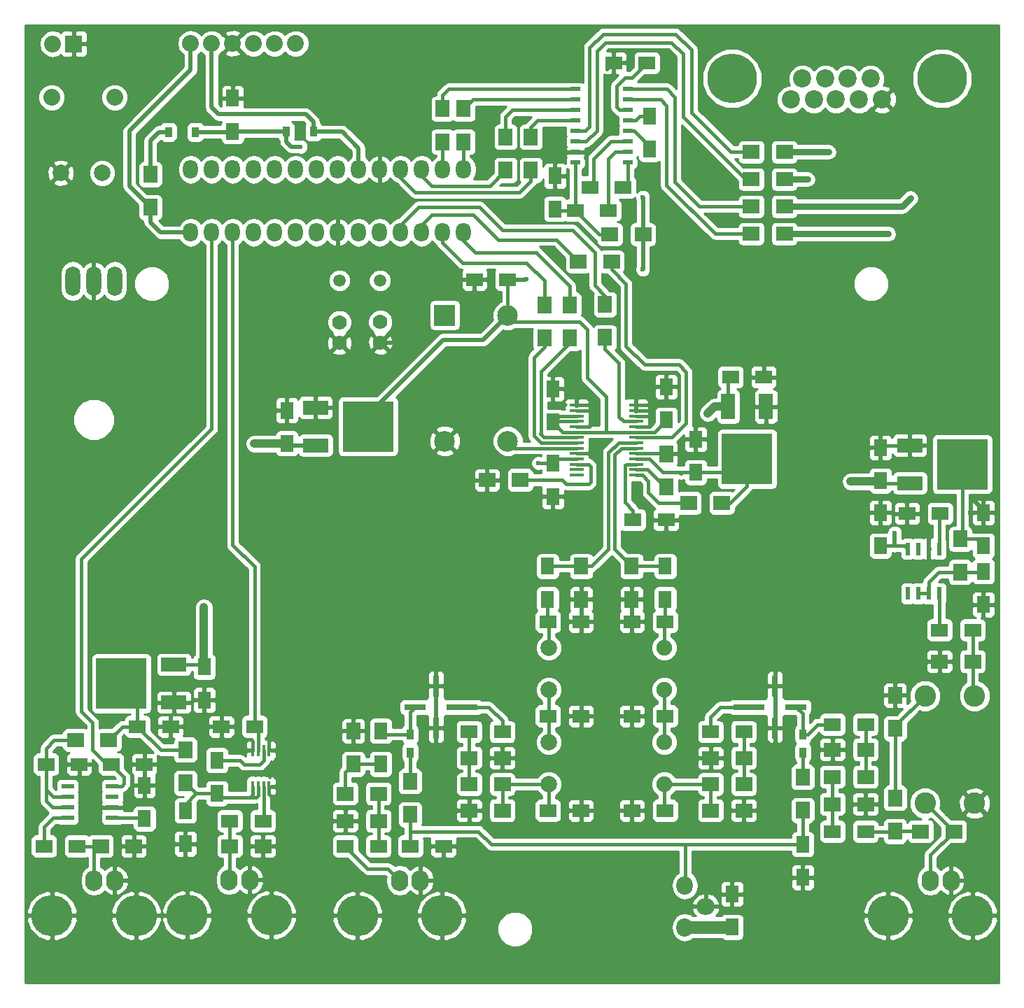
<source format=gtl>
G04 #@! TF.FileFunction,Copper,L1,Top,Signal*
%FSLAX46Y46*%
G04 Gerber Fmt 4.6, Leading zero omitted, Abs format (unit mm)*
G04 Created by KiCad (PCBNEW 4.0.2-stable) date 2021 June 24, Thursday 23:09:03*
%MOMM*%
G01*
G04 APERTURE LIST*
%ADD10C,0.100000*%
%ADD11R,1.750000X0.450000*%
%ADD12R,1.600000X2.000000*%
%ADD13R,1.700000X2.000000*%
%ADD14R,2.000000X1.600000*%
%ADD15R,0.910000X1.220000*%
%ADD16R,3.048000X1.651000*%
%ADD17R,6.096000X6.096000*%
%ADD18R,1.651000X3.048000*%
%ADD19R,1.550000X0.600000*%
%ADD20R,0.600000X1.550000*%
%ADD21R,0.450000X1.450000*%
%ADD22R,2.000000X1.700000*%
%ADD23O,2.032000X2.032000*%
%ADD24C,2.032000*%
%ADD25R,2.032000X2.032000*%
%ADD26C,2.000000*%
%ADD27R,0.900000X1.200000*%
%ADD28C,1.905000*%
%ADD29C,1.500000*%
%ADD30R,2.499360X2.499360*%
%ADD31C,2.499360*%
%ADD32O,1.800000X3.600000*%
%ADD33R,1.143000X0.508000*%
%ADD34R,0.762000X2.540000*%
%ADD35R,3.810000X0.762000*%
%ADD36R,2.540000X0.762000*%
%ADD37C,1.778000*%
%ADD38O,1.800000X2.300000*%
%ADD39O,5.000000X5.000000*%
%ADD40O,2.100000X2.500000*%
%ADD41C,2.600000*%
%ADD42O,2.200000X2.000000*%
%ADD43O,2.000000X2.200000*%
%ADD44C,6.000000*%
%ADD45C,2.200000*%
%ADD46C,0.600000*%
%ADD47C,0.400000*%
%ADD48C,1.000000*%
%ADD49C,0.500000*%
%ADD50C,1.500000*%
%ADD51C,0.750000*%
%ADD52C,0.254000*%
G04 APERTURE END LIST*
D10*
D11*
X79458000Y-58767000D03*
X79458000Y-59417000D03*
X79458000Y-60067000D03*
X79458000Y-60717000D03*
X79458000Y-61367000D03*
X79458000Y-62017000D03*
X79458000Y-62667000D03*
X79458000Y-63317000D03*
X79458000Y-63967000D03*
X79458000Y-64617000D03*
X79458000Y-65267000D03*
X79458000Y-65917000D03*
X79458000Y-66567000D03*
X79458000Y-67217000D03*
X86658000Y-67217000D03*
X86658000Y-66567000D03*
X86658000Y-65917000D03*
X86658000Y-65267000D03*
X86658000Y-64617000D03*
X86658000Y-63967000D03*
X86658000Y-63317000D03*
X86658000Y-62667000D03*
X86658000Y-62017000D03*
X86658000Y-61367000D03*
X86658000Y-60717000D03*
X86658000Y-60067000D03*
X86658000Y-59417000D03*
X86658000Y-58767000D03*
D12*
X76581000Y-60801000D03*
X76581000Y-56801000D03*
D13*
X80010000Y-82264000D03*
X80010000Y-78264000D03*
D12*
X90170000Y-82264000D03*
X90170000Y-78264000D03*
D14*
X41497000Y-109093000D03*
X37497000Y-109093000D03*
D12*
X34417000Y-90456000D03*
X34417000Y-94456000D03*
D14*
X30321000Y-97663000D03*
X26321000Y-97663000D03*
D12*
X93853000Y-62897000D03*
X93853000Y-66897000D03*
X75946000Y-78264000D03*
X75946000Y-82264000D03*
D14*
X75978000Y-84963000D03*
X79978000Y-84963000D03*
X75978000Y-96393000D03*
X79978000Y-96393000D03*
X75978000Y-107823000D03*
X79978000Y-107823000D03*
D12*
X44406000Y-59397000D03*
X44406000Y-63397000D03*
D14*
X102076000Y-55372000D03*
X98076000Y-55372000D03*
X55467000Y-112141000D03*
X51467000Y-112141000D03*
D12*
X37846000Y-25622000D03*
X37846000Y-21622000D03*
D14*
X59341000Y-112141000D03*
X63341000Y-112141000D03*
X67088000Y-43561000D03*
X71088000Y-43561000D03*
X70453000Y-98298000D03*
X66453000Y-98298000D03*
D12*
X55753000Y-98203000D03*
X55753000Y-102203000D03*
X76581000Y-65818000D03*
X76581000Y-69818000D03*
X90297000Y-56547000D03*
X90297000Y-60547000D03*
X32131000Y-111855000D03*
X32131000Y-107855000D03*
X35941000Y-101759000D03*
X35941000Y-105759000D03*
D14*
X40481000Y-97663000D03*
X36481000Y-97663000D03*
X19018000Y-112141000D03*
X15018000Y-112141000D03*
D12*
X116205000Y-71787000D03*
X116205000Y-75787000D03*
D14*
X15272000Y-102235000D03*
X19272000Y-102235000D03*
X119412000Y-71882000D03*
X123412000Y-71882000D03*
D12*
X27178000Y-104807000D03*
X27178000Y-108807000D03*
X128651000Y-78899000D03*
X128651000Y-82899000D03*
X128651000Y-75787000D03*
X128651000Y-71787000D03*
X116205000Y-67913000D03*
X116205000Y-63913000D03*
D14*
X27146000Y-102235000D03*
X23146000Y-102235000D03*
X127349000Y-85979000D03*
X123349000Y-85979000D03*
X90138000Y-107823000D03*
X86138000Y-107823000D03*
X90138000Y-96393000D03*
X86138000Y-96393000D03*
X90138000Y-84963000D03*
X86138000Y-84963000D03*
X110395000Y-110363000D03*
X114395000Y-110363000D03*
X110395000Y-97409000D03*
X114395000Y-97409000D03*
X95663000Y-98298000D03*
X99663000Y-98298000D03*
D12*
X106807000Y-111919000D03*
X106807000Y-115919000D03*
D15*
X47609000Y-25654000D03*
X44339000Y-25654000D03*
X30071000Y-25710000D03*
X33341000Y-25710000D03*
D16*
X47879000Y-59055000D03*
D17*
X54229000Y-61341000D03*
D16*
X47879000Y-63627000D03*
D18*
X102362000Y-58928000D03*
D17*
X100076000Y-65278000D03*
D18*
X97790000Y-58928000D03*
D19*
X23274000Y-108712000D03*
X23274000Y-107442000D03*
X23274000Y-106172000D03*
X23274000Y-104902000D03*
X17874000Y-104902000D03*
X17874000Y-106172000D03*
X17874000Y-107442000D03*
X17874000Y-108712000D03*
D20*
X123317000Y-76167000D03*
X122047000Y-76167000D03*
X120777000Y-76167000D03*
X119507000Y-76167000D03*
X119507000Y-81567000D03*
X120777000Y-81567000D03*
X122047000Y-81567000D03*
X123317000Y-81567000D03*
D21*
X40300000Y-104943000D03*
X40950000Y-104943000D03*
X41600000Y-104943000D03*
X42250000Y-104943000D03*
X42250000Y-100543000D03*
X41600000Y-100543000D03*
X40950000Y-100543000D03*
X40300000Y-100543000D03*
D22*
X104572000Y-38029000D03*
X100572000Y-38029000D03*
X100572000Y-34727000D03*
X104572000Y-34727000D03*
D13*
X27896000Y-30822000D03*
X27896000Y-34822000D03*
X86106000Y-78264000D03*
X86106000Y-82264000D03*
D22*
X72612000Y-67818000D03*
X68612000Y-67818000D03*
D13*
X90297000Y-64675000D03*
X90297000Y-68675000D03*
D22*
X96996000Y-70612000D03*
X92996000Y-70612000D03*
X55467000Y-109093000D03*
X51467000Y-109093000D03*
X55467000Y-105791000D03*
X51467000Y-105791000D03*
D13*
X52451000Y-102203000D03*
X52451000Y-98203000D03*
D22*
X66453000Y-101473000D03*
X70453000Y-101473000D03*
X66453000Y-104648000D03*
X70453000Y-104648000D03*
X70453000Y-107823000D03*
X66453000Y-107823000D03*
D13*
X59309000Y-104299000D03*
X59309000Y-108299000D03*
D22*
X104572000Y-28123000D03*
X100572000Y-28123000D03*
X100572000Y-31425000D03*
X104572000Y-31425000D03*
X83471000Y-38100000D03*
X87471000Y-38100000D03*
D13*
X70866000Y-26321000D03*
X70866000Y-30321000D03*
X73914000Y-26321000D03*
X73914000Y-30321000D03*
X65786000Y-22892000D03*
X65786000Y-26892000D03*
X63246000Y-26892000D03*
X63246000Y-22892000D03*
X75565000Y-50641000D03*
X75565000Y-46641000D03*
X78613000Y-46641000D03*
X78613000Y-50641000D03*
D22*
X79661000Y-41402000D03*
X83661000Y-41402000D03*
D13*
X82887000Y-50570000D03*
X82887000Y-46570000D03*
D22*
X41497000Y-112141000D03*
X37497000Y-112141000D03*
D13*
X32131000Y-100489000D03*
X32131000Y-104489000D03*
D22*
X18828000Y-99314000D03*
X22828000Y-99314000D03*
X25876000Y-112141000D03*
X21876000Y-112141000D03*
X125063000Y-110363000D03*
X121063000Y-110363000D03*
X123349000Y-89789000D03*
X127349000Y-89789000D03*
D13*
X125857000Y-78962000D03*
X125857000Y-74962000D03*
X117983000Y-106331000D03*
X117983000Y-110331000D03*
X117983000Y-93885000D03*
X117983000Y-97885000D03*
D22*
X110395000Y-107061000D03*
X114395000Y-107061000D03*
X114395000Y-100457000D03*
X110395000Y-100457000D03*
X99663000Y-101473000D03*
X95663000Y-101473000D03*
X95663000Y-107823000D03*
X99663000Y-107823000D03*
X110395000Y-103759000D03*
X114395000Y-103759000D03*
X99663000Y-104648000D03*
X95663000Y-104648000D03*
D13*
X106807000Y-107791000D03*
X106807000Y-103791000D03*
D23*
X32766000Y-14986000D03*
D24*
X35306000Y-14986000D03*
X37846000Y-14986000D03*
X40386000Y-14986000D03*
X42926000Y-14986000D03*
X45466000Y-14986000D03*
D25*
X18625000Y-15042000D03*
D23*
X16085000Y-15042000D03*
D16*
X30734000Y-94742000D03*
D17*
X24384000Y-92456000D03*
D16*
X30734000Y-90170000D03*
X119761000Y-63627000D03*
D17*
X126111000Y-65913000D03*
D16*
X119761000Y-68199000D03*
D26*
X76073000Y-93218000D03*
X76073000Y-88138000D03*
X76073000Y-104648000D03*
X76073000Y-99568000D03*
D27*
X59309000Y-100795000D03*
X59309000Y-98595000D03*
D28*
X90043000Y-104648000D03*
X90043000Y-99568000D03*
X90043000Y-93218000D03*
X90043000Y-88138000D03*
D27*
X106807000Y-98595000D03*
X106807000Y-100795000D03*
D29*
X55653940Y-43688000D03*
X50772060Y-43688000D03*
D30*
X63500000Y-47879000D03*
D31*
X63500000Y-63119000D03*
X71120000Y-63119000D03*
X71120000Y-47879000D03*
D32*
X21038000Y-43744000D03*
X23578000Y-43744000D03*
X18498000Y-43744000D03*
D33*
X79311500Y-29400500D03*
X79311500Y-26860500D03*
X79311500Y-25590500D03*
X79311500Y-24320500D03*
X79311500Y-23050500D03*
X79311500Y-21780500D03*
X79311500Y-20510500D03*
X85661500Y-20510500D03*
X85661500Y-21780500D03*
X85661500Y-23050500D03*
X85661500Y-24320500D03*
X85661500Y-25590500D03*
X85661500Y-26860500D03*
X85661500Y-28130500D03*
X85661500Y-29400500D03*
X79311500Y-28130500D03*
D14*
X86265000Y-72644000D03*
X90265000Y-72644000D03*
D12*
X76835000Y-35020000D03*
X76835000Y-31020000D03*
X98254000Y-117944000D03*
X98254000Y-121944000D03*
D14*
X85058000Y-32385000D03*
X81058000Y-32385000D03*
D12*
X88265000Y-27781000D03*
X88265000Y-23781000D03*
D14*
X83935000Y-17328000D03*
X87935000Y-17328000D03*
X83280000Y-35179000D03*
X79280000Y-35179000D03*
D34*
X62440000Y-97846000D03*
X62440000Y-92766000D03*
D35*
X65615000Y-95306000D03*
D36*
X59900000Y-95306000D03*
D34*
X103461000Y-92766000D03*
X103461000Y-97846000D03*
D35*
X100286000Y-95306000D03*
D36*
X106001000Y-95306000D03*
D37*
X50756000Y-51237000D03*
X50756000Y-48737000D03*
X55709000Y-48697000D03*
X55709000Y-51197000D03*
D24*
X23578000Y-21519000D03*
X15958000Y-21519000D03*
D38*
X32766000Y-37846000D03*
X35306000Y-37846000D03*
X37846000Y-37846000D03*
X40386000Y-37846000D03*
X42926000Y-37846000D03*
X45466000Y-37846000D03*
X48006000Y-37846000D03*
X50546000Y-37846000D03*
X53086000Y-37846000D03*
X55626000Y-37846000D03*
X58166000Y-37846000D03*
X60706000Y-37846000D03*
X63246000Y-37846000D03*
X65786000Y-37846000D03*
X65786000Y-30226000D03*
X63246000Y-30226000D03*
X60706000Y-30226000D03*
X58166000Y-30226000D03*
X55626000Y-30226000D03*
X53086000Y-30226000D03*
X50546000Y-30226000D03*
X48006000Y-30226000D03*
X45466000Y-30226000D03*
X42926000Y-30226000D03*
X40386000Y-30226000D03*
X37846000Y-30226000D03*
X35306000Y-30226000D03*
X32766000Y-30226000D03*
D26*
X22054000Y-30663000D03*
X17054000Y-30663000D03*
D39*
X26179780Y-120548400D03*
X15981680Y-120548400D03*
D40*
X21082000Y-116283740D03*
X23581360Y-116283740D03*
D39*
X127322580Y-120548400D03*
X117124480Y-120548400D03*
D40*
X122224800Y-116283740D03*
X124724160Y-116283740D03*
D39*
X42518780Y-120477400D03*
X32320680Y-120477400D03*
D40*
X37421000Y-116212740D03*
X39920360Y-116212740D03*
D39*
X63136780Y-120548400D03*
X52938680Y-120548400D03*
D40*
X58039000Y-116283740D03*
X60538360Y-116283740D03*
D41*
X127586740Y-106956860D03*
X127586740Y-93957140D03*
X121587260Y-106956860D03*
X121587260Y-93957140D03*
D42*
X95079000Y-119436000D03*
D43*
X92539000Y-116896000D03*
X92539000Y-121976000D03*
D44*
X123647200Y-19227800D03*
X98247200Y-19227800D03*
D45*
X116408200Y-21767800D03*
X113614200Y-21767800D03*
X110820200Y-21767800D03*
X108153200Y-21767800D03*
X105359200Y-21767800D03*
X106756200Y-19227800D03*
X109550200Y-19227800D03*
X112217200Y-19227800D03*
X115011200Y-19227800D03*
D46*
X86824000Y-69906000D03*
X79458000Y-69906000D03*
X86658000Y-57499000D03*
X79458000Y-57460000D03*
X126956000Y-82860000D03*
X127083000Y-71811000D03*
X127210000Y-70033000D03*
X119463000Y-70033000D03*
X92075000Y-66929000D03*
X74803000Y-65786000D03*
X95333000Y-59746000D03*
X112605000Y-68001000D03*
X34373000Y-83241000D03*
X40469000Y-63429000D03*
X117939000Y-74224000D03*
X117177000Y-38029000D03*
X119844000Y-33711000D03*
X109938000Y-28123000D03*
X107398000Y-31425000D03*
X46057000Y-27488000D03*
X87459000Y-33584000D03*
X73362000Y-43490000D03*
X87459000Y-42347000D03*
D47*
X83471000Y-38100000D02*
X82201000Y-38100000D01*
X82201000Y-38100000D02*
X79280000Y-35179000D01*
X79280000Y-35179000D02*
X76994000Y-35179000D01*
X76994000Y-35179000D02*
X76835000Y-35020000D01*
X79311500Y-29400500D02*
X79311500Y-35147500D01*
X79311500Y-35147500D02*
X79280000Y-35179000D01*
X79458000Y-64617000D02*
X81408000Y-64617000D01*
D48*
X79458000Y-69906000D02*
X80728000Y-69906000D01*
D47*
X81998000Y-68636000D02*
X80728000Y-69906000D01*
X81998000Y-65207000D02*
X81998000Y-68636000D01*
X81408000Y-64617000D02*
X81998000Y-65207000D01*
X79458000Y-58767000D02*
X79458000Y-57460000D01*
X86658000Y-57499000D02*
X86658000Y-58767000D01*
X79458000Y-59417000D02*
X81236000Y-59417000D01*
X81109000Y-59492000D02*
X81236000Y-59492000D01*
X81161000Y-59492000D02*
X81109000Y-59492000D01*
X81236000Y-59417000D02*
X81161000Y-59492000D01*
X79458000Y-61367000D02*
X81012000Y-61367000D01*
X80892000Y-58767000D02*
X79458000Y-58767000D01*
X81236000Y-59492000D02*
X81236000Y-59111000D01*
X81236000Y-59111000D02*
X80892000Y-58767000D01*
X81236000Y-61143000D02*
X81236000Y-59492000D01*
X81012000Y-61367000D02*
X81236000Y-61143000D01*
X86658000Y-58767000D02*
X88602000Y-58767000D01*
X88602000Y-59492000D02*
X88602000Y-58857000D01*
X88602000Y-58767000D02*
X88512000Y-58857000D01*
X88512000Y-58857000D02*
X88475000Y-58857000D01*
X88475000Y-58857000D02*
X88602000Y-58857000D01*
X86658000Y-59417000D02*
X88602000Y-59417000D01*
X88475000Y-59492000D02*
X88602000Y-59492000D01*
X88527000Y-59492000D02*
X88475000Y-59492000D01*
X88602000Y-59417000D02*
X88527000Y-59492000D01*
X86658000Y-60067000D02*
X88602000Y-60067000D01*
X88475000Y-60127000D02*
X88602000Y-60127000D01*
X88542000Y-60127000D02*
X88475000Y-60127000D01*
X88602000Y-60067000D02*
X88542000Y-60127000D01*
X86658000Y-61367000D02*
X88251000Y-61367000D01*
X88602000Y-61016000D02*
X88602000Y-60127000D01*
X88602000Y-60127000D02*
X88602000Y-59492000D01*
X88251000Y-61367000D02*
X88602000Y-61016000D01*
X86658000Y-58767000D02*
X87156000Y-58767000D01*
X86658000Y-64617000D02*
X90239000Y-64617000D01*
X90239000Y-64617000D02*
X90297000Y-64675000D01*
X42501000Y-99243000D02*
X43390000Y-99243000D01*
X43390000Y-106101000D02*
X42501000Y-106101000D01*
X42250000Y-100543000D02*
X42250000Y-99494000D01*
X42250000Y-105850000D02*
X42250000Y-104943000D01*
X42501000Y-106101000D02*
X42250000Y-105850000D01*
X42250000Y-99494000D02*
X42501000Y-99243000D01*
X40300000Y-100543000D02*
X40300000Y-99455000D01*
X40088000Y-99243000D02*
X39199000Y-99243000D01*
X40300000Y-99455000D02*
X40088000Y-99243000D01*
D49*
X128651000Y-71787000D02*
X127107000Y-71787000D01*
X126956000Y-82899000D02*
X126905000Y-82899000D01*
X126956000Y-82860000D02*
X126956000Y-82899000D01*
X127107000Y-71787000D02*
X127083000Y-71811000D01*
X119412000Y-71882000D02*
X119412000Y-70084000D01*
X127210000Y-70033000D02*
X128651000Y-71474000D01*
X119412000Y-70084000D02*
X119463000Y-70033000D01*
X128651000Y-71474000D02*
X128651000Y-71787000D01*
X44748000Y-59055000D02*
X44406000Y-59397000D01*
X67088000Y-43561000D02*
X62115000Y-43561000D01*
X57273000Y-51197000D02*
X55709000Y-51197000D01*
X59138000Y-49332000D02*
X57273000Y-51197000D01*
X59138000Y-46538000D02*
X59138000Y-49332000D01*
X62115000Y-43561000D02*
X59138000Y-46538000D01*
D47*
X114395000Y-107061000D02*
X115216000Y-107061000D01*
X83141000Y-18122000D02*
X83935000Y-17328000D01*
X76835000Y-31020000D02*
X76561000Y-31020000D01*
X119317000Y-71787000D02*
X119412000Y-71882000D01*
X128651000Y-82899000D02*
X126905000Y-82899000D01*
X119761000Y-63627000D02*
X116491000Y-63627000D01*
X116491000Y-63627000D02*
X116205000Y-63913000D01*
X95663000Y-101473000D02*
X96012000Y-101473000D01*
X110395000Y-100457000D02*
X110617000Y-100457000D01*
X113665000Y-107061000D02*
X114395000Y-107061000D01*
X79978000Y-107823000D02*
X79978000Y-107982000D01*
X70453000Y-101473000D02*
X70104000Y-101473000D01*
X67310000Y-107823000D02*
X66453000Y-107823000D01*
X27146000Y-104775000D02*
X27178000Y-104807000D01*
X31845000Y-112141000D02*
X32131000Y-111855000D01*
X30734000Y-97250000D02*
X30321000Y-97663000D01*
X34131000Y-94742000D02*
X34417000Y-94456000D01*
X86106000Y-82264000D02*
X86106000Y-82042000D01*
X86106000Y-84931000D02*
X86138000Y-84963000D01*
X80010000Y-84931000D02*
X79978000Y-84963000D01*
X102362000Y-55658000D02*
X102076000Y-55372000D01*
D50*
X92539000Y-121976000D02*
X98222000Y-121976000D01*
X98222000Y-121976000D02*
X98254000Y-121944000D01*
X92607000Y-122071000D02*
X92583000Y-122047000D01*
D47*
X90043000Y-88138000D02*
X90043000Y-85058000D01*
X90043000Y-85058000D02*
X90138000Y-84963000D01*
X90170000Y-82264000D02*
X90170000Y-84931000D01*
X90170000Y-84931000D02*
X90138000Y-84963000D01*
X86106000Y-78264000D02*
X90170000Y-78264000D01*
X84074000Y-76232000D02*
X86106000Y-78264000D01*
X84074000Y-64806002D02*
X84074000Y-76232000D01*
X84074000Y-64806002D02*
X84913002Y-63967000D01*
X86658000Y-63967000D02*
X84913002Y-63967000D01*
X41600000Y-104943000D02*
X41600000Y-108990000D01*
X41600000Y-108990000D02*
X41497000Y-109093000D01*
X37497000Y-112141000D02*
X37497000Y-109093000D01*
X37497000Y-112141000D02*
X37497000Y-116251740D01*
X37497000Y-116251740D02*
X37465000Y-116283740D01*
X85661500Y-29400500D02*
X85661500Y-31781500D01*
X85661500Y-31781500D02*
X85058000Y-32385000D01*
X85661500Y-26860500D02*
X83629500Y-26860500D01*
X81534000Y-28956000D02*
X81534000Y-31909000D01*
X83629500Y-26860500D02*
X81534000Y-28956000D01*
X81534000Y-31909000D02*
X81058000Y-32385000D01*
X85661500Y-25590500D02*
X86423500Y-25590500D01*
X86423500Y-25590500D02*
X88265000Y-27432000D01*
X88265000Y-27432000D02*
X88265000Y-27781000D01*
X85661500Y-24320500D02*
X86550500Y-24320500D01*
X87090000Y-23781000D02*
X88265000Y-23781000D01*
X86550500Y-24320500D02*
X87090000Y-23781000D01*
X87935000Y-17328000D02*
X87935000Y-17360000D01*
X87935000Y-17360000D02*
X86189000Y-19106000D01*
X86189000Y-19106000D02*
X85300000Y-19106000D01*
X85300000Y-19106000D02*
X84284000Y-20122000D01*
X84284000Y-20122000D02*
X84284000Y-22689000D01*
X84284000Y-22689000D02*
X84645500Y-23050500D01*
X84645500Y-23050500D02*
X85661500Y-23050500D01*
X83280000Y-35179000D02*
X83280000Y-28988000D01*
X84137500Y-28130500D02*
X85661500Y-28130500D01*
X83280000Y-28988000D02*
X84137500Y-28130500D01*
X26321000Y-97663000D02*
X24479000Y-97663000D01*
X24479000Y-97663000D02*
X22828000Y-99314000D01*
X26321000Y-97663000D02*
X26321000Y-94393000D01*
X26321000Y-94393000D02*
X24384000Y-92456000D01*
X32131000Y-100489000D02*
X29147000Y-100489000D01*
X29147000Y-100489000D02*
X26321000Y-97663000D01*
X76581000Y-65818000D02*
X74835000Y-65818000D01*
X92075000Y-66929000D02*
X92075000Y-66897000D01*
X74835000Y-65818000D02*
X74803000Y-65786000D01*
X92075000Y-66897000D02*
X92075000Y-67056000D01*
X92075000Y-67056000D02*
X92075000Y-66897000D01*
X79458000Y-65267000D02*
X77132000Y-65267000D01*
X77132000Y-65267000D02*
X76581000Y-65818000D01*
X96996000Y-70612000D02*
X98044000Y-70612000D01*
X100076000Y-68580000D02*
X100076000Y-65278000D01*
X98044000Y-70612000D02*
X100076000Y-68580000D01*
X93853000Y-66897000D02*
X98457000Y-66897000D01*
X98457000Y-66897000D02*
X100076000Y-65278000D01*
X93853000Y-66897000D02*
X92075000Y-66897000D01*
X92075000Y-66897000D02*
X89884000Y-66897000D01*
X89884000Y-66897000D02*
X88254000Y-65267000D01*
X88254000Y-65267000D02*
X86658000Y-65267000D01*
X85309002Y-70550002D02*
X85309002Y-66074998D01*
X85309002Y-70550002D02*
X86265000Y-71506000D01*
X86265000Y-72644000D02*
X86265000Y-71506000D01*
X85467000Y-65917000D02*
X86658000Y-65917000D01*
X85309002Y-66074998D02*
X85467000Y-65917000D01*
X75946000Y-78264000D02*
X80010000Y-78264000D01*
X86658000Y-63317000D02*
X84511000Y-63317000D01*
X81248000Y-78264000D02*
X80010000Y-78264000D01*
X83312000Y-76200000D02*
X81248000Y-78264000D01*
X83312000Y-64516000D02*
X83312000Y-76200000D01*
X84511000Y-63317000D02*
X83312000Y-64516000D01*
X80105000Y-78264000D02*
X80010000Y-78264000D01*
X76073000Y-88138000D02*
X76073000Y-85058000D01*
X76073000Y-85058000D02*
X75978000Y-84963000D01*
X75946000Y-82264000D02*
X75946000Y-84931000D01*
X75946000Y-84931000D02*
X75978000Y-84963000D01*
D48*
X76073000Y-84868000D02*
X75978000Y-84963000D01*
D47*
X76073000Y-99568000D02*
X76073000Y-96488000D01*
X76073000Y-96488000D02*
X75978000Y-96393000D01*
X76073000Y-93218000D02*
X76073000Y-96298000D01*
X76073000Y-96298000D02*
X75978000Y-96393000D01*
D48*
X75978000Y-99473000D02*
X76073000Y-99568000D01*
X75978000Y-93313000D02*
X76073000Y-93218000D01*
D47*
X70453000Y-104648000D02*
X70453000Y-107823000D01*
X76073000Y-104648000D02*
X70453000Y-104648000D01*
X76073000Y-104648000D02*
X76073000Y-107728000D01*
X76073000Y-107728000D02*
X75978000Y-107823000D01*
D48*
X97790000Y-58928000D02*
X96151000Y-58928000D01*
X96151000Y-58928000D02*
X95333000Y-59746000D01*
X112605000Y-68001000D02*
X116117000Y-68001000D01*
X116117000Y-68001000D02*
X116205000Y-67913000D01*
X34373000Y-90412000D02*
X34373000Y-83241000D01*
X40469000Y-63429000D02*
X44374000Y-63429000D01*
X44374000Y-63429000D02*
X44406000Y-63397000D01*
D47*
X97790000Y-58928000D02*
X97790000Y-55658000D01*
X97790000Y-55658000D02*
X98076000Y-55372000D01*
D48*
X34373000Y-90412000D02*
X34417000Y-90456000D01*
D49*
X47879000Y-63627000D02*
X44636000Y-63627000D01*
D48*
X44374000Y-63429000D02*
X44406000Y-63397000D01*
D49*
X44636000Y-63627000D02*
X44406000Y-63397000D01*
D47*
X119761000Y-68199000D02*
X116491000Y-68199000D01*
X116491000Y-68199000D02*
X116205000Y-67913000D01*
X30734000Y-90170000D02*
X34131000Y-90170000D01*
X34131000Y-90170000D02*
X34417000Y-90456000D01*
X97790000Y-55658000D02*
X98076000Y-55372000D01*
X55467000Y-109093000D02*
X55467000Y-112141000D01*
X55467000Y-105791000D02*
X55467000Y-109093000D01*
X51467000Y-112141000D02*
X54190000Y-114864000D01*
X56619260Y-114864000D02*
X58039000Y-116283740D01*
X54190000Y-114864000D02*
X56619260Y-114864000D01*
X58039000Y-116283740D02*
X57990740Y-116283740D01*
X92583000Y-116967000D02*
X92583000Y-111919000D01*
X92583000Y-111919000D02*
X92583000Y-111887000D01*
X92583000Y-111887000D02*
X92583000Y-111919000D01*
X92583000Y-111919000D02*
X69120000Y-111919000D01*
X67564000Y-110363000D02*
X59309000Y-110363000D01*
X69120000Y-111919000D02*
X67564000Y-110363000D01*
X106807000Y-111919000D02*
X92583000Y-111919000D01*
X59309000Y-108299000D02*
X59309000Y-110363000D01*
X59309000Y-110363000D02*
X59309000Y-112109000D01*
X59309000Y-112109000D02*
X59341000Y-112141000D01*
X106807000Y-107791000D02*
X106807000Y-111919000D01*
X65615000Y-95306000D02*
X68790000Y-95306000D01*
X70453000Y-96969000D02*
X70453000Y-98298000D01*
X68790000Y-95306000D02*
X70453000Y-96969000D01*
X66453000Y-101473000D02*
X66453000Y-98298000D01*
X66453000Y-104648000D02*
X66453000Y-101473000D01*
X59309000Y-98595000D02*
X56145000Y-98595000D01*
X56145000Y-98595000D02*
X55753000Y-98203000D01*
X59309000Y-98595000D02*
X59309000Y-95897000D01*
X59309000Y-95897000D02*
X59900000Y-95306000D01*
X52451000Y-102203000D02*
X55753000Y-102203000D01*
X51467000Y-105791000D02*
X51467000Y-103187000D01*
X51467000Y-103187000D02*
X52451000Y-102203000D01*
X39961000Y-106228000D02*
X40723000Y-106228000D01*
X40950000Y-106001000D02*
X40950000Y-104943000D01*
X40723000Y-106228000D02*
X40950000Y-106001000D01*
X40300000Y-104943000D02*
X40300000Y-105889000D01*
X39961000Y-106228000D02*
X36410000Y-106228000D01*
X40300000Y-105889000D02*
X39961000Y-106228000D01*
X36410000Y-106228000D02*
X35941000Y-105759000D01*
X32131000Y-107855000D02*
X32131000Y-107061000D01*
X32131000Y-107061000D02*
X33433000Y-105759000D01*
X35941000Y-105759000D02*
X33433000Y-105759000D01*
X33433000Y-105759000D02*
X33401000Y-105759000D01*
X33401000Y-105759000D02*
X32131000Y-104489000D01*
X35941000Y-101759000D02*
X38767000Y-101759000D01*
X41600000Y-101783000D02*
X41600000Y-100543000D01*
X41148000Y-102235000D02*
X41600000Y-101783000D01*
X39243000Y-102235000D02*
X41148000Y-102235000D01*
X38767000Y-101759000D02*
X39243000Y-102235000D01*
X37846000Y-37846000D02*
X37846000Y-75665000D01*
X40481000Y-78300000D02*
X40481000Y-97663000D01*
X37846000Y-75665000D02*
X40481000Y-78300000D01*
X40950000Y-100543000D02*
X40950000Y-98132000D01*
X40950000Y-98132000D02*
X40481000Y-97663000D01*
X21082000Y-116283740D02*
X21082000Y-112935000D01*
X21082000Y-112935000D02*
X21876000Y-112141000D01*
X19018000Y-112141000D02*
X21876000Y-112141000D01*
X15018000Y-112141000D02*
X15018000Y-109835000D01*
X16141000Y-108712000D02*
X17874000Y-108712000D01*
X15018000Y-109835000D02*
X16141000Y-108712000D01*
X15018000Y-112141000D02*
X15367000Y-112141000D01*
D49*
X117939000Y-74224000D02*
X117939000Y-75787000D01*
X117939000Y-75787000D02*
X117939000Y-75748000D01*
X117939000Y-75748000D02*
X117939000Y-75787000D01*
D47*
X116205000Y-75787000D02*
X117939000Y-75787000D01*
X117939000Y-75787000D02*
X119127000Y-75787000D01*
X119127000Y-75787000D02*
X119507000Y-76167000D01*
X15272000Y-105315000D02*
X15272000Y-106685000D01*
X16029000Y-107442000D02*
X17874000Y-107442000D01*
X15272000Y-106685000D02*
X16029000Y-107442000D01*
X18828000Y-99314000D02*
X16256000Y-99314000D01*
X15272000Y-100298000D02*
X15272000Y-102235000D01*
X16256000Y-99314000D02*
X15272000Y-100298000D01*
X15272000Y-102235000D02*
X15272000Y-105315000D01*
X16129000Y-106172000D02*
X17874000Y-106172000D01*
X15272000Y-105315000D02*
X16129000Y-106172000D01*
X123317000Y-76167000D02*
X123317000Y-71977000D01*
X123317000Y-71977000D02*
X123412000Y-71882000D01*
X23274000Y-108712000D02*
X27083000Y-108712000D01*
X27083000Y-108712000D02*
X27178000Y-108807000D01*
X125857000Y-78962000D02*
X123222000Y-78962000D01*
X122047000Y-80137000D02*
X122047000Y-81567000D01*
X123222000Y-78962000D02*
X122047000Y-80137000D01*
X122047000Y-81567000D02*
X120777000Y-81567000D01*
X125857000Y-78962000D02*
X128588000Y-78962000D01*
X128588000Y-78962000D02*
X128651000Y-78899000D01*
X125857000Y-74962000D02*
X127826000Y-74962000D01*
X127826000Y-74962000D02*
X128651000Y-75787000D01*
X126111000Y-65913000D02*
X126111000Y-74708000D01*
X126111000Y-74708000D02*
X125857000Y-74962000D01*
X20911000Y-100513000D02*
X20911000Y-97211000D01*
X35306000Y-61607000D02*
X19514000Y-77399000D01*
X22633000Y-102235000D02*
X20911000Y-100513000D01*
X35306000Y-61607000D02*
X35306000Y-37846000D01*
X19514000Y-95814000D02*
X19514000Y-77399000D01*
X20911000Y-97211000D02*
X19514000Y-95814000D01*
X23274000Y-104902000D02*
X24396000Y-104902000D01*
X24721000Y-103810000D02*
X23146000Y-102235000D01*
X24721000Y-104577000D02*
X24721000Y-103810000D01*
X24396000Y-104902000D02*
X24721000Y-104577000D01*
X22633000Y-102235000D02*
X23146000Y-102235000D01*
X23274000Y-102363000D02*
X23146000Y-102235000D01*
X127586740Y-93957140D02*
X127349000Y-93719400D01*
X127349000Y-93719400D02*
X127349000Y-89789000D01*
X127349000Y-85979000D02*
X127349000Y-89789000D01*
X123349000Y-85979000D02*
X123349000Y-81599000D01*
X123349000Y-81599000D02*
X123317000Y-81567000D01*
X95663000Y-104648000D02*
X95663000Y-107823000D01*
X90043000Y-104648000D02*
X95663000Y-104648000D01*
X90043000Y-104648000D02*
X90043000Y-107728000D01*
X90043000Y-107728000D02*
X90138000Y-107823000D01*
X90043000Y-93218000D02*
X90043000Y-96298000D01*
X90043000Y-96298000D02*
X90138000Y-96393000D01*
X90043000Y-99568000D02*
X90043000Y-96488000D01*
X90043000Y-96488000D02*
X90138000Y-96393000D01*
X110395000Y-107061000D02*
X110395000Y-110363000D01*
X110395000Y-103759000D02*
X110395000Y-107061000D01*
X117983000Y-110331000D02*
X121031000Y-110331000D01*
X121031000Y-110331000D02*
X121063000Y-110363000D01*
X114395000Y-110363000D02*
X117951000Y-110363000D01*
X117951000Y-110363000D02*
X117983000Y-110331000D01*
X106807000Y-98595000D02*
X107411000Y-98595000D01*
X108597000Y-97409000D02*
X110395000Y-97409000D01*
X107411000Y-98595000D02*
X108597000Y-97409000D01*
X106807000Y-98595000D02*
X106807000Y-96112000D01*
X106807000Y-96112000D02*
X106001000Y-95306000D01*
X114395000Y-100457000D02*
X114395000Y-103759000D01*
X114395000Y-97409000D02*
X114395000Y-100457000D01*
X100286000Y-95306000D02*
X96857000Y-95306000D01*
X95663000Y-96500000D02*
X95663000Y-98298000D01*
X96857000Y-95306000D02*
X95663000Y-96500000D01*
X99663000Y-101473000D02*
X99663000Y-98298000D01*
X99663000Y-104648000D02*
X99663000Y-101473000D01*
D49*
X35306000Y-14986000D02*
X35306000Y-22706000D01*
X47609000Y-24468000D02*
X47609000Y-25654000D01*
X46692000Y-23551000D02*
X47609000Y-24468000D01*
X36151000Y-23551000D02*
X46692000Y-23551000D01*
X35306000Y-22706000D02*
X36151000Y-23551000D01*
X47609000Y-25654000D02*
X51081000Y-25654000D01*
X53086000Y-27659000D02*
X53086000Y-30226000D01*
X51081000Y-25654000D02*
X53086000Y-27659000D01*
X27896000Y-30822000D02*
X27896000Y-26726000D01*
X28912000Y-25710000D02*
X30071000Y-25710000D01*
X27896000Y-26726000D02*
X28912000Y-25710000D01*
X32766000Y-14986000D02*
X32766000Y-18173000D01*
X25356000Y-32282000D02*
X27896000Y-34822000D01*
X25356000Y-25583000D02*
X25356000Y-32282000D01*
X32766000Y-18173000D02*
X25356000Y-25583000D01*
X27896000Y-34822000D02*
X27896000Y-36632000D01*
X29110000Y-37846000D02*
X32766000Y-37846000D01*
X27896000Y-36632000D02*
X29110000Y-37846000D01*
D47*
X82887000Y-46570000D02*
X82887000Y-45522000D01*
X78994000Y-37592000D02*
X81661000Y-40259000D01*
X70485000Y-37592000D02*
X78994000Y-37592000D01*
X67691000Y-34798000D02*
X70485000Y-37592000D01*
X60325000Y-34798000D02*
X67691000Y-34798000D01*
X60325000Y-34798000D02*
X58166000Y-36957000D01*
X81661000Y-44296000D02*
X81661000Y-40259000D01*
X82887000Y-45522000D02*
X81661000Y-44296000D01*
X58166000Y-37846000D02*
X58166000Y-36957000D01*
X60706000Y-37846000D02*
X60706000Y-36957000D01*
X60706000Y-36957000D02*
X61976000Y-35687000D01*
X61976000Y-35687000D02*
X66929000Y-35687000D01*
X66929000Y-35687000D02*
X69977000Y-38735000D01*
X69977000Y-38735000D02*
X76994000Y-38735000D01*
X76994000Y-38735000D02*
X79661000Y-41402000D01*
X63246000Y-37846000D02*
X63246000Y-39116000D01*
X63246000Y-39116000D02*
X65659000Y-41529000D01*
X65659000Y-41529000D02*
X73406000Y-41529000D01*
X73406000Y-41529000D02*
X75565000Y-43688000D01*
X75565000Y-43688000D02*
X75565000Y-46641000D01*
X65786000Y-37846000D02*
X65786000Y-38862000D01*
X65786000Y-38862000D02*
X67183000Y-40259000D01*
X67183000Y-40259000D02*
X74549000Y-40259000D01*
X74549000Y-40259000D02*
X78613000Y-44323000D01*
X78613000Y-44323000D02*
X78613000Y-46641000D01*
X65786000Y-30226000D02*
X65786000Y-26892000D01*
X63246000Y-30226000D02*
X63246000Y-26892000D01*
X60706000Y-30226000D02*
X60706000Y-30988000D01*
X60706000Y-30988000D02*
X61976000Y-32258000D01*
X61976000Y-32258000D02*
X68929000Y-32258000D01*
X68929000Y-32258000D02*
X70866000Y-30321000D01*
X58166000Y-30226000D02*
X58166000Y-31242000D01*
X58166000Y-31242000D02*
X59944000Y-33020000D01*
X59944000Y-33020000D02*
X72517000Y-33020000D01*
X72517000Y-33020000D02*
X73914000Y-31623000D01*
X73914000Y-31623000D02*
X73914000Y-30321000D01*
X100572000Y-38029000D02*
X96195000Y-38029000D01*
X90297000Y-32131000D02*
X90297000Y-22479000D01*
X90297000Y-22479000D02*
X89598500Y-21780500D01*
X89598500Y-21780500D02*
X85661500Y-21780500D01*
X96195000Y-38029000D02*
X90297000Y-32131000D01*
X100572000Y-34727000D02*
X94290000Y-34727000D01*
X91313000Y-21463000D02*
X90360500Y-20510500D01*
X90360500Y-20510500D02*
X85661500Y-20510500D01*
X91313000Y-31750000D02*
X91313000Y-21463000D01*
X94290000Y-34727000D02*
X91313000Y-31750000D01*
X79311500Y-20510500D02*
X63944500Y-20510500D01*
X63246000Y-21209000D02*
X63246000Y-22892000D01*
X63944500Y-20510500D02*
X63246000Y-21209000D01*
X79311500Y-21780500D02*
X66897500Y-21780500D01*
X66897500Y-21780500D02*
X65786000Y-22892000D01*
X79311500Y-23050500D02*
X71691500Y-23050500D01*
X70866000Y-23876000D02*
X70866000Y-26321000D01*
X71691500Y-23050500D02*
X70866000Y-23876000D01*
X79311500Y-24320500D02*
X74739500Y-24320500D01*
X73914000Y-25146000D02*
X73914000Y-26321000D01*
X74739500Y-24320500D02*
X73914000Y-25146000D01*
X98127000Y-28123000D02*
X93345000Y-23341000D01*
X100572000Y-28123000D02*
X98127000Y-28123000D01*
X93345000Y-23341000D02*
X93345000Y-15748000D01*
X93345000Y-15748000D02*
X91440000Y-13843000D01*
X91440000Y-13843000D02*
X82677000Y-13843000D01*
X82677000Y-13843000D02*
X81026000Y-15494000D01*
X81026000Y-15494000D02*
X81026000Y-25019000D01*
X81026000Y-25019000D02*
X80454500Y-25590500D01*
X80454500Y-25590500D02*
X79311500Y-25590500D01*
X99905000Y-31425000D02*
X92329000Y-23849000D01*
X100572000Y-31425000D02*
X99905000Y-31425000D01*
X80581500Y-26860500D02*
X79311500Y-26860500D01*
X81915000Y-25527000D02*
X80581500Y-26860500D01*
X81915000Y-15875000D02*
X81915000Y-25527000D01*
X82931000Y-14859000D02*
X81915000Y-15875000D01*
X90932000Y-14859000D02*
X82931000Y-14859000D01*
X92329000Y-16256000D02*
X90932000Y-14859000D01*
X92329000Y-23849000D02*
X92329000Y-16256000D01*
X78613000Y-51181000D02*
X75120500Y-54673500D01*
X75120500Y-62293500D02*
X75120500Y-54673500D01*
X78613000Y-50641000D02*
X78613000Y-51181000D01*
X79458000Y-62667000D02*
X75494000Y-62667000D01*
X75494000Y-62667000D02*
X75120500Y-62293500D01*
X75120500Y-62293500D02*
X75057000Y-62230000D01*
X74295000Y-52959000D02*
X74295000Y-62484000D01*
X74295000Y-52959000D02*
X75565000Y-51689000D01*
X75565000Y-50641000D02*
X75565000Y-51689000D01*
X75128000Y-63317000D02*
X74295000Y-62484000D01*
X75128000Y-63317000D02*
X79458000Y-63317000D01*
X79458000Y-63967000D02*
X71968000Y-63967000D01*
X71968000Y-63967000D02*
X71120000Y-63119000D01*
X72612000Y-67818000D02*
X77724000Y-67818000D01*
X80903000Y-65917000D02*
X79458000Y-65917000D01*
X81153000Y-66167000D02*
X80903000Y-65917000D01*
X81153000Y-68072000D02*
X81153000Y-66167000D01*
X80899000Y-68326000D02*
X81153000Y-68072000D01*
X78232000Y-68326000D02*
X80899000Y-68326000D01*
X77724000Y-67818000D02*
X78232000Y-68326000D01*
X92996000Y-70612000D02*
X89408000Y-70612000D01*
X88138000Y-67945000D02*
X87410000Y-67217000D01*
X88138000Y-69342000D02*
X88138000Y-67945000D01*
X89408000Y-70612000D02*
X88138000Y-69342000D01*
X87410000Y-67217000D02*
X86658000Y-67217000D01*
X90297000Y-68675000D02*
X90138000Y-68675000D01*
X88030000Y-66567000D02*
X86658000Y-66567000D01*
X90138000Y-68675000D02*
X88030000Y-66567000D01*
X83661000Y-41402000D02*
X83661000Y-42359000D01*
X85427000Y-51618000D02*
X87657000Y-53848000D01*
X85427000Y-44125000D02*
X85427000Y-51618000D01*
X83661000Y-42359000D02*
X85427000Y-44125000D01*
X91821000Y-53848000D02*
X87657000Y-53848000D01*
X91821000Y-53848000D02*
X92710000Y-54737000D01*
X86658000Y-62667000D02*
X91003000Y-62667000D01*
X92710000Y-54737000D02*
X92710000Y-60960000D01*
X91003000Y-62667000D02*
X92710000Y-60960000D01*
X82887000Y-50570000D02*
X82887000Y-51999000D01*
X82887000Y-51999000D02*
X84582000Y-53694000D01*
X85101000Y-60717000D02*
X86658000Y-60717000D01*
X85101000Y-60717000D02*
X84582000Y-60198000D01*
X84582000Y-60198000D02*
X84582000Y-53694000D01*
D51*
X104572000Y-38029000D02*
X117177000Y-38029000D01*
X104572000Y-34727000D02*
X118828000Y-34727000D01*
X118828000Y-34727000D02*
X119844000Y-33711000D01*
D47*
X59309000Y-100795000D02*
X59309000Y-104299000D01*
D51*
X104572000Y-28123000D02*
X109938000Y-28123000D01*
X104572000Y-31425000D02*
X107398000Y-31425000D01*
D47*
X122224800Y-116283740D02*
X122224800Y-113201200D01*
X122224800Y-113201200D02*
X125063000Y-110363000D01*
X121587260Y-106956860D02*
X121656860Y-106956860D01*
X121656860Y-106956860D02*
X125063000Y-110363000D01*
X121587260Y-93957140D02*
X117983000Y-97561400D01*
X117983000Y-97561400D02*
X117983000Y-97885000D01*
X117983000Y-106331000D02*
X117983000Y-97885000D01*
X106807000Y-100795000D02*
X106807000Y-103791000D01*
D49*
X87471000Y-38100000D02*
X87471000Y-33596000D01*
X44339000Y-26913000D02*
X44339000Y-25654000D01*
X44914000Y-27488000D02*
X44339000Y-26913000D01*
X46057000Y-27488000D02*
X44914000Y-27488000D01*
X87471000Y-33596000D02*
X87459000Y-33584000D01*
X87471000Y-38100000D02*
X87471000Y-42335000D01*
X73291000Y-43561000D02*
X71088000Y-43561000D01*
X73362000Y-43490000D02*
X73291000Y-43561000D01*
X87471000Y-42335000D02*
X87459000Y-42347000D01*
X33341000Y-25710000D02*
X37758000Y-25710000D01*
X54229000Y-61341000D02*
X54229000Y-59956000D01*
X54229000Y-59956000D02*
X63329000Y-50856000D01*
X63329000Y-50856000D02*
X68143000Y-50856000D01*
X68143000Y-50856000D02*
X71120000Y-47879000D01*
X37846000Y-25622000D02*
X44307000Y-25622000D01*
X44307000Y-25622000D02*
X44339000Y-25654000D01*
D47*
X71120000Y-47879000D02*
X71120000Y-47979000D01*
X71120000Y-47979000D02*
X71838000Y-48697000D01*
X71838000Y-48697000D02*
X79839000Y-48697000D01*
X79839000Y-48697000D02*
X80728000Y-49586000D01*
X80728000Y-49586000D02*
X80728000Y-55428000D01*
X80728000Y-55428000D02*
X83017000Y-57717000D01*
X83017000Y-57717000D02*
X83017000Y-62017000D01*
X86658000Y-62017000D02*
X83017000Y-62017000D01*
X83017000Y-62017000D02*
X79458000Y-62017000D01*
X79458000Y-62017000D02*
X77797000Y-62017000D01*
X77797000Y-62017000D02*
X76581000Y-60801000D01*
X71120000Y-47879000D02*
X71120000Y-43593000D01*
D51*
X71120000Y-43593000D02*
X71088000Y-43561000D01*
D47*
X79458000Y-60717000D02*
X76665000Y-60717000D01*
X76665000Y-60717000D02*
X76581000Y-60801000D01*
X79458000Y-60067000D02*
X77315000Y-60067000D01*
X77315000Y-60067000D02*
X76581000Y-60801000D01*
X86658000Y-62017000D02*
X88827000Y-62017000D01*
X88827000Y-62017000D02*
X90297000Y-60547000D01*
D52*
G36*
X130481000Y-128703000D02*
X12775000Y-128703000D01*
X12775000Y-121163856D01*
X12907686Y-121163856D01*
X13372841Y-122286851D01*
X14236704Y-123152879D01*
X15366223Y-123622398D01*
X15854680Y-123522081D01*
X15854680Y-120675400D01*
X16108680Y-120675400D01*
X16108680Y-123522081D01*
X16597137Y-123622398D01*
X17726656Y-123152879D01*
X18590519Y-122286851D01*
X19055674Y-121163856D01*
X23105786Y-121163856D01*
X23570941Y-122286851D01*
X24434804Y-123152879D01*
X25564323Y-123622398D01*
X26052780Y-123522081D01*
X26052780Y-120675400D01*
X26306780Y-120675400D01*
X26306780Y-123522081D01*
X26795237Y-123622398D01*
X27924756Y-123152879D01*
X28788619Y-122286851D01*
X29253774Y-121163856D01*
X29239173Y-121092856D01*
X29246686Y-121092856D01*
X29711841Y-122215851D01*
X30575704Y-123081879D01*
X31705223Y-123551398D01*
X32193680Y-123451081D01*
X32193680Y-120604400D01*
X32447680Y-120604400D01*
X32447680Y-123451081D01*
X32936137Y-123551398D01*
X34065656Y-123081879D01*
X34929519Y-122215851D01*
X35394674Y-121092856D01*
X39444786Y-121092856D01*
X39909941Y-122215851D01*
X40773804Y-123081879D01*
X41903323Y-123551398D01*
X42391780Y-123451081D01*
X42391780Y-120604400D01*
X42645780Y-120604400D01*
X42645780Y-123451081D01*
X43134237Y-123551398D01*
X44263756Y-123081879D01*
X45127619Y-122215851D01*
X45563365Y-121163856D01*
X49864686Y-121163856D01*
X50329841Y-122286851D01*
X51193704Y-123152879D01*
X52323223Y-123622398D01*
X52811680Y-123522081D01*
X52811680Y-120675400D01*
X53065680Y-120675400D01*
X53065680Y-123522081D01*
X53554137Y-123622398D01*
X54683656Y-123152879D01*
X55547519Y-122286851D01*
X56012674Y-121163856D01*
X60062786Y-121163856D01*
X60527941Y-122286851D01*
X61391804Y-123152879D01*
X62521323Y-123622398D01*
X63009780Y-123522081D01*
X63009780Y-120675400D01*
X63263780Y-120675400D01*
X63263780Y-123522081D01*
X63752237Y-123622398D01*
X64881756Y-123152879D01*
X65431689Y-122601567D01*
X69849626Y-122601567D01*
X70177622Y-123395377D01*
X70784428Y-124003244D01*
X71577664Y-124332624D01*
X72436567Y-124333374D01*
X73230377Y-124005378D01*
X73838244Y-123398572D01*
X74167624Y-122605336D01*
X74168290Y-121842009D01*
X90904000Y-121842009D01*
X90904000Y-122109991D01*
X91028457Y-122735678D01*
X91382880Y-123266111D01*
X91913313Y-123620534D01*
X92539000Y-123744991D01*
X93164687Y-123620534D01*
X93553108Y-123361000D01*
X96967748Y-123361000D01*
X96989910Y-123395441D01*
X97202110Y-123540431D01*
X97454000Y-123591440D01*
X99054000Y-123591440D01*
X99289317Y-123547162D01*
X99505441Y-123408090D01*
X99650431Y-123195890D01*
X99701440Y-122944000D01*
X99701440Y-121163856D01*
X114050486Y-121163856D01*
X114515641Y-122286851D01*
X115379504Y-123152879D01*
X116509023Y-123622398D01*
X116997480Y-123522081D01*
X116997480Y-120675400D01*
X117251480Y-120675400D01*
X117251480Y-123522081D01*
X117739937Y-123622398D01*
X118869456Y-123152879D01*
X119733319Y-122286851D01*
X120198474Y-121163856D01*
X124248586Y-121163856D01*
X124713741Y-122286851D01*
X125577604Y-123152879D01*
X126707123Y-123622398D01*
X127195580Y-123522081D01*
X127195580Y-120675400D01*
X127449580Y-120675400D01*
X127449580Y-123522081D01*
X127938037Y-123622398D01*
X129067556Y-123152879D01*
X129931419Y-122286851D01*
X130396574Y-121163856D01*
X130296119Y-120675400D01*
X127449580Y-120675400D01*
X127195580Y-120675400D01*
X124349041Y-120675400D01*
X124248586Y-121163856D01*
X120198474Y-121163856D01*
X120098019Y-120675400D01*
X117251480Y-120675400D01*
X116997480Y-120675400D01*
X114150941Y-120675400D01*
X114050486Y-121163856D01*
X99701440Y-121163856D01*
X99701440Y-120944000D01*
X99657162Y-120708683D01*
X99518090Y-120492559D01*
X99305890Y-120347569D01*
X99054000Y-120296560D01*
X97454000Y-120296560D01*
X97218683Y-120340838D01*
X97002559Y-120479910D01*
X96926654Y-120591000D01*
X96290259Y-120591000D01*
X96516766Y-120374571D01*
X96716444Y-119932944D01*
X114050486Y-119932944D01*
X114150941Y-120421400D01*
X116997480Y-120421400D01*
X116997480Y-117574719D01*
X117251480Y-117574719D01*
X117251480Y-120421400D01*
X120098019Y-120421400D01*
X120198474Y-119932944D01*
X124248586Y-119932944D01*
X124349041Y-120421400D01*
X127195580Y-120421400D01*
X127195580Y-117574719D01*
X127449580Y-117574719D01*
X127449580Y-120421400D01*
X130296119Y-120421400D01*
X130396574Y-119932944D01*
X129931419Y-118809949D01*
X129067556Y-117943921D01*
X127938037Y-117474402D01*
X127449580Y-117574719D01*
X127195580Y-117574719D01*
X126707123Y-117474402D01*
X125577604Y-117943921D01*
X124713741Y-118809949D01*
X124248586Y-119932944D01*
X120198474Y-119932944D01*
X119733319Y-118809949D01*
X118869456Y-117943921D01*
X117739937Y-117474402D01*
X117251480Y-117574719D01*
X116997480Y-117574719D01*
X116509023Y-117474402D01*
X115379504Y-117943921D01*
X114515641Y-118809949D01*
X114050486Y-119932944D01*
X96716444Y-119932944D01*
X96769124Y-119816434D01*
X96649777Y-119563000D01*
X95206000Y-119563000D01*
X95206000Y-119583000D01*
X94952000Y-119583000D01*
X94952000Y-119563000D01*
X93508223Y-119563000D01*
X93388876Y-119816434D01*
X93641234Y-120374571D01*
X93867741Y-120591000D01*
X93553108Y-120591000D01*
X93164687Y-120331466D01*
X92539000Y-120207009D01*
X91913313Y-120331466D01*
X91382880Y-120685889D01*
X91028457Y-121216322D01*
X90904000Y-121842009D01*
X74168290Y-121842009D01*
X74168374Y-121746433D01*
X73840378Y-120952623D01*
X73233572Y-120344756D01*
X72440336Y-120015376D01*
X71581433Y-120014626D01*
X70787623Y-120342622D01*
X70179756Y-120949428D01*
X69850376Y-121742664D01*
X69849626Y-122601567D01*
X65431689Y-122601567D01*
X65745619Y-122286851D01*
X66210774Y-121163856D01*
X66110319Y-120675400D01*
X63263780Y-120675400D01*
X63009780Y-120675400D01*
X60163241Y-120675400D01*
X60062786Y-121163856D01*
X56012674Y-121163856D01*
X55912219Y-120675400D01*
X53065680Y-120675400D01*
X52811680Y-120675400D01*
X49965141Y-120675400D01*
X49864686Y-121163856D01*
X45563365Y-121163856D01*
X45592774Y-121092856D01*
X45492319Y-120604400D01*
X42645780Y-120604400D01*
X42391780Y-120604400D01*
X39545241Y-120604400D01*
X39444786Y-121092856D01*
X35394674Y-121092856D01*
X35294219Y-120604400D01*
X32447680Y-120604400D01*
X32193680Y-120604400D01*
X29347141Y-120604400D01*
X29246686Y-121092856D01*
X29239173Y-121092856D01*
X29153319Y-120675400D01*
X26306780Y-120675400D01*
X26052780Y-120675400D01*
X23206241Y-120675400D01*
X23105786Y-121163856D01*
X19055674Y-121163856D01*
X18955219Y-120675400D01*
X16108680Y-120675400D01*
X15854680Y-120675400D01*
X13008141Y-120675400D01*
X12907686Y-121163856D01*
X12775000Y-121163856D01*
X12775000Y-119932944D01*
X12907686Y-119932944D01*
X13008141Y-120421400D01*
X15854680Y-120421400D01*
X15854680Y-117574719D01*
X16108680Y-117574719D01*
X16108680Y-120421400D01*
X18955219Y-120421400D01*
X19055674Y-119932944D01*
X23105786Y-119932944D01*
X23206241Y-120421400D01*
X26052780Y-120421400D01*
X26052780Y-117574719D01*
X26306780Y-117574719D01*
X26306780Y-120421400D01*
X29153319Y-120421400D01*
X29253774Y-119932944D01*
X29224366Y-119861944D01*
X29246686Y-119861944D01*
X29347141Y-120350400D01*
X32193680Y-120350400D01*
X32193680Y-117503719D01*
X32447680Y-117503719D01*
X32447680Y-120350400D01*
X35294219Y-120350400D01*
X35394674Y-119861944D01*
X39444786Y-119861944D01*
X39545241Y-120350400D01*
X42391780Y-120350400D01*
X42391780Y-117503719D01*
X42645780Y-117503719D01*
X42645780Y-120350400D01*
X45492319Y-120350400D01*
X45578172Y-119932944D01*
X49864686Y-119932944D01*
X49965141Y-120421400D01*
X52811680Y-120421400D01*
X52811680Y-117574719D01*
X53065680Y-117574719D01*
X53065680Y-120421400D01*
X55912219Y-120421400D01*
X56012674Y-119932944D01*
X60062786Y-119932944D01*
X60163241Y-120421400D01*
X63009780Y-120421400D01*
X63009780Y-117574719D01*
X63263780Y-117574719D01*
X63263780Y-120421400D01*
X66110319Y-120421400D01*
X66210774Y-119932944D01*
X65847356Y-119055566D01*
X93388876Y-119055566D01*
X93508223Y-119309000D01*
X94952000Y-119309000D01*
X94952000Y-117960797D01*
X95206000Y-117960797D01*
X95206000Y-119309000D01*
X96649777Y-119309000D01*
X96769124Y-119055566D01*
X96516766Y-118497429D01*
X96236623Y-118229750D01*
X96819000Y-118229750D01*
X96819000Y-119070309D01*
X96915673Y-119303698D01*
X97094301Y-119482327D01*
X97327690Y-119579000D01*
X97968250Y-119579000D01*
X98127000Y-119420250D01*
X98127000Y-118071000D01*
X98381000Y-118071000D01*
X98381000Y-119420250D01*
X98539750Y-119579000D01*
X99180310Y-119579000D01*
X99413699Y-119482327D01*
X99592327Y-119303698D01*
X99689000Y-119070309D01*
X99689000Y-118229750D01*
X99530250Y-118071000D01*
X98381000Y-118071000D01*
X98127000Y-118071000D01*
X96977750Y-118071000D01*
X96819000Y-118229750D01*
X96236623Y-118229750D01*
X96055759Y-118056933D01*
X95461274Y-117826387D01*
X95206000Y-117960797D01*
X94952000Y-117960797D01*
X94696726Y-117826387D01*
X94102241Y-118056933D01*
X93641234Y-118497429D01*
X93388876Y-119055566D01*
X65847356Y-119055566D01*
X65745619Y-118809949D01*
X64881756Y-117943921D01*
X63752237Y-117474402D01*
X63263780Y-117574719D01*
X63009780Y-117574719D01*
X62521323Y-117474402D01*
X61391804Y-117943921D01*
X60527941Y-118809949D01*
X60062786Y-119932944D01*
X56012674Y-119932944D01*
X55547519Y-118809949D01*
X54683656Y-117943921D01*
X53554137Y-117474402D01*
X53065680Y-117574719D01*
X52811680Y-117574719D01*
X52323223Y-117474402D01*
X51193704Y-117943921D01*
X50329841Y-118809949D01*
X49864686Y-119932944D01*
X45578172Y-119932944D01*
X45592774Y-119861944D01*
X45127619Y-118738949D01*
X44263756Y-117872921D01*
X43134237Y-117403402D01*
X42645780Y-117503719D01*
X42391780Y-117503719D01*
X41903323Y-117403402D01*
X40773804Y-117872921D01*
X39909941Y-118738949D01*
X39444786Y-119861944D01*
X35394674Y-119861944D01*
X34929519Y-118738949D01*
X34065656Y-117872921D01*
X32936137Y-117403402D01*
X32447680Y-117503719D01*
X32193680Y-117503719D01*
X31705223Y-117403402D01*
X30575704Y-117872921D01*
X29711841Y-118738949D01*
X29246686Y-119861944D01*
X29224366Y-119861944D01*
X28788619Y-118809949D01*
X27924756Y-117943921D01*
X26795237Y-117474402D01*
X26306780Y-117574719D01*
X26052780Y-117574719D01*
X25564323Y-117474402D01*
X24434804Y-117943921D01*
X23570941Y-118809949D01*
X23105786Y-119932944D01*
X19055674Y-119932944D01*
X18590519Y-118809949D01*
X17726656Y-117943921D01*
X16597137Y-117474402D01*
X16108680Y-117574719D01*
X15854680Y-117574719D01*
X15366223Y-117474402D01*
X14236704Y-117943921D01*
X13372841Y-118809949D01*
X12907686Y-119932944D01*
X12775000Y-119932944D01*
X12775000Y-111341000D01*
X13370560Y-111341000D01*
X13370560Y-112941000D01*
X13414838Y-113176317D01*
X13553910Y-113392441D01*
X13766110Y-113537431D01*
X14018000Y-113588440D01*
X16018000Y-113588440D01*
X16253317Y-113544162D01*
X16469441Y-113405090D01*
X16614431Y-113192890D01*
X16665440Y-112941000D01*
X16665440Y-111341000D01*
X17370560Y-111341000D01*
X17370560Y-112941000D01*
X17414838Y-113176317D01*
X17553910Y-113392441D01*
X17766110Y-113537431D01*
X18018000Y-113588440D01*
X20018000Y-113588440D01*
X20247000Y-113545351D01*
X20247000Y-114617147D01*
X19890525Y-114855336D01*
X19525263Y-115401989D01*
X19397000Y-116046811D01*
X19397000Y-116520669D01*
X19525263Y-117165491D01*
X19890525Y-117712144D01*
X20437178Y-118077406D01*
X21082000Y-118205669D01*
X21726822Y-118077406D01*
X22273475Y-117712144D01*
X22351546Y-117595302D01*
X22530270Y-117806245D01*
X23116380Y-118107810D01*
X23193081Y-118123394D01*
X23454360Y-118004697D01*
X23454360Y-116410740D01*
X23708360Y-116410740D01*
X23708360Y-118004697D01*
X23969639Y-118123394D01*
X24046340Y-118107810D01*
X24632450Y-117806245D01*
X25058541Y-117303341D01*
X25259745Y-116675660D01*
X25110354Y-116410740D01*
X23708360Y-116410740D01*
X23454360Y-116410740D01*
X23434360Y-116410740D01*
X23434360Y-116156740D01*
X23454360Y-116156740D01*
X23454360Y-114562783D01*
X23708360Y-114562783D01*
X23708360Y-116156740D01*
X25110354Y-116156740D01*
X25212381Y-115975811D01*
X35736000Y-115975811D01*
X35736000Y-116449669D01*
X35864263Y-117094491D01*
X36229525Y-117641144D01*
X36776178Y-118006406D01*
X37421000Y-118134669D01*
X38065822Y-118006406D01*
X38612475Y-117641144D01*
X38690546Y-117524302D01*
X38869270Y-117735245D01*
X39455380Y-118036810D01*
X39532081Y-118052394D01*
X39793360Y-117933697D01*
X39793360Y-116339740D01*
X40047360Y-116339740D01*
X40047360Y-117933697D01*
X40308639Y-118052394D01*
X40385340Y-118036810D01*
X40971450Y-117735245D01*
X41397541Y-117232341D01*
X41598745Y-116604660D01*
X41449354Y-116339740D01*
X40047360Y-116339740D01*
X39793360Y-116339740D01*
X39773360Y-116339740D01*
X39773360Y-116085740D01*
X39793360Y-116085740D01*
X39793360Y-114491783D01*
X40047360Y-114491783D01*
X40047360Y-116085740D01*
X41449354Y-116085740D01*
X41598745Y-115820820D01*
X41397541Y-115193139D01*
X40971450Y-114690235D01*
X40385340Y-114388670D01*
X40308639Y-114373086D01*
X40047360Y-114491783D01*
X39793360Y-114491783D01*
X39532081Y-114373086D01*
X39455380Y-114388670D01*
X38869270Y-114690235D01*
X38690546Y-114901178D01*
X38612475Y-114784336D01*
X38332000Y-114596929D01*
X38332000Y-113638440D01*
X38497000Y-113638440D01*
X38732317Y-113594162D01*
X38948441Y-113455090D01*
X39093431Y-113242890D01*
X39144440Y-112991000D01*
X39144440Y-112426750D01*
X39862000Y-112426750D01*
X39862000Y-113117310D01*
X39958673Y-113350699D01*
X40137302Y-113529327D01*
X40370691Y-113626000D01*
X41211250Y-113626000D01*
X41370000Y-113467250D01*
X41370000Y-112268000D01*
X41624000Y-112268000D01*
X41624000Y-113467250D01*
X41782750Y-113626000D01*
X42623309Y-113626000D01*
X42856698Y-113529327D01*
X43035327Y-113350699D01*
X43132000Y-113117310D01*
X43132000Y-112426750D01*
X42973250Y-112268000D01*
X41624000Y-112268000D01*
X41370000Y-112268000D01*
X40020750Y-112268000D01*
X39862000Y-112426750D01*
X39144440Y-112426750D01*
X39144440Y-111291000D01*
X39120674Y-111164690D01*
X39862000Y-111164690D01*
X39862000Y-111855250D01*
X40020750Y-112014000D01*
X41370000Y-112014000D01*
X41370000Y-110814750D01*
X41624000Y-110814750D01*
X41624000Y-112014000D01*
X42973250Y-112014000D01*
X43132000Y-111855250D01*
X43132000Y-111341000D01*
X49819560Y-111341000D01*
X49819560Y-112941000D01*
X49863838Y-113176317D01*
X50002910Y-113392441D01*
X50215110Y-113537431D01*
X50467000Y-113588440D01*
X51733572Y-113588440D01*
X53599566Y-115454434D01*
X53870460Y-115635440D01*
X54190000Y-115699000D01*
X56273392Y-115699000D01*
X56398332Y-115823940D01*
X56354000Y-116046811D01*
X56354000Y-116520669D01*
X56482263Y-117165491D01*
X56847525Y-117712144D01*
X57394178Y-118077406D01*
X58039000Y-118205669D01*
X58683822Y-118077406D01*
X59230475Y-117712144D01*
X59308546Y-117595302D01*
X59487270Y-117806245D01*
X60073380Y-118107810D01*
X60150081Y-118123394D01*
X60411360Y-118004697D01*
X60411360Y-116410740D01*
X60665360Y-116410740D01*
X60665360Y-118004697D01*
X60926639Y-118123394D01*
X61003340Y-118107810D01*
X61589450Y-117806245D01*
X62015541Y-117303341D01*
X62216745Y-116675660D01*
X62067354Y-116410740D01*
X60665360Y-116410740D01*
X60411360Y-116410740D01*
X60391360Y-116410740D01*
X60391360Y-116156740D01*
X60411360Y-116156740D01*
X60411360Y-114562783D01*
X60665360Y-114562783D01*
X60665360Y-116156740D01*
X62067354Y-116156740D01*
X62216745Y-115891820D01*
X62015541Y-115264139D01*
X61589450Y-114761235D01*
X61003340Y-114459670D01*
X60926639Y-114444086D01*
X60665360Y-114562783D01*
X60411360Y-114562783D01*
X60150081Y-114444086D01*
X60073380Y-114459670D01*
X59487270Y-114761235D01*
X59308546Y-114972178D01*
X59230475Y-114855336D01*
X58683822Y-114490074D01*
X58039000Y-114361811D01*
X57420889Y-114484761D01*
X57209694Y-114273566D01*
X56938801Y-114092561D01*
X56619260Y-114029000D01*
X54535868Y-114029000D01*
X53114440Y-112607572D01*
X53114440Y-111341000D01*
X53070162Y-111105683D01*
X52931090Y-110889559D01*
X52718890Y-110744569D01*
X52467000Y-110693560D01*
X50467000Y-110693560D01*
X50231683Y-110737838D01*
X50015559Y-110876910D01*
X49870569Y-111089110D01*
X49819560Y-111341000D01*
X43132000Y-111341000D01*
X43132000Y-111164690D01*
X43035327Y-110931301D01*
X42856698Y-110752673D01*
X42623309Y-110656000D01*
X41782750Y-110656000D01*
X41624000Y-110814750D01*
X41370000Y-110814750D01*
X41211250Y-110656000D01*
X40370691Y-110656000D01*
X40137302Y-110752673D01*
X39958673Y-110931301D01*
X39862000Y-111164690D01*
X39120674Y-111164690D01*
X39100162Y-111055683D01*
X38961090Y-110839559D01*
X38748890Y-110694569D01*
X38497000Y-110643560D01*
X38332000Y-110643560D01*
X38332000Y-110540440D01*
X38497000Y-110540440D01*
X38732317Y-110496162D01*
X38948441Y-110357090D01*
X39093431Y-110144890D01*
X39144440Y-109893000D01*
X39144440Y-108293000D01*
X39100162Y-108057683D01*
X38961090Y-107841559D01*
X38748890Y-107696569D01*
X38497000Y-107645560D01*
X36497000Y-107645560D01*
X36261683Y-107689838D01*
X36045559Y-107828910D01*
X35900569Y-108041110D01*
X35849560Y-108293000D01*
X35849560Y-109893000D01*
X35893838Y-110128317D01*
X36032910Y-110344441D01*
X36245110Y-110489431D01*
X36497000Y-110540440D01*
X36662000Y-110540440D01*
X36662000Y-110643560D01*
X36497000Y-110643560D01*
X36261683Y-110687838D01*
X36045559Y-110826910D01*
X35900569Y-111039110D01*
X35849560Y-111291000D01*
X35849560Y-112991000D01*
X35893838Y-113226317D01*
X36032910Y-113442441D01*
X36245110Y-113587431D01*
X36497000Y-113638440D01*
X36662000Y-113638440D01*
X36662000Y-114495365D01*
X36229525Y-114784336D01*
X35864263Y-115330989D01*
X35736000Y-115975811D01*
X25212381Y-115975811D01*
X25259745Y-115891820D01*
X25058541Y-115264139D01*
X24632450Y-114761235D01*
X24046340Y-114459670D01*
X23969639Y-114444086D01*
X23708360Y-114562783D01*
X23454360Y-114562783D01*
X23193081Y-114444086D01*
X23116380Y-114459670D01*
X22530270Y-114761235D01*
X22351546Y-114972178D01*
X22273475Y-114855336D01*
X21917000Y-114617147D01*
X21917000Y-113638440D01*
X22876000Y-113638440D01*
X23111317Y-113594162D01*
X23327441Y-113455090D01*
X23472431Y-113242890D01*
X23523440Y-112991000D01*
X23523440Y-112426750D01*
X24241000Y-112426750D01*
X24241000Y-113117310D01*
X24337673Y-113350699D01*
X24516302Y-113529327D01*
X24749691Y-113626000D01*
X25590250Y-113626000D01*
X25749000Y-113467250D01*
X25749000Y-112268000D01*
X26003000Y-112268000D01*
X26003000Y-113467250D01*
X26161750Y-113626000D01*
X27002309Y-113626000D01*
X27235698Y-113529327D01*
X27414327Y-113350699D01*
X27511000Y-113117310D01*
X27511000Y-112426750D01*
X27352250Y-112268000D01*
X26003000Y-112268000D01*
X25749000Y-112268000D01*
X24399750Y-112268000D01*
X24241000Y-112426750D01*
X23523440Y-112426750D01*
X23523440Y-112140750D01*
X30696000Y-112140750D01*
X30696000Y-112981309D01*
X30792673Y-113214698D01*
X30971301Y-113393327D01*
X31204690Y-113490000D01*
X31845250Y-113490000D01*
X32004000Y-113331250D01*
X32004000Y-111982000D01*
X32258000Y-111982000D01*
X32258000Y-113331250D01*
X32416750Y-113490000D01*
X33057310Y-113490000D01*
X33290699Y-113393327D01*
X33469327Y-113214698D01*
X33566000Y-112981309D01*
X33566000Y-112140750D01*
X33407250Y-111982000D01*
X32258000Y-111982000D01*
X32004000Y-111982000D01*
X30854750Y-111982000D01*
X30696000Y-112140750D01*
X23523440Y-112140750D01*
X23523440Y-111291000D01*
X23499674Y-111164690D01*
X24241000Y-111164690D01*
X24241000Y-111855250D01*
X24399750Y-112014000D01*
X25749000Y-112014000D01*
X25749000Y-110814750D01*
X26003000Y-110814750D01*
X26003000Y-112014000D01*
X27352250Y-112014000D01*
X27511000Y-111855250D01*
X27511000Y-111164690D01*
X27414327Y-110931301D01*
X27235698Y-110752673D01*
X27177801Y-110728691D01*
X30696000Y-110728691D01*
X30696000Y-111569250D01*
X30854750Y-111728000D01*
X32004000Y-111728000D01*
X32004000Y-110378750D01*
X32258000Y-110378750D01*
X32258000Y-111728000D01*
X33407250Y-111728000D01*
X33566000Y-111569250D01*
X33566000Y-110728691D01*
X33469327Y-110495302D01*
X33290699Y-110316673D01*
X33057310Y-110220000D01*
X32416750Y-110220000D01*
X32258000Y-110378750D01*
X32004000Y-110378750D01*
X31845250Y-110220000D01*
X31204690Y-110220000D01*
X30971301Y-110316673D01*
X30792673Y-110495302D01*
X30696000Y-110728691D01*
X27177801Y-110728691D01*
X27002309Y-110656000D01*
X26161750Y-110656000D01*
X26003000Y-110814750D01*
X25749000Y-110814750D01*
X25590250Y-110656000D01*
X24749691Y-110656000D01*
X24516302Y-110752673D01*
X24337673Y-110931301D01*
X24241000Y-111164690D01*
X23499674Y-111164690D01*
X23479162Y-111055683D01*
X23340090Y-110839559D01*
X23127890Y-110694569D01*
X22876000Y-110643560D01*
X20876000Y-110643560D01*
X20640683Y-110687838D01*
X20424559Y-110826910D01*
X20413687Y-110842821D01*
X20269890Y-110744569D01*
X20018000Y-110693560D01*
X18018000Y-110693560D01*
X17782683Y-110737838D01*
X17566559Y-110876910D01*
X17421569Y-111089110D01*
X17370560Y-111341000D01*
X16665440Y-111341000D01*
X16621162Y-111105683D01*
X16482090Y-110889559D01*
X16269890Y-110744569D01*
X16018000Y-110693560D01*
X15853000Y-110693560D01*
X15853000Y-110180868D01*
X16486868Y-109547000D01*
X16757203Y-109547000D01*
X16847110Y-109608431D01*
X17099000Y-109659440D01*
X18649000Y-109659440D01*
X18884317Y-109615162D01*
X19100441Y-109476090D01*
X19245431Y-109263890D01*
X19296440Y-109012000D01*
X19296440Y-108412000D01*
X21851560Y-108412000D01*
X21851560Y-109012000D01*
X21895838Y-109247317D01*
X22034910Y-109463441D01*
X22247110Y-109608431D01*
X22499000Y-109659440D01*
X24049000Y-109659440D01*
X24284317Y-109615162D01*
X24390244Y-109547000D01*
X25730560Y-109547000D01*
X25730560Y-109807000D01*
X25774838Y-110042317D01*
X25913910Y-110258441D01*
X26126110Y-110403431D01*
X26378000Y-110454440D01*
X27978000Y-110454440D01*
X28213317Y-110410162D01*
X28429441Y-110271090D01*
X28574431Y-110058890D01*
X28625440Y-109807000D01*
X28625440Y-107807000D01*
X28581162Y-107571683D01*
X28442090Y-107355559D01*
X28229890Y-107210569D01*
X27978000Y-107159560D01*
X26378000Y-107159560D01*
X26142683Y-107203838D01*
X25926559Y-107342910D01*
X25781569Y-107555110D01*
X25730560Y-107807000D01*
X25730560Y-107877000D01*
X24680400Y-107877000D01*
X24684000Y-107868310D01*
X24684000Y-107727750D01*
X24525250Y-107569000D01*
X23401000Y-107569000D01*
X23401000Y-107589000D01*
X23147000Y-107589000D01*
X23147000Y-107569000D01*
X22022750Y-107569000D01*
X21864000Y-107727750D01*
X21864000Y-107868310D01*
X21953806Y-108085122D01*
X21902569Y-108160110D01*
X21851560Y-108412000D01*
X19296440Y-108412000D01*
X19252162Y-108176683D01*
X19188322Y-108077472D01*
X19245431Y-107993890D01*
X19296440Y-107742000D01*
X19296440Y-107142000D01*
X19252162Y-106906683D01*
X19188322Y-106807472D01*
X19245431Y-106723890D01*
X19296440Y-106472000D01*
X19296440Y-105872000D01*
X19252162Y-105636683D01*
X19188322Y-105537472D01*
X19245431Y-105453890D01*
X19296440Y-105202000D01*
X19296440Y-104602000D01*
X19252162Y-104366683D01*
X19113090Y-104150559D01*
X18900890Y-104005569D01*
X18649000Y-103954560D01*
X17099000Y-103954560D01*
X16863683Y-103998838D01*
X16647559Y-104137910D01*
X16502569Y-104350110D01*
X16451560Y-104602000D01*
X16451560Y-105202000D01*
X16476962Y-105337000D01*
X16474868Y-105337000D01*
X16107000Y-104969132D01*
X16107000Y-103682440D01*
X16272000Y-103682440D01*
X16507317Y-103638162D01*
X16723441Y-103499090D01*
X16868431Y-103286890D01*
X16919440Y-103035000D01*
X16919440Y-102520750D01*
X17637000Y-102520750D01*
X17637000Y-103161310D01*
X17733673Y-103394699D01*
X17912302Y-103573327D01*
X18145691Y-103670000D01*
X18986250Y-103670000D01*
X19145000Y-103511250D01*
X19145000Y-102362000D01*
X19399000Y-102362000D01*
X19399000Y-103511250D01*
X19557750Y-103670000D01*
X20398309Y-103670000D01*
X20631698Y-103573327D01*
X20810327Y-103394699D01*
X20907000Y-103161310D01*
X20907000Y-102520750D01*
X20748250Y-102362000D01*
X19399000Y-102362000D01*
X19145000Y-102362000D01*
X17795750Y-102362000D01*
X17637000Y-102520750D01*
X16919440Y-102520750D01*
X16919440Y-101435000D01*
X16875162Y-101199683D01*
X16736090Y-100983559D01*
X16523890Y-100838569D01*
X16272000Y-100787560D01*
X16107000Y-100787560D01*
X16107000Y-100643868D01*
X16601868Y-100149000D01*
X17180560Y-100149000D01*
X17180560Y-100164000D01*
X17224838Y-100399317D01*
X17363910Y-100615441D01*
X17576110Y-100760431D01*
X17828000Y-100811440D01*
X18118072Y-100811440D01*
X17912302Y-100896673D01*
X17733673Y-101075301D01*
X17637000Y-101308690D01*
X17637000Y-101949250D01*
X17795750Y-102108000D01*
X19145000Y-102108000D01*
X19145000Y-102088000D01*
X19399000Y-102088000D01*
X19399000Y-102108000D01*
X20748250Y-102108000D01*
X20907000Y-101949250D01*
X20907000Y-101689868D01*
X21498560Y-102281428D01*
X21498560Y-103035000D01*
X21542838Y-103270317D01*
X21681910Y-103486441D01*
X21894110Y-103631431D01*
X22146000Y-103682440D01*
X23412572Y-103682440D01*
X23684692Y-103954560D01*
X22499000Y-103954560D01*
X22263683Y-103998838D01*
X22047559Y-104137910D01*
X21902569Y-104350110D01*
X21851560Y-104602000D01*
X21851560Y-105202000D01*
X21895838Y-105437317D01*
X21959678Y-105536528D01*
X21902569Y-105620110D01*
X21851560Y-105872000D01*
X21851560Y-106472000D01*
X21895838Y-106707317D01*
X21954178Y-106797980D01*
X21864000Y-107015690D01*
X21864000Y-107156250D01*
X22022750Y-107315000D01*
X23147000Y-107315000D01*
X23147000Y-107295000D01*
X23401000Y-107295000D01*
X23401000Y-107315000D01*
X24525250Y-107315000D01*
X24684000Y-107156250D01*
X24684000Y-107015690D01*
X24594194Y-106798878D01*
X24645431Y-106723890D01*
X24696440Y-106472000D01*
X24696440Y-105872000D01*
X24661115Y-105684265D01*
X24715541Y-105673439D01*
X24986434Y-105492434D01*
X25311434Y-105167434D01*
X25361336Y-105092750D01*
X25743000Y-105092750D01*
X25743000Y-105933309D01*
X25839673Y-106166698D01*
X26018301Y-106345327D01*
X26251690Y-106442000D01*
X26892250Y-106442000D01*
X27051000Y-106283250D01*
X27051000Y-104934000D01*
X27305000Y-104934000D01*
X27305000Y-106283250D01*
X27463750Y-106442000D01*
X28104310Y-106442000D01*
X28337699Y-106345327D01*
X28516327Y-106166698D01*
X28613000Y-105933309D01*
X28613000Y-105092750D01*
X28454250Y-104934000D01*
X27305000Y-104934000D01*
X27051000Y-104934000D01*
X25901750Y-104934000D01*
X25743000Y-105092750D01*
X25361336Y-105092750D01*
X25492439Y-104896541D01*
X25556000Y-104577000D01*
X25556000Y-103810000D01*
X25492439Y-103490459D01*
X25311434Y-103219566D01*
X24793440Y-102701572D01*
X24793440Y-102520750D01*
X25511000Y-102520750D01*
X25511000Y-103161310D01*
X25607673Y-103394699D01*
X25786302Y-103573327D01*
X25787300Y-103573741D01*
X25743000Y-103680691D01*
X25743000Y-104521250D01*
X25901750Y-104680000D01*
X27051000Y-104680000D01*
X27051000Y-103330750D01*
X27019000Y-103298750D01*
X27019000Y-102362000D01*
X27273000Y-102362000D01*
X27273000Y-103511250D01*
X27305000Y-103543250D01*
X27305000Y-104680000D01*
X28454250Y-104680000D01*
X28613000Y-104521250D01*
X28613000Y-103680691D01*
X28550126Y-103528899D01*
X28590025Y-103489000D01*
X30633560Y-103489000D01*
X30633560Y-105489000D01*
X30677838Y-105724317D01*
X30816910Y-105940441D01*
X31029110Y-106085431D01*
X31281000Y-106136440D01*
X31874692Y-106136440D01*
X31803572Y-106207560D01*
X31331000Y-106207560D01*
X31095683Y-106251838D01*
X30879559Y-106390910D01*
X30734569Y-106603110D01*
X30683560Y-106855000D01*
X30683560Y-108855000D01*
X30727838Y-109090317D01*
X30866910Y-109306441D01*
X31079110Y-109451431D01*
X31331000Y-109502440D01*
X32931000Y-109502440D01*
X33166317Y-109458162D01*
X33382441Y-109319090D01*
X33527431Y-109106890D01*
X33578440Y-108855000D01*
X33578440Y-106855000D01*
X33568848Y-106804020D01*
X33778868Y-106594000D01*
X34493560Y-106594000D01*
X34493560Y-106759000D01*
X34537838Y-106994317D01*
X34676910Y-107210441D01*
X34889110Y-107355431D01*
X35141000Y-107406440D01*
X36741000Y-107406440D01*
X36976317Y-107362162D01*
X37192441Y-107223090D01*
X37301826Y-107063000D01*
X40723000Y-107063000D01*
X40765000Y-107054646D01*
X40765000Y-107645560D01*
X40497000Y-107645560D01*
X40261683Y-107689838D01*
X40045559Y-107828910D01*
X39900569Y-108041110D01*
X39849560Y-108293000D01*
X39849560Y-109893000D01*
X39893838Y-110128317D01*
X40032910Y-110344441D01*
X40245110Y-110489431D01*
X40497000Y-110540440D01*
X42497000Y-110540440D01*
X42732317Y-110496162D01*
X42948441Y-110357090D01*
X43093431Y-110144890D01*
X43144440Y-109893000D01*
X43144440Y-109378750D01*
X49832000Y-109378750D01*
X49832000Y-110069310D01*
X49928673Y-110302699D01*
X50107302Y-110481327D01*
X50340691Y-110578000D01*
X51181250Y-110578000D01*
X51340000Y-110419250D01*
X51340000Y-109220000D01*
X51594000Y-109220000D01*
X51594000Y-110419250D01*
X51752750Y-110578000D01*
X52593309Y-110578000D01*
X52826698Y-110481327D01*
X53005327Y-110302699D01*
X53102000Y-110069310D01*
X53102000Y-109378750D01*
X52943250Y-109220000D01*
X51594000Y-109220000D01*
X51340000Y-109220000D01*
X49990750Y-109220000D01*
X49832000Y-109378750D01*
X43144440Y-109378750D01*
X43144440Y-108293000D01*
X43111265Y-108116690D01*
X49832000Y-108116690D01*
X49832000Y-108807250D01*
X49990750Y-108966000D01*
X51340000Y-108966000D01*
X51340000Y-107766750D01*
X51594000Y-107766750D01*
X51594000Y-108966000D01*
X52943250Y-108966000D01*
X53102000Y-108807250D01*
X53102000Y-108116690D01*
X53005327Y-107883301D01*
X52826698Y-107704673D01*
X52593309Y-107608000D01*
X51752750Y-107608000D01*
X51594000Y-107766750D01*
X51340000Y-107766750D01*
X51181250Y-107608000D01*
X50340691Y-107608000D01*
X50107302Y-107704673D01*
X49928673Y-107883301D01*
X49832000Y-108116690D01*
X43111265Y-108116690D01*
X43100162Y-108057683D01*
X42961090Y-107841559D01*
X42748890Y-107696569D01*
X42497000Y-107645560D01*
X42435000Y-107645560D01*
X42435000Y-106216750D01*
X42521250Y-106303000D01*
X42601310Y-106303000D01*
X42834699Y-106206327D01*
X43013327Y-106027698D01*
X43110000Y-105794309D01*
X43110000Y-105228750D01*
X42951250Y-105070000D01*
X42472440Y-105070000D01*
X42472440Y-104941000D01*
X49819560Y-104941000D01*
X49819560Y-106641000D01*
X49863838Y-106876317D01*
X50002910Y-107092441D01*
X50215110Y-107237431D01*
X50467000Y-107288440D01*
X52467000Y-107288440D01*
X52702317Y-107244162D01*
X52918441Y-107105090D01*
X53063431Y-106892890D01*
X53114440Y-106641000D01*
X53114440Y-104941000D01*
X53819560Y-104941000D01*
X53819560Y-106641000D01*
X53863838Y-106876317D01*
X54002910Y-107092441D01*
X54215110Y-107237431D01*
X54467000Y-107288440D01*
X54632000Y-107288440D01*
X54632000Y-107595560D01*
X54467000Y-107595560D01*
X54231683Y-107639838D01*
X54015559Y-107778910D01*
X53870569Y-107991110D01*
X53819560Y-108243000D01*
X53819560Y-109943000D01*
X53863838Y-110178317D01*
X54002910Y-110394441D01*
X54215110Y-110539431D01*
X54467000Y-110590440D01*
X54632000Y-110590440D01*
X54632000Y-110693560D01*
X54467000Y-110693560D01*
X54231683Y-110737838D01*
X54015559Y-110876910D01*
X53870569Y-111089110D01*
X53819560Y-111341000D01*
X53819560Y-112941000D01*
X53863838Y-113176317D01*
X54002910Y-113392441D01*
X54215110Y-113537431D01*
X54467000Y-113588440D01*
X56467000Y-113588440D01*
X56702317Y-113544162D01*
X56918441Y-113405090D01*
X57063431Y-113192890D01*
X57114440Y-112941000D01*
X57114440Y-111341000D01*
X57693560Y-111341000D01*
X57693560Y-112941000D01*
X57737838Y-113176317D01*
X57876910Y-113392441D01*
X58089110Y-113537431D01*
X58341000Y-113588440D01*
X60341000Y-113588440D01*
X60576317Y-113544162D01*
X60792441Y-113405090D01*
X60937431Y-113192890D01*
X60988440Y-112941000D01*
X60988440Y-112426750D01*
X61706000Y-112426750D01*
X61706000Y-113067310D01*
X61802673Y-113300699D01*
X61981302Y-113479327D01*
X62214691Y-113576000D01*
X63055250Y-113576000D01*
X63214000Y-113417250D01*
X63214000Y-112268000D01*
X63468000Y-112268000D01*
X63468000Y-113417250D01*
X63626750Y-113576000D01*
X64467309Y-113576000D01*
X64700698Y-113479327D01*
X64879327Y-113300699D01*
X64976000Y-113067310D01*
X64976000Y-112426750D01*
X64817250Y-112268000D01*
X63468000Y-112268000D01*
X63214000Y-112268000D01*
X61864750Y-112268000D01*
X61706000Y-112426750D01*
X60988440Y-112426750D01*
X60988440Y-111341000D01*
X60961533Y-111198000D01*
X61712913Y-111198000D01*
X61706000Y-111214690D01*
X61706000Y-111855250D01*
X61864750Y-112014000D01*
X63214000Y-112014000D01*
X63214000Y-111994000D01*
X63468000Y-111994000D01*
X63468000Y-112014000D01*
X64817250Y-112014000D01*
X64976000Y-111855250D01*
X64976000Y-111214690D01*
X64969087Y-111198000D01*
X67218132Y-111198000D01*
X68529566Y-112509434D01*
X68800459Y-112690439D01*
X69120000Y-112754000D01*
X91748000Y-112754000D01*
X91748000Y-115361924D01*
X91382880Y-115605889D01*
X91028457Y-116136322D01*
X90904000Y-116762009D01*
X90904000Y-117029991D01*
X91028457Y-117655678D01*
X91382880Y-118186111D01*
X91913313Y-118540534D01*
X92539000Y-118664991D01*
X93164687Y-118540534D01*
X93695120Y-118186111D01*
X94049543Y-117655678D01*
X94174000Y-117029991D01*
X94174000Y-116817691D01*
X96819000Y-116817691D01*
X96819000Y-117658250D01*
X96977750Y-117817000D01*
X98127000Y-117817000D01*
X98127000Y-116467750D01*
X98381000Y-116467750D01*
X98381000Y-117817000D01*
X99530250Y-117817000D01*
X99689000Y-117658250D01*
X99689000Y-116817691D01*
X99592327Y-116584302D01*
X99413699Y-116405673D01*
X99180310Y-116309000D01*
X98539750Y-116309000D01*
X98381000Y-116467750D01*
X98127000Y-116467750D01*
X97968250Y-116309000D01*
X97327690Y-116309000D01*
X97094301Y-116405673D01*
X96915673Y-116584302D01*
X96819000Y-116817691D01*
X94174000Y-116817691D01*
X94174000Y-116762009D01*
X94063155Y-116204750D01*
X105372000Y-116204750D01*
X105372000Y-117045309D01*
X105468673Y-117278698D01*
X105647301Y-117457327D01*
X105880690Y-117554000D01*
X106521250Y-117554000D01*
X106680000Y-117395250D01*
X106680000Y-116046000D01*
X106934000Y-116046000D01*
X106934000Y-117395250D01*
X107092750Y-117554000D01*
X107733310Y-117554000D01*
X107966699Y-117457327D01*
X108145327Y-117278698D01*
X108242000Y-117045309D01*
X108242000Y-116204750D01*
X108083250Y-116046000D01*
X106934000Y-116046000D01*
X106680000Y-116046000D01*
X105530750Y-116046000D01*
X105372000Y-116204750D01*
X94063155Y-116204750D01*
X94049543Y-116136322D01*
X93695120Y-115605889D01*
X93418000Y-115420724D01*
X93418000Y-114792691D01*
X105372000Y-114792691D01*
X105372000Y-115633250D01*
X105530750Y-115792000D01*
X106680000Y-115792000D01*
X106680000Y-114442750D01*
X106934000Y-114442750D01*
X106934000Y-115792000D01*
X108083250Y-115792000D01*
X108242000Y-115633250D01*
X108242000Y-114792691D01*
X108145327Y-114559302D01*
X107966699Y-114380673D01*
X107733310Y-114284000D01*
X107092750Y-114284000D01*
X106934000Y-114442750D01*
X106680000Y-114442750D01*
X106521250Y-114284000D01*
X105880690Y-114284000D01*
X105647301Y-114380673D01*
X105468673Y-114559302D01*
X105372000Y-114792691D01*
X93418000Y-114792691D01*
X93418000Y-112754000D01*
X105359560Y-112754000D01*
X105359560Y-112919000D01*
X105403838Y-113154317D01*
X105542910Y-113370441D01*
X105755110Y-113515431D01*
X106007000Y-113566440D01*
X107607000Y-113566440D01*
X107842317Y-113522162D01*
X108058441Y-113383090D01*
X108203431Y-113170890D01*
X108254440Y-112919000D01*
X108254440Y-110919000D01*
X108210162Y-110683683D01*
X108071090Y-110467559D01*
X107858890Y-110322569D01*
X107642000Y-110278648D01*
X107642000Y-109438440D01*
X107657000Y-109438440D01*
X107892317Y-109394162D01*
X108108441Y-109255090D01*
X108253431Y-109042890D01*
X108304440Y-108791000D01*
X108304440Y-106791000D01*
X108260162Y-106555683D01*
X108121090Y-106339559D01*
X107908890Y-106194569D01*
X107657000Y-106143560D01*
X105957000Y-106143560D01*
X105721683Y-106187838D01*
X105505559Y-106326910D01*
X105360569Y-106539110D01*
X105309560Y-106791000D01*
X105309560Y-108791000D01*
X105353838Y-109026317D01*
X105492910Y-109242441D01*
X105705110Y-109387431D01*
X105957000Y-109438440D01*
X105972000Y-109438440D01*
X105972000Y-110278146D01*
X105771683Y-110315838D01*
X105555559Y-110454910D01*
X105410569Y-110667110D01*
X105359560Y-110919000D01*
X105359560Y-111084000D01*
X92743874Y-111084000D01*
X92583000Y-111052000D01*
X92422126Y-111084000D01*
X69465868Y-111084000D01*
X68154434Y-109772566D01*
X68137781Y-109761439D01*
X67883541Y-109591561D01*
X67564000Y-109528000D01*
X60760066Y-109528000D01*
X60806440Y-109299000D01*
X60806440Y-108108750D01*
X64818000Y-108108750D01*
X64818000Y-108799310D01*
X64914673Y-109032699D01*
X65093302Y-109211327D01*
X65326691Y-109308000D01*
X66167250Y-109308000D01*
X66326000Y-109149250D01*
X66326000Y-107950000D01*
X66580000Y-107950000D01*
X66580000Y-109149250D01*
X66738750Y-109308000D01*
X67579309Y-109308000D01*
X67812698Y-109211327D01*
X67991327Y-109032699D01*
X68088000Y-108799310D01*
X68088000Y-108108750D01*
X67929250Y-107950000D01*
X66580000Y-107950000D01*
X66326000Y-107950000D01*
X64976750Y-107950000D01*
X64818000Y-108108750D01*
X60806440Y-108108750D01*
X60806440Y-107299000D01*
X60762162Y-107063683D01*
X60623090Y-106847559D01*
X60621819Y-106846690D01*
X64818000Y-106846690D01*
X64818000Y-107537250D01*
X64976750Y-107696000D01*
X66326000Y-107696000D01*
X66326000Y-106496750D01*
X66580000Y-106496750D01*
X66580000Y-107696000D01*
X67929250Y-107696000D01*
X68088000Y-107537250D01*
X68088000Y-106846690D01*
X67991327Y-106613301D01*
X67812698Y-106434673D01*
X67579309Y-106338000D01*
X66738750Y-106338000D01*
X66580000Y-106496750D01*
X66326000Y-106496750D01*
X66167250Y-106338000D01*
X65326691Y-106338000D01*
X65093302Y-106434673D01*
X64914673Y-106613301D01*
X64818000Y-106846690D01*
X60621819Y-106846690D01*
X60410890Y-106702569D01*
X60159000Y-106651560D01*
X58459000Y-106651560D01*
X58223683Y-106695838D01*
X58007559Y-106834910D01*
X57862569Y-107047110D01*
X57811560Y-107299000D01*
X57811560Y-109299000D01*
X57855838Y-109534317D01*
X57994910Y-109750441D01*
X58207110Y-109895431D01*
X58459000Y-109946440D01*
X58474000Y-109946440D01*
X58474000Y-110693560D01*
X58341000Y-110693560D01*
X58105683Y-110737838D01*
X57889559Y-110876910D01*
X57744569Y-111089110D01*
X57693560Y-111341000D01*
X57114440Y-111341000D01*
X57070162Y-111105683D01*
X56931090Y-110889559D01*
X56718890Y-110744569D01*
X56467000Y-110693560D01*
X56302000Y-110693560D01*
X56302000Y-110590440D01*
X56467000Y-110590440D01*
X56702317Y-110546162D01*
X56918441Y-110407090D01*
X57063431Y-110194890D01*
X57114440Y-109943000D01*
X57114440Y-108243000D01*
X57070162Y-108007683D01*
X56931090Y-107791559D01*
X56718890Y-107646569D01*
X56467000Y-107595560D01*
X56302000Y-107595560D01*
X56302000Y-107288440D01*
X56467000Y-107288440D01*
X56702317Y-107244162D01*
X56918441Y-107105090D01*
X57063431Y-106892890D01*
X57114440Y-106641000D01*
X57114440Y-104941000D01*
X57070162Y-104705683D01*
X56931090Y-104489559D01*
X56718890Y-104344569D01*
X56467000Y-104293560D01*
X54467000Y-104293560D01*
X54231683Y-104337838D01*
X54015559Y-104476910D01*
X53870569Y-104689110D01*
X53819560Y-104941000D01*
X53114440Y-104941000D01*
X53070162Y-104705683D01*
X52931090Y-104489559D01*
X52718890Y-104344569D01*
X52467000Y-104293560D01*
X52302000Y-104293560D01*
X52302000Y-103850440D01*
X53301000Y-103850440D01*
X53536317Y-103806162D01*
X53752441Y-103667090D01*
X53897431Y-103454890D01*
X53948440Y-103203000D01*
X53948440Y-103038000D01*
X54305560Y-103038000D01*
X54305560Y-103203000D01*
X54349838Y-103438317D01*
X54488910Y-103654441D01*
X54701110Y-103799431D01*
X54953000Y-103850440D01*
X56553000Y-103850440D01*
X56788317Y-103806162D01*
X57004441Y-103667090D01*
X57149431Y-103454890D01*
X57200440Y-103203000D01*
X57200440Y-101203000D01*
X57156162Y-100967683D01*
X57017090Y-100751559D01*
X56804890Y-100606569D01*
X56553000Y-100555560D01*
X54953000Y-100555560D01*
X54717683Y-100599838D01*
X54501559Y-100738910D01*
X54356569Y-100951110D01*
X54305560Y-101203000D01*
X54305560Y-101368000D01*
X53948440Y-101368000D01*
X53948440Y-101203000D01*
X53904162Y-100967683D01*
X53765090Y-100751559D01*
X53552890Y-100606569D01*
X53301000Y-100555560D01*
X51601000Y-100555560D01*
X51365683Y-100599838D01*
X51149559Y-100738910D01*
X51004569Y-100951110D01*
X50953560Y-101203000D01*
X50953560Y-102519572D01*
X50876566Y-102596566D01*
X50695561Y-102867459D01*
X50632000Y-103187000D01*
X50632000Y-104293560D01*
X50467000Y-104293560D01*
X50231683Y-104337838D01*
X50015559Y-104476910D01*
X49870569Y-104689110D01*
X49819560Y-104941000D01*
X42472440Y-104941000D01*
X42472440Y-104816000D01*
X42951250Y-104816000D01*
X43110000Y-104657250D01*
X43110000Y-104091691D01*
X43013327Y-103858302D01*
X42834699Y-103679673D01*
X42601310Y-103583000D01*
X42521250Y-103583000D01*
X42362500Y-103741750D01*
X42362500Y-103880641D01*
X42289090Y-103766559D01*
X42076890Y-103621569D01*
X42002192Y-103606442D01*
X41978750Y-103583000D01*
X41898690Y-103583000D01*
X41894665Y-103584667D01*
X41825000Y-103570560D01*
X41375000Y-103570560D01*
X41271329Y-103590067D01*
X41175000Y-103570560D01*
X40725000Y-103570560D01*
X40621329Y-103590067D01*
X40525000Y-103570560D01*
X40075000Y-103570560D01*
X39839683Y-103614838D01*
X39623559Y-103753910D01*
X39478569Y-103966110D01*
X39427560Y-104218000D01*
X39427560Y-105393000D01*
X37388440Y-105393000D01*
X37388440Y-104759000D01*
X37344162Y-104523683D01*
X37205090Y-104307559D01*
X36992890Y-104162569D01*
X36741000Y-104111560D01*
X35141000Y-104111560D01*
X34905683Y-104155838D01*
X34689559Y-104294910D01*
X34544569Y-104507110D01*
X34493560Y-104759000D01*
X34493560Y-104924000D01*
X33746868Y-104924000D01*
X33628440Y-104805572D01*
X33628440Y-103489000D01*
X33584162Y-103253683D01*
X33445090Y-103037559D01*
X33232890Y-102892569D01*
X32981000Y-102841560D01*
X31281000Y-102841560D01*
X31045683Y-102885838D01*
X30829559Y-103024910D01*
X30684569Y-103237110D01*
X30633560Y-103489000D01*
X28590025Y-103489000D01*
X28684327Y-103394699D01*
X28781000Y-103161310D01*
X28781000Y-102520750D01*
X28622250Y-102362000D01*
X27273000Y-102362000D01*
X27019000Y-102362000D01*
X25669750Y-102362000D01*
X25511000Y-102520750D01*
X24793440Y-102520750D01*
X24793440Y-101435000D01*
X24769674Y-101308690D01*
X25511000Y-101308690D01*
X25511000Y-101949250D01*
X25669750Y-102108000D01*
X27019000Y-102108000D01*
X27019000Y-100958750D01*
X26860250Y-100800000D01*
X26019691Y-100800000D01*
X25786302Y-100896673D01*
X25607673Y-101075301D01*
X25511000Y-101308690D01*
X24769674Y-101308690D01*
X24749162Y-101199683D01*
X24610090Y-100983559D01*
X24397890Y-100838569D01*
X24146000Y-100787560D01*
X23954911Y-100787560D01*
X24063317Y-100767162D01*
X24279441Y-100628090D01*
X24424431Y-100415890D01*
X24475440Y-100164000D01*
X24475440Y-98847428D01*
X24703065Y-98619803D01*
X24717838Y-98698317D01*
X24856910Y-98914441D01*
X25069110Y-99059431D01*
X25321000Y-99110440D01*
X26587572Y-99110440D01*
X28280542Y-100803410D01*
X28272309Y-100800000D01*
X27431750Y-100800000D01*
X27273000Y-100958750D01*
X27273000Y-102108000D01*
X28622250Y-102108000D01*
X28781000Y-101949250D01*
X28781000Y-101308690D01*
X28735586Y-101199052D01*
X28827460Y-101260440D01*
X29147000Y-101324000D01*
X30633560Y-101324000D01*
X30633560Y-101489000D01*
X30677838Y-101724317D01*
X30816910Y-101940441D01*
X31029110Y-102085431D01*
X31281000Y-102136440D01*
X32981000Y-102136440D01*
X33216317Y-102092162D01*
X33432441Y-101953090D01*
X33577431Y-101740890D01*
X33628440Y-101489000D01*
X33628440Y-99489000D01*
X33584162Y-99253683D01*
X33445090Y-99037559D01*
X33232890Y-98892569D01*
X32981000Y-98841560D01*
X31840466Y-98841560D01*
X31859327Y-98822699D01*
X31956000Y-98589310D01*
X31956000Y-97948750D01*
X34846000Y-97948750D01*
X34846000Y-98589310D01*
X34942673Y-98822699D01*
X35121302Y-99001327D01*
X35354691Y-99098000D01*
X36195250Y-99098000D01*
X36354000Y-98939250D01*
X36354000Y-97790000D01*
X36608000Y-97790000D01*
X36608000Y-98939250D01*
X36766750Y-99098000D01*
X37607309Y-99098000D01*
X37840698Y-99001327D01*
X38019327Y-98822699D01*
X38116000Y-98589310D01*
X38116000Y-97948750D01*
X37957250Y-97790000D01*
X36608000Y-97790000D01*
X36354000Y-97790000D01*
X35004750Y-97790000D01*
X34846000Y-97948750D01*
X31956000Y-97948750D01*
X31797250Y-97790000D01*
X30448000Y-97790000D01*
X30448000Y-98939250D01*
X30606750Y-99098000D01*
X30779619Y-99098000D01*
X30684569Y-99237110D01*
X30633560Y-99489000D01*
X30633560Y-99654000D01*
X29492868Y-99654000D01*
X27968440Y-98129572D01*
X27968440Y-97948750D01*
X28686000Y-97948750D01*
X28686000Y-98589310D01*
X28782673Y-98822699D01*
X28961302Y-99001327D01*
X29194691Y-99098000D01*
X30035250Y-99098000D01*
X30194000Y-98939250D01*
X30194000Y-97790000D01*
X28844750Y-97790000D01*
X28686000Y-97948750D01*
X27968440Y-97948750D01*
X27968440Y-96863000D01*
X27944674Y-96736690D01*
X28686000Y-96736690D01*
X28686000Y-97377250D01*
X28844750Y-97536000D01*
X30194000Y-97536000D01*
X30194000Y-96386750D01*
X30448000Y-96386750D01*
X30448000Y-97536000D01*
X31797250Y-97536000D01*
X31956000Y-97377250D01*
X31956000Y-96736690D01*
X34846000Y-96736690D01*
X34846000Y-97377250D01*
X35004750Y-97536000D01*
X36354000Y-97536000D01*
X36354000Y-96386750D01*
X36608000Y-96386750D01*
X36608000Y-97536000D01*
X37957250Y-97536000D01*
X38116000Y-97377250D01*
X38116000Y-96736690D01*
X38019327Y-96503301D01*
X37840698Y-96324673D01*
X37607309Y-96228000D01*
X36766750Y-96228000D01*
X36608000Y-96386750D01*
X36354000Y-96386750D01*
X36195250Y-96228000D01*
X35354691Y-96228000D01*
X35121302Y-96324673D01*
X34942673Y-96503301D01*
X34846000Y-96736690D01*
X31956000Y-96736690D01*
X31859327Y-96503301D01*
X31680698Y-96324673D01*
X31447309Y-96228000D01*
X30606750Y-96228000D01*
X30448000Y-96386750D01*
X30194000Y-96386750D01*
X30035250Y-96228000D01*
X29194691Y-96228000D01*
X28961302Y-96324673D01*
X28782673Y-96503301D01*
X28686000Y-96736690D01*
X27944674Y-96736690D01*
X27924162Y-96627683D01*
X27785090Y-96411559D01*
X27572890Y-96266569D01*
X27321000Y-96215560D01*
X27156000Y-96215560D01*
X27156000Y-96151440D01*
X27432000Y-96151440D01*
X27667317Y-96107162D01*
X27883441Y-95968090D01*
X28028431Y-95755890D01*
X28079440Y-95504000D01*
X28079440Y-95027750D01*
X28575000Y-95027750D01*
X28575000Y-95693809D01*
X28671673Y-95927198D01*
X28850301Y-96105827D01*
X29083690Y-96202500D01*
X30448250Y-96202500D01*
X30607000Y-96043750D01*
X30607000Y-94869000D01*
X30861000Y-94869000D01*
X30861000Y-96043750D01*
X31019750Y-96202500D01*
X32384310Y-96202500D01*
X32617699Y-96105827D01*
X32796327Y-95927198D01*
X32893000Y-95693809D01*
X32893000Y-95027750D01*
X32734250Y-94869000D01*
X30861000Y-94869000D01*
X30607000Y-94869000D01*
X28733750Y-94869000D01*
X28575000Y-95027750D01*
X28079440Y-95027750D01*
X28079440Y-94741750D01*
X32982000Y-94741750D01*
X32982000Y-95582309D01*
X33078673Y-95815698D01*
X33257301Y-95994327D01*
X33490690Y-96091000D01*
X34131250Y-96091000D01*
X34290000Y-95932250D01*
X34290000Y-94583000D01*
X34544000Y-94583000D01*
X34544000Y-95932250D01*
X34702750Y-96091000D01*
X35343310Y-96091000D01*
X35576699Y-95994327D01*
X35755327Y-95815698D01*
X35852000Y-95582309D01*
X35852000Y-94741750D01*
X35693250Y-94583000D01*
X34544000Y-94583000D01*
X34290000Y-94583000D01*
X33140750Y-94583000D01*
X32982000Y-94741750D01*
X28079440Y-94741750D01*
X28079440Y-93790191D01*
X28575000Y-93790191D01*
X28575000Y-94456250D01*
X28733750Y-94615000D01*
X30607000Y-94615000D01*
X30607000Y-93440250D01*
X30861000Y-93440250D01*
X30861000Y-94615000D01*
X32734250Y-94615000D01*
X32893000Y-94456250D01*
X32893000Y-93790191D01*
X32796327Y-93556802D01*
X32617699Y-93378173D01*
X32500654Y-93329691D01*
X32982000Y-93329691D01*
X32982000Y-94170250D01*
X33140750Y-94329000D01*
X34290000Y-94329000D01*
X34290000Y-92979750D01*
X34544000Y-92979750D01*
X34544000Y-94329000D01*
X35693250Y-94329000D01*
X35852000Y-94170250D01*
X35852000Y-93329691D01*
X35755327Y-93096302D01*
X35576699Y-92917673D01*
X35343310Y-92821000D01*
X34702750Y-92821000D01*
X34544000Y-92979750D01*
X34290000Y-92979750D01*
X34131250Y-92821000D01*
X33490690Y-92821000D01*
X33257301Y-92917673D01*
X33078673Y-93096302D01*
X32982000Y-93329691D01*
X32500654Y-93329691D01*
X32384310Y-93281500D01*
X31019750Y-93281500D01*
X30861000Y-93440250D01*
X30607000Y-93440250D01*
X30448250Y-93281500D01*
X29083690Y-93281500D01*
X28850301Y-93378173D01*
X28671673Y-93556802D01*
X28575000Y-93790191D01*
X28079440Y-93790191D01*
X28079440Y-89408000D01*
X28067492Y-89344500D01*
X28562560Y-89344500D01*
X28562560Y-90995500D01*
X28606838Y-91230817D01*
X28745910Y-91446941D01*
X28958110Y-91591931D01*
X29210000Y-91642940D01*
X32258000Y-91642940D01*
X32493317Y-91598662D01*
X32709441Y-91459590D01*
X32854431Y-91247390D01*
X32903516Y-91005000D01*
X32969560Y-91005000D01*
X32969560Y-91456000D01*
X33013838Y-91691317D01*
X33152910Y-91907441D01*
X33365110Y-92052431D01*
X33617000Y-92103440D01*
X35217000Y-92103440D01*
X35452317Y-92059162D01*
X35668441Y-91920090D01*
X35813431Y-91707890D01*
X35864440Y-91456000D01*
X35864440Y-89456000D01*
X35820162Y-89220683D01*
X35681090Y-89004559D01*
X35508000Y-88886292D01*
X35508000Y-83241000D01*
X35421603Y-82806654D01*
X35175566Y-82438434D01*
X34807346Y-82192397D01*
X34373000Y-82106000D01*
X33938654Y-82192397D01*
X33570434Y-82438434D01*
X33324397Y-82806654D01*
X33238000Y-83241000D01*
X33238000Y-88945295D01*
X33165559Y-88991910D01*
X33020569Y-89204110D01*
X32994063Y-89335000D01*
X32903652Y-89335000D01*
X32861162Y-89109183D01*
X32722090Y-88893059D01*
X32509890Y-88748069D01*
X32258000Y-88697060D01*
X29210000Y-88697060D01*
X28974683Y-88741338D01*
X28758559Y-88880410D01*
X28613569Y-89092610D01*
X28562560Y-89344500D01*
X28067492Y-89344500D01*
X28035162Y-89172683D01*
X27896090Y-88956559D01*
X27683890Y-88811569D01*
X27432000Y-88760560D01*
X21336000Y-88760560D01*
X21100683Y-88804838D01*
X20884559Y-88943910D01*
X20739569Y-89156110D01*
X20688560Y-89408000D01*
X20688560Y-95504000D01*
X20732838Y-95739317D01*
X20871910Y-95955441D01*
X21084110Y-96100431D01*
X21336000Y-96151440D01*
X25486000Y-96151440D01*
X25486000Y-96215560D01*
X25321000Y-96215560D01*
X25085683Y-96259838D01*
X24869559Y-96398910D01*
X24724569Y-96611110D01*
X24680648Y-96828000D01*
X24479000Y-96828000D01*
X24159460Y-96891560D01*
X23888566Y-97072566D01*
X23144572Y-97816560D01*
X21828000Y-97816560D01*
X21746000Y-97831989D01*
X21746000Y-97211000D01*
X21682439Y-96891459D01*
X21501434Y-96620566D01*
X20349000Y-95468132D01*
X20349000Y-77744868D01*
X35896434Y-62197434D01*
X36077440Y-61926540D01*
X36141000Y-61607000D01*
X36141000Y-39383697D01*
X36391409Y-39216379D01*
X36576000Y-38940119D01*
X36760591Y-39216379D01*
X37011000Y-39383697D01*
X37011000Y-75665000D01*
X37074561Y-75984541D01*
X37218526Y-76200000D01*
X37255566Y-76255434D01*
X39646000Y-78645868D01*
X39646000Y-96215560D01*
X39481000Y-96215560D01*
X39245683Y-96259838D01*
X39029559Y-96398910D01*
X38884569Y-96611110D01*
X38833560Y-96863000D01*
X38833560Y-98463000D01*
X38877838Y-98698317D01*
X39016910Y-98914441D01*
X39229110Y-99059431D01*
X39481000Y-99110440D01*
X40115000Y-99110440D01*
X40115000Y-99269250D01*
X40028750Y-99183000D01*
X39948690Y-99183000D01*
X39715301Y-99279673D01*
X39536673Y-99458302D01*
X39440000Y-99691691D01*
X39440000Y-100257250D01*
X39598750Y-100416000D01*
X40077560Y-100416000D01*
X40077560Y-100670000D01*
X39598750Y-100670000D01*
X39440000Y-100828750D01*
X39440000Y-101251132D01*
X39357434Y-101168566D01*
X39259957Y-101103434D01*
X39086541Y-100987561D01*
X38767000Y-100924000D01*
X37388440Y-100924000D01*
X37388440Y-100759000D01*
X37344162Y-100523683D01*
X37205090Y-100307559D01*
X36992890Y-100162569D01*
X36741000Y-100111560D01*
X35141000Y-100111560D01*
X34905683Y-100155838D01*
X34689559Y-100294910D01*
X34544569Y-100507110D01*
X34493560Y-100759000D01*
X34493560Y-102759000D01*
X34537838Y-102994317D01*
X34676910Y-103210441D01*
X34889110Y-103355431D01*
X35141000Y-103406440D01*
X36741000Y-103406440D01*
X36976317Y-103362162D01*
X37192441Y-103223090D01*
X37337431Y-103010890D01*
X37388440Y-102759000D01*
X37388440Y-102594000D01*
X38421132Y-102594000D01*
X38652566Y-102825434D01*
X38923460Y-103006440D01*
X39243000Y-103070000D01*
X41148000Y-103070000D01*
X41467541Y-103006439D01*
X41738434Y-102825434D01*
X42190434Y-102373434D01*
X42371440Y-102102540D01*
X42429401Y-101811151D01*
X42521250Y-101903000D01*
X42601310Y-101903000D01*
X42834699Y-101806327D01*
X43013327Y-101627698D01*
X43110000Y-101394309D01*
X43110000Y-100828750D01*
X42951250Y-100670000D01*
X42472440Y-100670000D01*
X42472440Y-100416000D01*
X42951250Y-100416000D01*
X43110000Y-100257250D01*
X43110000Y-99691691D01*
X43013327Y-99458302D01*
X42834699Y-99279673D01*
X42601310Y-99183000D01*
X42521250Y-99183000D01*
X42362500Y-99341750D01*
X42362500Y-99480641D01*
X42289090Y-99366559D01*
X42076890Y-99221569D01*
X42002192Y-99206442D01*
X41978750Y-99183000D01*
X41898690Y-99183000D01*
X41894665Y-99184667D01*
X41825000Y-99170560D01*
X41785000Y-99170560D01*
X41785000Y-99021966D01*
X41932441Y-98927090D01*
X42077431Y-98714890D01*
X42123225Y-98488750D01*
X50966000Y-98488750D01*
X50966000Y-99329309D01*
X51062673Y-99562698D01*
X51241301Y-99741327D01*
X51474690Y-99838000D01*
X52165250Y-99838000D01*
X52324000Y-99679250D01*
X52324000Y-98330000D01*
X52578000Y-98330000D01*
X52578000Y-99679250D01*
X52736750Y-99838000D01*
X53427310Y-99838000D01*
X53660699Y-99741327D01*
X53839327Y-99562698D01*
X53936000Y-99329309D01*
X53936000Y-98488750D01*
X53777250Y-98330000D01*
X52578000Y-98330000D01*
X52324000Y-98330000D01*
X51124750Y-98330000D01*
X50966000Y-98488750D01*
X42123225Y-98488750D01*
X42128440Y-98463000D01*
X42128440Y-97076691D01*
X50966000Y-97076691D01*
X50966000Y-97917250D01*
X51124750Y-98076000D01*
X52324000Y-98076000D01*
X52324000Y-96726750D01*
X52578000Y-96726750D01*
X52578000Y-98076000D01*
X53777250Y-98076000D01*
X53936000Y-97917250D01*
X53936000Y-97203000D01*
X54305560Y-97203000D01*
X54305560Y-99203000D01*
X54349838Y-99438317D01*
X54488910Y-99654441D01*
X54701110Y-99799431D01*
X54953000Y-99850440D01*
X56553000Y-99850440D01*
X56788317Y-99806162D01*
X57004441Y-99667090D01*
X57149431Y-99454890D01*
X57154471Y-99430000D01*
X58255778Y-99430000D01*
X58255838Y-99430317D01*
X58394910Y-99646441D01*
X58464711Y-99694134D01*
X58407559Y-99730910D01*
X58262569Y-99943110D01*
X58211560Y-100195000D01*
X58211560Y-101395000D01*
X58255838Y-101630317D01*
X58394910Y-101846441D01*
X58474000Y-101900481D01*
X58474000Y-102651560D01*
X58459000Y-102651560D01*
X58223683Y-102695838D01*
X58007559Y-102834910D01*
X57862569Y-103047110D01*
X57811560Y-103299000D01*
X57811560Y-105299000D01*
X57855838Y-105534317D01*
X57994910Y-105750441D01*
X58207110Y-105895431D01*
X58459000Y-105946440D01*
X60159000Y-105946440D01*
X60394317Y-105902162D01*
X60610441Y-105763090D01*
X60755431Y-105550890D01*
X60806440Y-105299000D01*
X60806440Y-103299000D01*
X60762162Y-103063683D01*
X60623090Y-102847559D01*
X60410890Y-102702569D01*
X60159000Y-102651560D01*
X60144000Y-102651560D01*
X60144000Y-101901844D01*
X60210441Y-101859090D01*
X60355431Y-101646890D01*
X60406440Y-101395000D01*
X60406440Y-100195000D01*
X60362162Y-99959683D01*
X60223090Y-99743559D01*
X60153289Y-99695866D01*
X60210441Y-99659090D01*
X60355431Y-99446890D01*
X60406440Y-99195000D01*
X60406440Y-98131750D01*
X61424000Y-98131750D01*
X61424000Y-99242310D01*
X61520673Y-99475699D01*
X61699302Y-99654327D01*
X61932691Y-99751000D01*
X62154250Y-99751000D01*
X62313000Y-99592250D01*
X62313000Y-97973000D01*
X62567000Y-97973000D01*
X62567000Y-99592250D01*
X62725750Y-99751000D01*
X62947309Y-99751000D01*
X63180698Y-99654327D01*
X63359327Y-99475699D01*
X63456000Y-99242310D01*
X63456000Y-98131750D01*
X63297250Y-97973000D01*
X62567000Y-97973000D01*
X62313000Y-97973000D01*
X61582750Y-97973000D01*
X61424000Y-98131750D01*
X60406440Y-98131750D01*
X60406440Y-97995000D01*
X60362162Y-97759683D01*
X60223090Y-97543559D01*
X60144000Y-97489519D01*
X60144000Y-96334440D01*
X61170000Y-96334440D01*
X61297000Y-96310543D01*
X61297000Y-96322000D01*
X61305685Y-96368159D01*
X61332965Y-96410553D01*
X61374590Y-96438994D01*
X61424000Y-96449000D01*
X61424286Y-96449000D01*
X61424000Y-96449690D01*
X61424000Y-97560250D01*
X61582750Y-97719000D01*
X62313000Y-97719000D01*
X62313000Y-92893000D01*
X62567000Y-92893000D01*
X62567000Y-97719000D01*
X63297250Y-97719000D01*
X63456000Y-97560250D01*
X63456000Y-97498000D01*
X64805560Y-97498000D01*
X64805560Y-99098000D01*
X64849838Y-99333317D01*
X64988910Y-99549441D01*
X65201110Y-99694431D01*
X65453000Y-99745440D01*
X65618000Y-99745440D01*
X65618000Y-99975560D01*
X65453000Y-99975560D01*
X65217683Y-100019838D01*
X65001559Y-100158910D01*
X64856569Y-100371110D01*
X64805560Y-100623000D01*
X64805560Y-102323000D01*
X64849838Y-102558317D01*
X64988910Y-102774441D01*
X65201110Y-102919431D01*
X65453000Y-102970440D01*
X65618000Y-102970440D01*
X65618000Y-103150560D01*
X65453000Y-103150560D01*
X65217683Y-103194838D01*
X65001559Y-103333910D01*
X64856569Y-103546110D01*
X64805560Y-103798000D01*
X64805560Y-105498000D01*
X64849838Y-105733317D01*
X64988910Y-105949441D01*
X65201110Y-106094431D01*
X65453000Y-106145440D01*
X67453000Y-106145440D01*
X67688317Y-106101162D01*
X67904441Y-105962090D01*
X68049431Y-105749890D01*
X68100440Y-105498000D01*
X68100440Y-103798000D01*
X68805560Y-103798000D01*
X68805560Y-105498000D01*
X68849838Y-105733317D01*
X68988910Y-105949441D01*
X69201110Y-106094431D01*
X69453000Y-106145440D01*
X69618000Y-106145440D01*
X69618000Y-106325560D01*
X69453000Y-106325560D01*
X69217683Y-106369838D01*
X69001559Y-106508910D01*
X68856569Y-106721110D01*
X68805560Y-106973000D01*
X68805560Y-108673000D01*
X68849838Y-108908317D01*
X68988910Y-109124441D01*
X69201110Y-109269431D01*
X69453000Y-109320440D01*
X71453000Y-109320440D01*
X71688317Y-109276162D01*
X71904441Y-109137090D01*
X72049431Y-108924890D01*
X72100440Y-108673000D01*
X72100440Y-106973000D01*
X72056162Y-106737683D01*
X71917090Y-106521559D01*
X71704890Y-106376569D01*
X71453000Y-106325560D01*
X71288000Y-106325560D01*
X71288000Y-106145440D01*
X71453000Y-106145440D01*
X71688317Y-106101162D01*
X71904441Y-105962090D01*
X72049431Y-105749890D01*
X72100440Y-105498000D01*
X72100440Y-105483000D01*
X74648942Y-105483000D01*
X74686106Y-105572943D01*
X75145637Y-106033278D01*
X75238000Y-106071630D01*
X75238000Y-106375560D01*
X74978000Y-106375560D01*
X74742683Y-106419838D01*
X74526559Y-106558910D01*
X74381569Y-106771110D01*
X74330560Y-107023000D01*
X74330560Y-108623000D01*
X74374838Y-108858317D01*
X74513910Y-109074441D01*
X74726110Y-109219431D01*
X74978000Y-109270440D01*
X76978000Y-109270440D01*
X77213317Y-109226162D01*
X77429441Y-109087090D01*
X77574431Y-108874890D01*
X77625440Y-108623000D01*
X77625440Y-108108750D01*
X78343000Y-108108750D01*
X78343000Y-108749310D01*
X78439673Y-108982699D01*
X78618302Y-109161327D01*
X78851691Y-109258000D01*
X79692250Y-109258000D01*
X79851000Y-109099250D01*
X79851000Y-107950000D01*
X80105000Y-107950000D01*
X80105000Y-109099250D01*
X80263750Y-109258000D01*
X81104309Y-109258000D01*
X81337698Y-109161327D01*
X81516327Y-108982699D01*
X81613000Y-108749310D01*
X81613000Y-108108750D01*
X84503000Y-108108750D01*
X84503000Y-108749310D01*
X84599673Y-108982699D01*
X84778302Y-109161327D01*
X85011691Y-109258000D01*
X85852250Y-109258000D01*
X86011000Y-109099250D01*
X86011000Y-107950000D01*
X86265000Y-107950000D01*
X86265000Y-109099250D01*
X86423750Y-109258000D01*
X87264309Y-109258000D01*
X87497698Y-109161327D01*
X87676327Y-108982699D01*
X87773000Y-108749310D01*
X87773000Y-108108750D01*
X87614250Y-107950000D01*
X86265000Y-107950000D01*
X86011000Y-107950000D01*
X84661750Y-107950000D01*
X84503000Y-108108750D01*
X81613000Y-108108750D01*
X81454250Y-107950000D01*
X80105000Y-107950000D01*
X79851000Y-107950000D01*
X78501750Y-107950000D01*
X78343000Y-108108750D01*
X77625440Y-108108750D01*
X77625440Y-107023000D01*
X77601674Y-106896690D01*
X78343000Y-106896690D01*
X78343000Y-107537250D01*
X78501750Y-107696000D01*
X79851000Y-107696000D01*
X79851000Y-106546750D01*
X80105000Y-106546750D01*
X80105000Y-107696000D01*
X81454250Y-107696000D01*
X81613000Y-107537250D01*
X81613000Y-106896690D01*
X84503000Y-106896690D01*
X84503000Y-107537250D01*
X84661750Y-107696000D01*
X86011000Y-107696000D01*
X86011000Y-106546750D01*
X86265000Y-106546750D01*
X86265000Y-107696000D01*
X87614250Y-107696000D01*
X87773000Y-107537250D01*
X87773000Y-106896690D01*
X87676327Y-106663301D01*
X87497698Y-106484673D01*
X87264309Y-106388000D01*
X86423750Y-106388000D01*
X86265000Y-106546750D01*
X86011000Y-106546750D01*
X85852250Y-106388000D01*
X85011691Y-106388000D01*
X84778302Y-106484673D01*
X84599673Y-106663301D01*
X84503000Y-106896690D01*
X81613000Y-106896690D01*
X81516327Y-106663301D01*
X81337698Y-106484673D01*
X81104309Y-106388000D01*
X80263750Y-106388000D01*
X80105000Y-106546750D01*
X79851000Y-106546750D01*
X79692250Y-106388000D01*
X78851691Y-106388000D01*
X78618302Y-106484673D01*
X78439673Y-106663301D01*
X78343000Y-106896690D01*
X77601674Y-106896690D01*
X77581162Y-106787683D01*
X77442090Y-106571559D01*
X77229890Y-106426569D01*
X76978000Y-106375560D01*
X76908000Y-106375560D01*
X76908000Y-106072058D01*
X76997943Y-106034894D01*
X77458278Y-105575363D01*
X77707716Y-104974648D01*
X77707726Y-104962388D01*
X88455225Y-104962388D01*
X88696398Y-105546072D01*
X89142579Y-105993032D01*
X89208000Y-106020197D01*
X89208000Y-106375560D01*
X89138000Y-106375560D01*
X88902683Y-106419838D01*
X88686559Y-106558910D01*
X88541569Y-106771110D01*
X88490560Y-107023000D01*
X88490560Y-108623000D01*
X88534838Y-108858317D01*
X88673910Y-109074441D01*
X88886110Y-109219431D01*
X89138000Y-109270440D01*
X91138000Y-109270440D01*
X91373317Y-109226162D01*
X91589441Y-109087090D01*
X91734431Y-108874890D01*
X91785440Y-108623000D01*
X91785440Y-107023000D01*
X91741162Y-106787683D01*
X91602090Y-106571559D01*
X91389890Y-106426569D01*
X91138000Y-106375560D01*
X90878000Y-106375560D01*
X90878000Y-106020663D01*
X90941072Y-105994602D01*
X91388032Y-105548421D01*
X91415197Y-105483000D01*
X94015560Y-105483000D01*
X94015560Y-105498000D01*
X94059838Y-105733317D01*
X94198910Y-105949441D01*
X94411110Y-106094431D01*
X94663000Y-106145440D01*
X94828000Y-106145440D01*
X94828000Y-106325560D01*
X94663000Y-106325560D01*
X94427683Y-106369838D01*
X94211559Y-106508910D01*
X94066569Y-106721110D01*
X94015560Y-106973000D01*
X94015560Y-108673000D01*
X94059838Y-108908317D01*
X94198910Y-109124441D01*
X94411110Y-109269431D01*
X94663000Y-109320440D01*
X96663000Y-109320440D01*
X96898317Y-109276162D01*
X97114441Y-109137090D01*
X97259431Y-108924890D01*
X97310440Y-108673000D01*
X97310440Y-108108750D01*
X98028000Y-108108750D01*
X98028000Y-108799310D01*
X98124673Y-109032699D01*
X98303302Y-109211327D01*
X98536691Y-109308000D01*
X99377250Y-109308000D01*
X99536000Y-109149250D01*
X99536000Y-107950000D01*
X99790000Y-107950000D01*
X99790000Y-109149250D01*
X99948750Y-109308000D01*
X100789309Y-109308000D01*
X101022698Y-109211327D01*
X101201327Y-109032699D01*
X101298000Y-108799310D01*
X101298000Y-108108750D01*
X101139250Y-107950000D01*
X99790000Y-107950000D01*
X99536000Y-107950000D01*
X98186750Y-107950000D01*
X98028000Y-108108750D01*
X97310440Y-108108750D01*
X97310440Y-106973000D01*
X97286674Y-106846690D01*
X98028000Y-106846690D01*
X98028000Y-107537250D01*
X98186750Y-107696000D01*
X99536000Y-107696000D01*
X99536000Y-106496750D01*
X99790000Y-106496750D01*
X99790000Y-107696000D01*
X101139250Y-107696000D01*
X101298000Y-107537250D01*
X101298000Y-106846690D01*
X101201327Y-106613301D01*
X101022698Y-106434673D01*
X100789309Y-106338000D01*
X99948750Y-106338000D01*
X99790000Y-106496750D01*
X99536000Y-106496750D01*
X99377250Y-106338000D01*
X98536691Y-106338000D01*
X98303302Y-106434673D01*
X98124673Y-106613301D01*
X98028000Y-106846690D01*
X97286674Y-106846690D01*
X97266162Y-106737683D01*
X97127090Y-106521559D01*
X96914890Y-106376569D01*
X96663000Y-106325560D01*
X96498000Y-106325560D01*
X96498000Y-106145440D01*
X96663000Y-106145440D01*
X96898317Y-106101162D01*
X97114441Y-105962090D01*
X97259431Y-105749890D01*
X97310440Y-105498000D01*
X97310440Y-103798000D01*
X97266162Y-103562683D01*
X97127090Y-103346559D01*
X96914890Y-103201569D01*
X96663000Y-103150560D01*
X94663000Y-103150560D01*
X94427683Y-103194838D01*
X94211559Y-103333910D01*
X94066569Y-103546110D01*
X94015560Y-103798000D01*
X94015560Y-103813000D01*
X91415663Y-103813000D01*
X91389602Y-103749928D01*
X90943421Y-103302968D01*
X90360159Y-103060776D01*
X89728612Y-103060225D01*
X89144928Y-103301398D01*
X88697968Y-103747579D01*
X88455776Y-104330841D01*
X88455225Y-104962388D01*
X77707726Y-104962388D01*
X77708284Y-104324205D01*
X77459894Y-103723057D01*
X77000363Y-103262722D01*
X76399648Y-103013284D01*
X75749205Y-103012716D01*
X75148057Y-103261106D01*
X74687722Y-103720637D01*
X74649370Y-103813000D01*
X72100440Y-103813000D01*
X72100440Y-103798000D01*
X72056162Y-103562683D01*
X71917090Y-103346559D01*
X71704890Y-103201569D01*
X71453000Y-103150560D01*
X69453000Y-103150560D01*
X69217683Y-103194838D01*
X69001559Y-103333910D01*
X68856569Y-103546110D01*
X68805560Y-103798000D01*
X68100440Y-103798000D01*
X68056162Y-103562683D01*
X67917090Y-103346559D01*
X67704890Y-103201569D01*
X67453000Y-103150560D01*
X67288000Y-103150560D01*
X67288000Y-102970440D01*
X67453000Y-102970440D01*
X67688317Y-102926162D01*
X67904441Y-102787090D01*
X68049431Y-102574890D01*
X68100440Y-102323000D01*
X68100440Y-101758750D01*
X68818000Y-101758750D01*
X68818000Y-102449310D01*
X68914673Y-102682699D01*
X69093302Y-102861327D01*
X69326691Y-102958000D01*
X70167250Y-102958000D01*
X70326000Y-102799250D01*
X70326000Y-101600000D01*
X70580000Y-101600000D01*
X70580000Y-102799250D01*
X70738750Y-102958000D01*
X71579309Y-102958000D01*
X71812698Y-102861327D01*
X71991327Y-102682699D01*
X72088000Y-102449310D01*
X72088000Y-101758750D01*
X94028000Y-101758750D01*
X94028000Y-102449310D01*
X94124673Y-102682699D01*
X94303302Y-102861327D01*
X94536691Y-102958000D01*
X95377250Y-102958000D01*
X95536000Y-102799250D01*
X95536000Y-101600000D01*
X95790000Y-101600000D01*
X95790000Y-102799250D01*
X95948750Y-102958000D01*
X96789309Y-102958000D01*
X97022698Y-102861327D01*
X97201327Y-102682699D01*
X97298000Y-102449310D01*
X97298000Y-101758750D01*
X97139250Y-101600000D01*
X95790000Y-101600000D01*
X95536000Y-101600000D01*
X94186750Y-101600000D01*
X94028000Y-101758750D01*
X72088000Y-101758750D01*
X71929250Y-101600000D01*
X70580000Y-101600000D01*
X70326000Y-101600000D01*
X68976750Y-101600000D01*
X68818000Y-101758750D01*
X68100440Y-101758750D01*
X68100440Y-100623000D01*
X68076674Y-100496690D01*
X68818000Y-100496690D01*
X68818000Y-101187250D01*
X68976750Y-101346000D01*
X70326000Y-101346000D01*
X70326000Y-100146750D01*
X70580000Y-100146750D01*
X70580000Y-101346000D01*
X71929250Y-101346000D01*
X72088000Y-101187250D01*
X72088000Y-100496690D01*
X71991327Y-100263301D01*
X71812698Y-100084673D01*
X71579309Y-99988000D01*
X70738750Y-99988000D01*
X70580000Y-100146750D01*
X70326000Y-100146750D01*
X70167250Y-99988000D01*
X69326691Y-99988000D01*
X69093302Y-100084673D01*
X68914673Y-100263301D01*
X68818000Y-100496690D01*
X68076674Y-100496690D01*
X68056162Y-100387683D01*
X67917090Y-100171559D01*
X67704890Y-100026569D01*
X67453000Y-99975560D01*
X67288000Y-99975560D01*
X67288000Y-99745440D01*
X67453000Y-99745440D01*
X67688317Y-99701162D01*
X67904441Y-99562090D01*
X68049431Y-99349890D01*
X68100440Y-99098000D01*
X68100440Y-97498000D01*
X68056162Y-97262683D01*
X67917090Y-97046559D01*
X67704890Y-96901569D01*
X67453000Y-96850560D01*
X65453000Y-96850560D01*
X65217683Y-96894838D01*
X65001559Y-97033910D01*
X64856569Y-97246110D01*
X64805560Y-97498000D01*
X63456000Y-97498000D01*
X63456000Y-96449690D01*
X63455714Y-96449000D01*
X63456000Y-96449000D01*
X63502159Y-96440315D01*
X63544553Y-96413035D01*
X63572994Y-96371410D01*
X63583000Y-96322000D01*
X63583000Y-96308722D01*
X63710000Y-96334440D01*
X67520000Y-96334440D01*
X67755317Y-96290162D01*
X67971441Y-96151090D01*
X67978335Y-96141000D01*
X68444132Y-96141000D01*
X69205688Y-96902556D01*
X69001559Y-97033910D01*
X68856569Y-97246110D01*
X68805560Y-97498000D01*
X68805560Y-99098000D01*
X68849838Y-99333317D01*
X68988910Y-99549441D01*
X69201110Y-99694431D01*
X69453000Y-99745440D01*
X71453000Y-99745440D01*
X71688317Y-99701162D01*
X71904441Y-99562090D01*
X72049431Y-99349890D01*
X72100440Y-99098000D01*
X72100440Y-97498000D01*
X72056162Y-97262683D01*
X71917090Y-97046559D01*
X71704890Y-96901569D01*
X71453000Y-96850560D01*
X71264441Y-96850560D01*
X71224439Y-96649459D01*
X71043434Y-96378566D01*
X70257868Y-95593000D01*
X74330560Y-95593000D01*
X74330560Y-97193000D01*
X74374838Y-97428317D01*
X74513910Y-97644441D01*
X74726110Y-97789431D01*
X74978000Y-97840440D01*
X75238000Y-97840440D01*
X75238000Y-98143942D01*
X75148057Y-98181106D01*
X74687722Y-98640637D01*
X74438284Y-99241352D01*
X74437716Y-99891795D01*
X74686106Y-100492943D01*
X75145637Y-100953278D01*
X75746352Y-101202716D01*
X76396795Y-101203284D01*
X76997943Y-100954894D01*
X77458278Y-100495363D01*
X77707716Y-99894648D01*
X77708284Y-99244205D01*
X77459894Y-98643057D01*
X77000363Y-98182722D01*
X76908000Y-98144370D01*
X76908000Y-97840440D01*
X76978000Y-97840440D01*
X77213317Y-97796162D01*
X77429441Y-97657090D01*
X77574431Y-97444890D01*
X77625440Y-97193000D01*
X77625440Y-96678750D01*
X78343000Y-96678750D01*
X78343000Y-97319310D01*
X78439673Y-97552699D01*
X78618302Y-97731327D01*
X78851691Y-97828000D01*
X79692250Y-97828000D01*
X79851000Y-97669250D01*
X79851000Y-96520000D01*
X80105000Y-96520000D01*
X80105000Y-97669250D01*
X80263750Y-97828000D01*
X81104309Y-97828000D01*
X81337698Y-97731327D01*
X81516327Y-97552699D01*
X81613000Y-97319310D01*
X81613000Y-96678750D01*
X84503000Y-96678750D01*
X84503000Y-97319310D01*
X84599673Y-97552699D01*
X84778302Y-97731327D01*
X85011691Y-97828000D01*
X85852250Y-97828000D01*
X86011000Y-97669250D01*
X86011000Y-96520000D01*
X86265000Y-96520000D01*
X86265000Y-97669250D01*
X86423750Y-97828000D01*
X87264309Y-97828000D01*
X87497698Y-97731327D01*
X87676327Y-97552699D01*
X87773000Y-97319310D01*
X87773000Y-96678750D01*
X87614250Y-96520000D01*
X86265000Y-96520000D01*
X86011000Y-96520000D01*
X84661750Y-96520000D01*
X84503000Y-96678750D01*
X81613000Y-96678750D01*
X81454250Y-96520000D01*
X80105000Y-96520000D01*
X79851000Y-96520000D01*
X78501750Y-96520000D01*
X78343000Y-96678750D01*
X77625440Y-96678750D01*
X77625440Y-95593000D01*
X77601674Y-95466690D01*
X78343000Y-95466690D01*
X78343000Y-96107250D01*
X78501750Y-96266000D01*
X79851000Y-96266000D01*
X79851000Y-95116750D01*
X80105000Y-95116750D01*
X80105000Y-96266000D01*
X81454250Y-96266000D01*
X81613000Y-96107250D01*
X81613000Y-95466690D01*
X84503000Y-95466690D01*
X84503000Y-96107250D01*
X84661750Y-96266000D01*
X86011000Y-96266000D01*
X86011000Y-95116750D01*
X86265000Y-95116750D01*
X86265000Y-96266000D01*
X87614250Y-96266000D01*
X87773000Y-96107250D01*
X87773000Y-95466690D01*
X87676327Y-95233301D01*
X87497698Y-95054673D01*
X87264309Y-94958000D01*
X86423750Y-94958000D01*
X86265000Y-95116750D01*
X86011000Y-95116750D01*
X85852250Y-94958000D01*
X85011691Y-94958000D01*
X84778302Y-95054673D01*
X84599673Y-95233301D01*
X84503000Y-95466690D01*
X81613000Y-95466690D01*
X81516327Y-95233301D01*
X81337698Y-95054673D01*
X81104309Y-94958000D01*
X80263750Y-94958000D01*
X80105000Y-95116750D01*
X79851000Y-95116750D01*
X79692250Y-94958000D01*
X78851691Y-94958000D01*
X78618302Y-95054673D01*
X78439673Y-95233301D01*
X78343000Y-95466690D01*
X77601674Y-95466690D01*
X77581162Y-95357683D01*
X77442090Y-95141559D01*
X77229890Y-94996569D01*
X76978000Y-94945560D01*
X76908000Y-94945560D01*
X76908000Y-94642058D01*
X76997943Y-94604894D01*
X77458278Y-94145363D01*
X77707716Y-93544648D01*
X77707726Y-93532388D01*
X88455225Y-93532388D01*
X88696398Y-94116072D01*
X89142579Y-94563032D01*
X89208000Y-94590197D01*
X89208000Y-94945560D01*
X89138000Y-94945560D01*
X88902683Y-94989838D01*
X88686559Y-95128910D01*
X88541569Y-95341110D01*
X88490560Y-95593000D01*
X88490560Y-97193000D01*
X88534838Y-97428317D01*
X88673910Y-97644441D01*
X88886110Y-97789431D01*
X89138000Y-97840440D01*
X89208000Y-97840440D01*
X89208000Y-98195337D01*
X89144928Y-98221398D01*
X88697968Y-98667579D01*
X88455776Y-99250841D01*
X88455225Y-99882388D01*
X88696398Y-100466072D01*
X89142579Y-100913032D01*
X89725841Y-101155224D01*
X90357388Y-101155775D01*
X90941072Y-100914602D01*
X91359713Y-100496690D01*
X94028000Y-100496690D01*
X94028000Y-101187250D01*
X94186750Y-101346000D01*
X95536000Y-101346000D01*
X95536000Y-100146750D01*
X95790000Y-100146750D01*
X95790000Y-101346000D01*
X97139250Y-101346000D01*
X97298000Y-101187250D01*
X97298000Y-100496690D01*
X97201327Y-100263301D01*
X97022698Y-100084673D01*
X96789309Y-99988000D01*
X95948750Y-99988000D01*
X95790000Y-100146750D01*
X95536000Y-100146750D01*
X95377250Y-99988000D01*
X94536691Y-99988000D01*
X94303302Y-100084673D01*
X94124673Y-100263301D01*
X94028000Y-100496690D01*
X91359713Y-100496690D01*
X91388032Y-100468421D01*
X91630224Y-99885159D01*
X91630775Y-99253612D01*
X91389602Y-98669928D01*
X90943421Y-98222968D01*
X90878000Y-98195803D01*
X90878000Y-97840440D01*
X91138000Y-97840440D01*
X91373317Y-97796162D01*
X91589441Y-97657090D01*
X91698142Y-97498000D01*
X94015560Y-97498000D01*
X94015560Y-99098000D01*
X94059838Y-99333317D01*
X94198910Y-99549441D01*
X94411110Y-99694431D01*
X94663000Y-99745440D01*
X96663000Y-99745440D01*
X96898317Y-99701162D01*
X97114441Y-99562090D01*
X97259431Y-99349890D01*
X97310440Y-99098000D01*
X97310440Y-97498000D01*
X98015560Y-97498000D01*
X98015560Y-99098000D01*
X98059838Y-99333317D01*
X98198910Y-99549441D01*
X98411110Y-99694431D01*
X98663000Y-99745440D01*
X98828000Y-99745440D01*
X98828000Y-99975560D01*
X98663000Y-99975560D01*
X98427683Y-100019838D01*
X98211559Y-100158910D01*
X98066569Y-100371110D01*
X98015560Y-100623000D01*
X98015560Y-102323000D01*
X98059838Y-102558317D01*
X98198910Y-102774441D01*
X98411110Y-102919431D01*
X98663000Y-102970440D01*
X98828000Y-102970440D01*
X98828000Y-103150560D01*
X98663000Y-103150560D01*
X98427683Y-103194838D01*
X98211559Y-103333910D01*
X98066569Y-103546110D01*
X98015560Y-103798000D01*
X98015560Y-105498000D01*
X98059838Y-105733317D01*
X98198910Y-105949441D01*
X98411110Y-106094431D01*
X98663000Y-106145440D01*
X100663000Y-106145440D01*
X100898317Y-106101162D01*
X101114441Y-105962090D01*
X101259431Y-105749890D01*
X101310440Y-105498000D01*
X101310440Y-103798000D01*
X101266162Y-103562683D01*
X101127090Y-103346559D01*
X100914890Y-103201569D01*
X100663000Y-103150560D01*
X100498000Y-103150560D01*
X100498000Y-102970440D01*
X100663000Y-102970440D01*
X100898317Y-102926162D01*
X101114441Y-102787090D01*
X101259431Y-102574890D01*
X101310440Y-102323000D01*
X101310440Y-100623000D01*
X101266162Y-100387683D01*
X101127090Y-100171559D01*
X100914890Y-100026569D01*
X100663000Y-99975560D01*
X100498000Y-99975560D01*
X100498000Y-99745440D01*
X100663000Y-99745440D01*
X100898317Y-99701162D01*
X101114441Y-99562090D01*
X101259431Y-99349890D01*
X101310440Y-99098000D01*
X101310440Y-98131750D01*
X102445000Y-98131750D01*
X102445000Y-99242310D01*
X102541673Y-99475699D01*
X102720302Y-99654327D01*
X102953691Y-99751000D01*
X103175250Y-99751000D01*
X103334000Y-99592250D01*
X103334000Y-97973000D01*
X103588000Y-97973000D01*
X103588000Y-99592250D01*
X103746750Y-99751000D01*
X103968309Y-99751000D01*
X104201698Y-99654327D01*
X104380327Y-99475699D01*
X104477000Y-99242310D01*
X104477000Y-98131750D01*
X104318250Y-97973000D01*
X103588000Y-97973000D01*
X103334000Y-97973000D01*
X102603750Y-97973000D01*
X102445000Y-98131750D01*
X101310440Y-98131750D01*
X101310440Y-97498000D01*
X101266162Y-97262683D01*
X101127090Y-97046559D01*
X100914890Y-96901569D01*
X100663000Y-96850560D01*
X98663000Y-96850560D01*
X98427683Y-96894838D01*
X98211559Y-97033910D01*
X98066569Y-97246110D01*
X98015560Y-97498000D01*
X97310440Y-97498000D01*
X97266162Y-97262683D01*
X97127090Y-97046559D01*
X96914890Y-96901569D01*
X96663000Y-96850560D01*
X96498000Y-96850560D01*
X96498000Y-96845868D01*
X97202868Y-96141000D01*
X97920655Y-96141000D01*
X98129110Y-96283431D01*
X98381000Y-96334440D01*
X102191000Y-96334440D01*
X102318000Y-96310543D01*
X102318000Y-96322000D01*
X102326685Y-96368159D01*
X102353965Y-96410553D01*
X102395590Y-96438994D01*
X102445000Y-96449000D01*
X102445286Y-96449000D01*
X102445000Y-96449690D01*
X102445000Y-97560250D01*
X102603750Y-97719000D01*
X103334000Y-97719000D01*
X103334000Y-92893000D01*
X103588000Y-92893000D01*
X103588000Y-97719000D01*
X104318250Y-97719000D01*
X104477000Y-97560250D01*
X104477000Y-96449690D01*
X104476714Y-96449000D01*
X104477000Y-96449000D01*
X104523159Y-96440315D01*
X104565553Y-96413035D01*
X104593994Y-96371410D01*
X104604000Y-96322000D01*
X104604000Y-96308722D01*
X104731000Y-96334440D01*
X105848572Y-96334440D01*
X105972000Y-96457868D01*
X105972000Y-97488156D01*
X105905559Y-97530910D01*
X105760569Y-97743110D01*
X105709560Y-97995000D01*
X105709560Y-99195000D01*
X105753838Y-99430317D01*
X105892910Y-99646441D01*
X105962711Y-99694134D01*
X105905559Y-99730910D01*
X105760569Y-99943110D01*
X105709560Y-100195000D01*
X105709560Y-101395000D01*
X105753838Y-101630317D01*
X105892910Y-101846441D01*
X105972000Y-101900481D01*
X105972000Y-102143560D01*
X105957000Y-102143560D01*
X105721683Y-102187838D01*
X105505559Y-102326910D01*
X105360569Y-102539110D01*
X105309560Y-102791000D01*
X105309560Y-104791000D01*
X105353838Y-105026317D01*
X105492910Y-105242441D01*
X105705110Y-105387431D01*
X105957000Y-105438440D01*
X107657000Y-105438440D01*
X107892317Y-105394162D01*
X108108441Y-105255090D01*
X108253431Y-105042890D01*
X108304440Y-104791000D01*
X108304440Y-102909000D01*
X108747560Y-102909000D01*
X108747560Y-104609000D01*
X108791838Y-104844317D01*
X108930910Y-105060441D01*
X109143110Y-105205431D01*
X109395000Y-105256440D01*
X109560000Y-105256440D01*
X109560000Y-105563560D01*
X109395000Y-105563560D01*
X109159683Y-105607838D01*
X108943559Y-105746910D01*
X108798569Y-105959110D01*
X108747560Y-106211000D01*
X108747560Y-107911000D01*
X108791838Y-108146317D01*
X108930910Y-108362441D01*
X109143110Y-108507431D01*
X109395000Y-108558440D01*
X109560000Y-108558440D01*
X109560000Y-108915560D01*
X109395000Y-108915560D01*
X109159683Y-108959838D01*
X108943559Y-109098910D01*
X108798569Y-109311110D01*
X108747560Y-109563000D01*
X108747560Y-111163000D01*
X108791838Y-111398317D01*
X108930910Y-111614441D01*
X109143110Y-111759431D01*
X109395000Y-111810440D01*
X111395000Y-111810440D01*
X111630317Y-111766162D01*
X111846441Y-111627090D01*
X111991431Y-111414890D01*
X112042440Y-111163000D01*
X112042440Y-109563000D01*
X112747560Y-109563000D01*
X112747560Y-111163000D01*
X112791838Y-111398317D01*
X112930910Y-111614441D01*
X113143110Y-111759431D01*
X113395000Y-111810440D01*
X115395000Y-111810440D01*
X115630317Y-111766162D01*
X115846441Y-111627090D01*
X115991431Y-111414890D01*
X116035352Y-111198000D01*
X116485560Y-111198000D01*
X116485560Y-111331000D01*
X116529838Y-111566317D01*
X116668910Y-111782441D01*
X116881110Y-111927431D01*
X117133000Y-111978440D01*
X118833000Y-111978440D01*
X119068317Y-111934162D01*
X119284441Y-111795090D01*
X119429431Y-111582890D01*
X119458318Y-111440240D01*
X119459838Y-111448317D01*
X119598910Y-111664441D01*
X119811110Y-111809431D01*
X120063000Y-111860440D01*
X122063000Y-111860440D01*
X122298317Y-111816162D01*
X122514441Y-111677090D01*
X122659431Y-111464890D01*
X122710440Y-111213000D01*
X122710440Y-109513000D01*
X122666162Y-109277683D01*
X122527090Y-109061559D01*
X122314890Y-108916569D01*
X122063000Y-108865560D01*
X122034929Y-108865560D01*
X122282428Y-108763296D01*
X123415560Y-109896428D01*
X123415560Y-110829572D01*
X121634366Y-112610766D01*
X121453361Y-112881659D01*
X121389800Y-113201200D01*
X121389800Y-114617147D01*
X121033325Y-114855336D01*
X120668063Y-115401989D01*
X120539800Y-116046811D01*
X120539800Y-116520669D01*
X120668063Y-117165491D01*
X121033325Y-117712144D01*
X121579978Y-118077406D01*
X122224800Y-118205669D01*
X122869622Y-118077406D01*
X123416275Y-117712144D01*
X123494346Y-117595302D01*
X123673070Y-117806245D01*
X124259180Y-118107810D01*
X124335881Y-118123394D01*
X124597160Y-118004697D01*
X124597160Y-116410740D01*
X124851160Y-116410740D01*
X124851160Y-118004697D01*
X125112439Y-118123394D01*
X125189140Y-118107810D01*
X125775250Y-117806245D01*
X126201341Y-117303341D01*
X126402545Y-116675660D01*
X126253154Y-116410740D01*
X124851160Y-116410740D01*
X124597160Y-116410740D01*
X124577160Y-116410740D01*
X124577160Y-116156740D01*
X124597160Y-116156740D01*
X124597160Y-114562783D01*
X124851160Y-114562783D01*
X124851160Y-116156740D01*
X126253154Y-116156740D01*
X126402545Y-115891820D01*
X126201341Y-115264139D01*
X125775250Y-114761235D01*
X125189140Y-114459670D01*
X125112439Y-114444086D01*
X124851160Y-114562783D01*
X124597160Y-114562783D01*
X124335881Y-114444086D01*
X124259180Y-114459670D01*
X123673070Y-114761235D01*
X123494346Y-114972178D01*
X123416275Y-114855336D01*
X123059800Y-114617147D01*
X123059800Y-113547068D01*
X124746428Y-111860440D01*
X126063000Y-111860440D01*
X126298317Y-111816162D01*
X126514441Y-111677090D01*
X126659431Y-111464890D01*
X126710440Y-111213000D01*
X126710440Y-109513000D01*
X126666162Y-109277683D01*
X126527090Y-109061559D01*
X126314890Y-108916569D01*
X126063000Y-108865560D01*
X124746428Y-108865560D01*
X124207187Y-108326319D01*
X126396886Y-108326319D01*
X126532244Y-108624315D01*
X127250620Y-108900926D01*
X128020167Y-108881570D01*
X128641236Y-108624315D01*
X128776594Y-108326319D01*
X127586740Y-107136465D01*
X126396886Y-108326319D01*
X124207187Y-108326319D01*
X123434603Y-107553735D01*
X123521923Y-107343444D01*
X123522553Y-106620740D01*
X125642674Y-106620740D01*
X125662030Y-107390287D01*
X125919285Y-108011356D01*
X126217281Y-108146714D01*
X127407135Y-106956860D01*
X127766345Y-106956860D01*
X128956199Y-108146714D01*
X129254195Y-108011356D01*
X129530806Y-107292980D01*
X129511450Y-106523433D01*
X129254195Y-105902364D01*
X128956199Y-105767006D01*
X127766345Y-106956860D01*
X127407135Y-106956860D01*
X126217281Y-105767006D01*
X125919285Y-105902364D01*
X125642674Y-106620740D01*
X123522553Y-106620740D01*
X123522595Y-106573653D01*
X123228630Y-105862202D01*
X122954309Y-105587401D01*
X126396886Y-105587401D01*
X127586740Y-106777255D01*
X128776594Y-105587401D01*
X128641236Y-105289405D01*
X127922860Y-105012794D01*
X127153313Y-105032150D01*
X126532244Y-105289405D01*
X126396886Y-105587401D01*
X122954309Y-105587401D01*
X122684781Y-105317403D01*
X121973844Y-105022197D01*
X121204053Y-105021525D01*
X120492602Y-105315490D01*
X119947803Y-105859339D01*
X119652597Y-106570276D01*
X119651925Y-107340067D01*
X119945890Y-108051518D01*
X120489739Y-108596317D01*
X121138150Y-108865560D01*
X120063000Y-108865560D01*
X119827683Y-108909838D01*
X119611559Y-109048910D01*
X119467134Y-109260283D01*
X119436162Y-109095683D01*
X119297090Y-108879559D01*
X119084890Y-108734569D01*
X118833000Y-108683560D01*
X117133000Y-108683560D01*
X116897683Y-108727838D01*
X116681559Y-108866910D01*
X116536569Y-109079110D01*
X116485560Y-109331000D01*
X116485560Y-109528000D01*
X116035854Y-109528000D01*
X115998162Y-109327683D01*
X115859090Y-109111559D01*
X115646890Y-108966569D01*
X115395000Y-108915560D01*
X113395000Y-108915560D01*
X113159683Y-108959838D01*
X112943559Y-109098910D01*
X112798569Y-109311110D01*
X112747560Y-109563000D01*
X112042440Y-109563000D01*
X111998162Y-109327683D01*
X111859090Y-109111559D01*
X111646890Y-108966569D01*
X111395000Y-108915560D01*
X111230000Y-108915560D01*
X111230000Y-108558440D01*
X111395000Y-108558440D01*
X111630317Y-108514162D01*
X111846441Y-108375090D01*
X111991431Y-108162890D01*
X112042440Y-107911000D01*
X112042440Y-107346750D01*
X112760000Y-107346750D01*
X112760000Y-108037310D01*
X112856673Y-108270699D01*
X113035302Y-108449327D01*
X113268691Y-108546000D01*
X114109250Y-108546000D01*
X114268000Y-108387250D01*
X114268000Y-107188000D01*
X114522000Y-107188000D01*
X114522000Y-108387250D01*
X114680750Y-108546000D01*
X115521309Y-108546000D01*
X115754698Y-108449327D01*
X115933327Y-108270699D01*
X116030000Y-108037310D01*
X116030000Y-107346750D01*
X115871250Y-107188000D01*
X114522000Y-107188000D01*
X114268000Y-107188000D01*
X112918750Y-107188000D01*
X112760000Y-107346750D01*
X112042440Y-107346750D01*
X112042440Y-106211000D01*
X112018674Y-106084690D01*
X112760000Y-106084690D01*
X112760000Y-106775250D01*
X112918750Y-106934000D01*
X114268000Y-106934000D01*
X114268000Y-105734750D01*
X114522000Y-105734750D01*
X114522000Y-106934000D01*
X115871250Y-106934000D01*
X116030000Y-106775250D01*
X116030000Y-106084690D01*
X115933327Y-105851301D01*
X115754698Y-105672673D01*
X115521309Y-105576000D01*
X114680750Y-105576000D01*
X114522000Y-105734750D01*
X114268000Y-105734750D01*
X114109250Y-105576000D01*
X113268691Y-105576000D01*
X113035302Y-105672673D01*
X112856673Y-105851301D01*
X112760000Y-106084690D01*
X112018674Y-106084690D01*
X111998162Y-105975683D01*
X111859090Y-105759559D01*
X111646890Y-105614569D01*
X111395000Y-105563560D01*
X111230000Y-105563560D01*
X111230000Y-105256440D01*
X111395000Y-105256440D01*
X111630317Y-105212162D01*
X111846441Y-105073090D01*
X111991431Y-104860890D01*
X112042440Y-104609000D01*
X112042440Y-102909000D01*
X111998162Y-102673683D01*
X111859090Y-102457559D01*
X111646890Y-102312569D01*
X111395000Y-102261560D01*
X109395000Y-102261560D01*
X109159683Y-102305838D01*
X108943559Y-102444910D01*
X108798569Y-102657110D01*
X108747560Y-102909000D01*
X108304440Y-102909000D01*
X108304440Y-102791000D01*
X108260162Y-102555683D01*
X108121090Y-102339559D01*
X107908890Y-102194569D01*
X107657000Y-102143560D01*
X107642000Y-102143560D01*
X107642000Y-101901844D01*
X107708441Y-101859090D01*
X107853431Y-101646890D01*
X107904440Y-101395000D01*
X107904440Y-100742750D01*
X108760000Y-100742750D01*
X108760000Y-101433310D01*
X108856673Y-101666699D01*
X109035302Y-101845327D01*
X109268691Y-101942000D01*
X110109250Y-101942000D01*
X110268000Y-101783250D01*
X110268000Y-100584000D01*
X110522000Y-100584000D01*
X110522000Y-101783250D01*
X110680750Y-101942000D01*
X111521309Y-101942000D01*
X111754698Y-101845327D01*
X111933327Y-101666699D01*
X112030000Y-101433310D01*
X112030000Y-100742750D01*
X111871250Y-100584000D01*
X110522000Y-100584000D01*
X110268000Y-100584000D01*
X108918750Y-100584000D01*
X108760000Y-100742750D01*
X107904440Y-100742750D01*
X107904440Y-100195000D01*
X107860162Y-99959683D01*
X107721090Y-99743559D01*
X107651289Y-99695866D01*
X107708441Y-99659090D01*
X107830336Y-99480690D01*
X108760000Y-99480690D01*
X108760000Y-100171250D01*
X108918750Y-100330000D01*
X110268000Y-100330000D01*
X110268000Y-99130750D01*
X110522000Y-99130750D01*
X110522000Y-100330000D01*
X111871250Y-100330000D01*
X112030000Y-100171250D01*
X112030000Y-99480690D01*
X111933327Y-99247301D01*
X111754698Y-99068673D01*
X111521309Y-98972000D01*
X110680750Y-98972000D01*
X110522000Y-99130750D01*
X110268000Y-99130750D01*
X110109250Y-98972000D01*
X109268691Y-98972000D01*
X109035302Y-99068673D01*
X108856673Y-99247301D01*
X108760000Y-99480690D01*
X107830336Y-99480690D01*
X107853431Y-99446890D01*
X107891502Y-99258888D01*
X108001434Y-99185434D01*
X108784033Y-98402835D01*
X108791838Y-98444317D01*
X108930910Y-98660441D01*
X109143110Y-98805431D01*
X109395000Y-98856440D01*
X111395000Y-98856440D01*
X111630317Y-98812162D01*
X111846441Y-98673090D01*
X111991431Y-98460890D01*
X112042440Y-98209000D01*
X112042440Y-96609000D01*
X112747560Y-96609000D01*
X112747560Y-98209000D01*
X112791838Y-98444317D01*
X112930910Y-98660441D01*
X113143110Y-98805431D01*
X113395000Y-98856440D01*
X113560000Y-98856440D01*
X113560000Y-98959560D01*
X113395000Y-98959560D01*
X113159683Y-99003838D01*
X112943559Y-99142910D01*
X112798569Y-99355110D01*
X112747560Y-99607000D01*
X112747560Y-101307000D01*
X112791838Y-101542317D01*
X112930910Y-101758441D01*
X113143110Y-101903431D01*
X113395000Y-101954440D01*
X113560000Y-101954440D01*
X113560000Y-102261560D01*
X113395000Y-102261560D01*
X113159683Y-102305838D01*
X112943559Y-102444910D01*
X112798569Y-102657110D01*
X112747560Y-102909000D01*
X112747560Y-104609000D01*
X112791838Y-104844317D01*
X112930910Y-105060441D01*
X113143110Y-105205431D01*
X113395000Y-105256440D01*
X115395000Y-105256440D01*
X115630317Y-105212162D01*
X115846441Y-105073090D01*
X115991431Y-104860890D01*
X116042440Y-104609000D01*
X116042440Y-102909000D01*
X115998162Y-102673683D01*
X115859090Y-102457559D01*
X115646890Y-102312569D01*
X115395000Y-102261560D01*
X115230000Y-102261560D01*
X115230000Y-101954440D01*
X115395000Y-101954440D01*
X115630317Y-101910162D01*
X115846441Y-101771090D01*
X115991431Y-101558890D01*
X116042440Y-101307000D01*
X116042440Y-99607000D01*
X115998162Y-99371683D01*
X115859090Y-99155559D01*
X115646890Y-99010569D01*
X115395000Y-98959560D01*
X115230000Y-98959560D01*
X115230000Y-98856440D01*
X115395000Y-98856440D01*
X115630317Y-98812162D01*
X115846441Y-98673090D01*
X115991431Y-98460890D01*
X116042440Y-98209000D01*
X116042440Y-96885000D01*
X116485560Y-96885000D01*
X116485560Y-98885000D01*
X116529838Y-99120317D01*
X116668910Y-99336441D01*
X116881110Y-99481431D01*
X117133000Y-99532440D01*
X117148000Y-99532440D01*
X117148000Y-104683560D01*
X117133000Y-104683560D01*
X116897683Y-104727838D01*
X116681559Y-104866910D01*
X116536569Y-105079110D01*
X116485560Y-105331000D01*
X116485560Y-107331000D01*
X116529838Y-107566317D01*
X116668910Y-107782441D01*
X116881110Y-107927431D01*
X117133000Y-107978440D01*
X118833000Y-107978440D01*
X119068317Y-107934162D01*
X119284441Y-107795090D01*
X119429431Y-107582890D01*
X119480440Y-107331000D01*
X119480440Y-105331000D01*
X119436162Y-105095683D01*
X119297090Y-104879559D01*
X119084890Y-104734569D01*
X118833000Y-104683560D01*
X118818000Y-104683560D01*
X118818000Y-99532440D01*
X118833000Y-99532440D01*
X119068317Y-99488162D01*
X119284441Y-99349090D01*
X119429431Y-99136890D01*
X119480440Y-98885000D01*
X119480440Y-97244828D01*
X120941206Y-95784062D01*
X121200676Y-95891803D01*
X121970467Y-95892475D01*
X122681918Y-95598510D01*
X123226717Y-95054661D01*
X123521923Y-94343724D01*
X123521925Y-94340347D01*
X125651405Y-94340347D01*
X125945370Y-95051798D01*
X126489219Y-95596597D01*
X127200156Y-95891803D01*
X127969947Y-95892475D01*
X128681398Y-95598510D01*
X129226197Y-95054661D01*
X129521403Y-94343724D01*
X129522075Y-93573933D01*
X129228110Y-92862482D01*
X128684261Y-92317683D01*
X128184000Y-92109957D01*
X128184000Y-91286440D01*
X128349000Y-91286440D01*
X128584317Y-91242162D01*
X128800441Y-91103090D01*
X128945431Y-90890890D01*
X128996440Y-90639000D01*
X128996440Y-88939000D01*
X128952162Y-88703683D01*
X128813090Y-88487559D01*
X128600890Y-88342569D01*
X128349000Y-88291560D01*
X128184000Y-88291560D01*
X128184000Y-87426440D01*
X128349000Y-87426440D01*
X128584317Y-87382162D01*
X128800441Y-87243090D01*
X128945431Y-87030890D01*
X128996440Y-86779000D01*
X128996440Y-85179000D01*
X128952162Y-84943683D01*
X128813090Y-84727559D01*
X128600890Y-84582569D01*
X128361049Y-84534000D01*
X128365250Y-84534000D01*
X128524000Y-84375250D01*
X128524000Y-83026000D01*
X128778000Y-83026000D01*
X128778000Y-84375250D01*
X128936750Y-84534000D01*
X129577310Y-84534000D01*
X129810699Y-84437327D01*
X129989327Y-84258698D01*
X130086000Y-84025309D01*
X130086000Y-83184750D01*
X129927250Y-83026000D01*
X128778000Y-83026000D01*
X128524000Y-83026000D01*
X127374750Y-83026000D01*
X127216000Y-83184750D01*
X127216000Y-84025309D01*
X127312673Y-84258698D01*
X127491301Y-84437327D01*
X127718799Y-84531560D01*
X126349000Y-84531560D01*
X126113683Y-84575838D01*
X125897559Y-84714910D01*
X125752569Y-84927110D01*
X125701560Y-85179000D01*
X125701560Y-86779000D01*
X125745838Y-87014317D01*
X125884910Y-87230441D01*
X126097110Y-87375431D01*
X126349000Y-87426440D01*
X126514000Y-87426440D01*
X126514000Y-88291560D01*
X126349000Y-88291560D01*
X126113683Y-88335838D01*
X125897559Y-88474910D01*
X125752569Y-88687110D01*
X125701560Y-88939000D01*
X125701560Y-90639000D01*
X125745838Y-90874317D01*
X125884910Y-91090441D01*
X126097110Y-91235431D01*
X126349000Y-91286440D01*
X126514000Y-91286440D01*
X126514000Y-92306714D01*
X126492082Y-92315770D01*
X125947283Y-92859619D01*
X125652077Y-93570556D01*
X125651405Y-94340347D01*
X123521925Y-94340347D01*
X123522595Y-93573933D01*
X123228630Y-92862482D01*
X122684781Y-92317683D01*
X121973844Y-92022477D01*
X121204053Y-92021805D01*
X120492602Y-92315770D01*
X119947803Y-92859619D01*
X119652597Y-93570556D01*
X119651925Y-94340347D01*
X119760475Y-94603057D01*
X119468000Y-94895532D01*
X119468000Y-94170750D01*
X119309250Y-94012000D01*
X118110000Y-94012000D01*
X118110000Y-95361250D01*
X118268750Y-95520000D01*
X118843532Y-95520000D01*
X118125972Y-96237560D01*
X117133000Y-96237560D01*
X116897683Y-96281838D01*
X116681559Y-96420910D01*
X116536569Y-96633110D01*
X116485560Y-96885000D01*
X116042440Y-96885000D01*
X116042440Y-96609000D01*
X115998162Y-96373683D01*
X115859090Y-96157559D01*
X115646890Y-96012569D01*
X115395000Y-95961560D01*
X113395000Y-95961560D01*
X113159683Y-96005838D01*
X112943559Y-96144910D01*
X112798569Y-96357110D01*
X112747560Y-96609000D01*
X112042440Y-96609000D01*
X111998162Y-96373683D01*
X111859090Y-96157559D01*
X111646890Y-96012569D01*
X111395000Y-95961560D01*
X109395000Y-95961560D01*
X109159683Y-96005838D01*
X108943559Y-96144910D01*
X108798569Y-96357110D01*
X108754648Y-96574000D01*
X108597000Y-96574000D01*
X108277459Y-96637561D01*
X108023068Y-96807540D01*
X108006566Y-96818566D01*
X107642000Y-97183132D01*
X107642000Y-96202852D01*
X107722441Y-96151090D01*
X107867431Y-95938890D01*
X107918440Y-95687000D01*
X107918440Y-94925000D01*
X107874162Y-94689683D01*
X107735090Y-94473559D01*
X107522890Y-94328569D01*
X107271000Y-94277560D01*
X104731000Y-94277560D01*
X104604000Y-94301457D01*
X104604000Y-94290000D01*
X104595315Y-94243841D01*
X104568035Y-94201447D01*
X104526410Y-94173006D01*
X104515270Y-94170750D01*
X116498000Y-94170750D01*
X116498000Y-95011309D01*
X116594673Y-95244698D01*
X116773301Y-95423327D01*
X117006690Y-95520000D01*
X117697250Y-95520000D01*
X117856000Y-95361250D01*
X117856000Y-94012000D01*
X116656750Y-94012000D01*
X116498000Y-94170750D01*
X104515270Y-94170750D01*
X104477000Y-94163000D01*
X104476714Y-94163000D01*
X104477000Y-94162310D01*
X104477000Y-93051750D01*
X104318250Y-92893000D01*
X103588000Y-92893000D01*
X103334000Y-92893000D01*
X102603750Y-92893000D01*
X102445000Y-93051750D01*
X102445000Y-94162310D01*
X102445286Y-94163000D01*
X102445000Y-94163000D01*
X102398841Y-94171685D01*
X102356447Y-94198965D01*
X102328006Y-94240590D01*
X102318000Y-94290000D01*
X102318000Y-94303278D01*
X102191000Y-94277560D01*
X98381000Y-94277560D01*
X98145683Y-94321838D01*
X97929559Y-94460910D01*
X97922665Y-94471000D01*
X96857000Y-94471000D01*
X96537459Y-94534561D01*
X96417074Y-94615000D01*
X96266566Y-94715566D01*
X95072566Y-95909566D01*
X94891561Y-96180459D01*
X94828000Y-96500000D01*
X94828000Y-96850560D01*
X94663000Y-96850560D01*
X94427683Y-96894838D01*
X94211559Y-97033910D01*
X94066569Y-97246110D01*
X94015560Y-97498000D01*
X91698142Y-97498000D01*
X91734431Y-97444890D01*
X91785440Y-97193000D01*
X91785440Y-95593000D01*
X91741162Y-95357683D01*
X91602090Y-95141559D01*
X91389890Y-94996569D01*
X91138000Y-94945560D01*
X90878000Y-94945560D01*
X90878000Y-94590663D01*
X90941072Y-94564602D01*
X91388032Y-94118421D01*
X91630224Y-93535159D01*
X91630775Y-92903612D01*
X91570895Y-92758691D01*
X116498000Y-92758691D01*
X116498000Y-93599250D01*
X116656750Y-93758000D01*
X117856000Y-93758000D01*
X117856000Y-92408750D01*
X118110000Y-92408750D01*
X118110000Y-93758000D01*
X119309250Y-93758000D01*
X119468000Y-93599250D01*
X119468000Y-92758691D01*
X119371327Y-92525302D01*
X119192699Y-92346673D01*
X118959310Y-92250000D01*
X118268750Y-92250000D01*
X118110000Y-92408750D01*
X117856000Y-92408750D01*
X117697250Y-92250000D01*
X117006690Y-92250000D01*
X116773301Y-92346673D01*
X116594673Y-92525302D01*
X116498000Y-92758691D01*
X91570895Y-92758691D01*
X91389602Y-92319928D01*
X90943421Y-91872968D01*
X90360159Y-91630776D01*
X89728612Y-91630225D01*
X89144928Y-91871398D01*
X88697968Y-92317579D01*
X88455776Y-92900841D01*
X88455225Y-93532388D01*
X77707726Y-93532388D01*
X77708284Y-92894205D01*
X77459894Y-92293057D01*
X77000363Y-91832722D01*
X76399648Y-91583284D01*
X75749205Y-91582716D01*
X75148057Y-91831106D01*
X74687722Y-92290637D01*
X74438284Y-92891352D01*
X74437716Y-93541795D01*
X74686106Y-94142943D01*
X75145637Y-94603278D01*
X75238000Y-94641630D01*
X75238000Y-94945560D01*
X74978000Y-94945560D01*
X74742683Y-94989838D01*
X74526559Y-95128910D01*
X74381569Y-95341110D01*
X74330560Y-95593000D01*
X70257868Y-95593000D01*
X69380434Y-94715566D01*
X69229926Y-94615000D01*
X69109541Y-94534561D01*
X68790000Y-94471000D01*
X67980345Y-94471000D01*
X67771890Y-94328569D01*
X67520000Y-94277560D01*
X63710000Y-94277560D01*
X63583000Y-94301457D01*
X63583000Y-94290000D01*
X63574315Y-94243841D01*
X63547035Y-94201447D01*
X63505410Y-94173006D01*
X63456000Y-94163000D01*
X63455714Y-94163000D01*
X63456000Y-94162310D01*
X63456000Y-93051750D01*
X63297250Y-92893000D01*
X62567000Y-92893000D01*
X62313000Y-92893000D01*
X61582750Y-92893000D01*
X61424000Y-93051750D01*
X61424000Y-94162310D01*
X61424286Y-94163000D01*
X61424000Y-94163000D01*
X61377841Y-94171685D01*
X61335447Y-94198965D01*
X61307006Y-94240590D01*
X61297000Y-94290000D01*
X61297000Y-94303278D01*
X61170000Y-94277560D01*
X58630000Y-94277560D01*
X58394683Y-94321838D01*
X58178559Y-94460910D01*
X58033569Y-94673110D01*
X57982560Y-94925000D01*
X57982560Y-95687000D01*
X58026838Y-95922317D01*
X58165910Y-96138441D01*
X58378110Y-96283431D01*
X58474000Y-96302849D01*
X58474000Y-97488156D01*
X58407559Y-97530910D01*
X58262569Y-97743110D01*
X58259149Y-97760000D01*
X57200440Y-97760000D01*
X57200440Y-97203000D01*
X57156162Y-96967683D01*
X57017090Y-96751559D01*
X56804890Y-96606569D01*
X56553000Y-96555560D01*
X54953000Y-96555560D01*
X54717683Y-96599838D01*
X54501559Y-96738910D01*
X54356569Y-96951110D01*
X54305560Y-97203000D01*
X53936000Y-97203000D01*
X53936000Y-97076691D01*
X53839327Y-96843302D01*
X53660699Y-96664673D01*
X53427310Y-96568000D01*
X52736750Y-96568000D01*
X52578000Y-96726750D01*
X52324000Y-96726750D01*
X52165250Y-96568000D01*
X51474690Y-96568000D01*
X51241301Y-96664673D01*
X51062673Y-96843302D01*
X50966000Y-97076691D01*
X42128440Y-97076691D01*
X42128440Y-96863000D01*
X42084162Y-96627683D01*
X41945090Y-96411559D01*
X41732890Y-96266569D01*
X41481000Y-96215560D01*
X41316000Y-96215560D01*
X41316000Y-91369690D01*
X61424000Y-91369690D01*
X61424000Y-92480250D01*
X61582750Y-92639000D01*
X62313000Y-92639000D01*
X62313000Y-91019750D01*
X62567000Y-91019750D01*
X62567000Y-92639000D01*
X63297250Y-92639000D01*
X63456000Y-92480250D01*
X63456000Y-91369690D01*
X102445000Y-91369690D01*
X102445000Y-92480250D01*
X102603750Y-92639000D01*
X103334000Y-92639000D01*
X103334000Y-91019750D01*
X103588000Y-91019750D01*
X103588000Y-92639000D01*
X104318250Y-92639000D01*
X104477000Y-92480250D01*
X104477000Y-91369690D01*
X104380327Y-91136301D01*
X104201698Y-90957673D01*
X103968309Y-90861000D01*
X103746750Y-90861000D01*
X103588000Y-91019750D01*
X103334000Y-91019750D01*
X103175250Y-90861000D01*
X102953691Y-90861000D01*
X102720302Y-90957673D01*
X102541673Y-91136301D01*
X102445000Y-91369690D01*
X63456000Y-91369690D01*
X63359327Y-91136301D01*
X63180698Y-90957673D01*
X62947309Y-90861000D01*
X62725750Y-90861000D01*
X62567000Y-91019750D01*
X62313000Y-91019750D01*
X62154250Y-90861000D01*
X61932691Y-90861000D01*
X61699302Y-90957673D01*
X61520673Y-91136301D01*
X61424000Y-91369690D01*
X41316000Y-91369690D01*
X41316000Y-90074750D01*
X121714000Y-90074750D01*
X121714000Y-90765310D01*
X121810673Y-90998699D01*
X121989302Y-91177327D01*
X122222691Y-91274000D01*
X123063250Y-91274000D01*
X123222000Y-91115250D01*
X123222000Y-89916000D01*
X123476000Y-89916000D01*
X123476000Y-91115250D01*
X123634750Y-91274000D01*
X124475309Y-91274000D01*
X124708698Y-91177327D01*
X124887327Y-90998699D01*
X124984000Y-90765310D01*
X124984000Y-90074750D01*
X124825250Y-89916000D01*
X123476000Y-89916000D01*
X123222000Y-89916000D01*
X121872750Y-89916000D01*
X121714000Y-90074750D01*
X41316000Y-90074750D01*
X41316000Y-84163000D01*
X74330560Y-84163000D01*
X74330560Y-85763000D01*
X74374838Y-85998317D01*
X74513910Y-86214441D01*
X74726110Y-86359431D01*
X74978000Y-86410440D01*
X75238000Y-86410440D01*
X75238000Y-86713942D01*
X75148057Y-86751106D01*
X74687722Y-87210637D01*
X74438284Y-87811352D01*
X74437716Y-88461795D01*
X74686106Y-89062943D01*
X75145637Y-89523278D01*
X75746352Y-89772716D01*
X76396795Y-89773284D01*
X76997943Y-89524894D01*
X77458278Y-89065363D01*
X77707716Y-88464648D01*
X77707726Y-88452388D01*
X88455225Y-88452388D01*
X88696398Y-89036072D01*
X89142579Y-89483032D01*
X89725841Y-89725224D01*
X90357388Y-89725775D01*
X90941072Y-89484602D01*
X91388032Y-89038421D01*
X91481763Y-88812690D01*
X121714000Y-88812690D01*
X121714000Y-89503250D01*
X121872750Y-89662000D01*
X123222000Y-89662000D01*
X123222000Y-88462750D01*
X123476000Y-88462750D01*
X123476000Y-89662000D01*
X124825250Y-89662000D01*
X124984000Y-89503250D01*
X124984000Y-88812690D01*
X124887327Y-88579301D01*
X124708698Y-88400673D01*
X124475309Y-88304000D01*
X123634750Y-88304000D01*
X123476000Y-88462750D01*
X123222000Y-88462750D01*
X123063250Y-88304000D01*
X122222691Y-88304000D01*
X121989302Y-88400673D01*
X121810673Y-88579301D01*
X121714000Y-88812690D01*
X91481763Y-88812690D01*
X91630224Y-88455159D01*
X91630775Y-87823612D01*
X91389602Y-87239928D01*
X90943421Y-86792968D01*
X90878000Y-86765803D01*
X90878000Y-86410440D01*
X91138000Y-86410440D01*
X91373317Y-86366162D01*
X91589441Y-86227090D01*
X91734431Y-86014890D01*
X91785440Y-85763000D01*
X91785440Y-84163000D01*
X91741162Y-83927683D01*
X91602090Y-83711559D01*
X91486637Y-83632673D01*
X91566431Y-83515890D01*
X91617440Y-83264000D01*
X91617440Y-81264000D01*
X91573162Y-81028683D01*
X91434090Y-80812559D01*
X91404001Y-80792000D01*
X118559560Y-80792000D01*
X118559560Y-82342000D01*
X118603838Y-82577317D01*
X118742910Y-82793441D01*
X118955110Y-82938431D01*
X119207000Y-82989440D01*
X119807000Y-82989440D01*
X120042317Y-82945162D01*
X120141528Y-82881322D01*
X120225110Y-82938431D01*
X120477000Y-82989440D01*
X121077000Y-82989440D01*
X121312317Y-82945162D01*
X121411528Y-82881322D01*
X121495110Y-82938431D01*
X121747000Y-82989440D01*
X122347000Y-82989440D01*
X122514000Y-82958017D01*
X122514000Y-84531560D01*
X122349000Y-84531560D01*
X122113683Y-84575838D01*
X121897559Y-84714910D01*
X121752569Y-84927110D01*
X121701560Y-85179000D01*
X121701560Y-86779000D01*
X121745838Y-87014317D01*
X121884910Y-87230441D01*
X122097110Y-87375431D01*
X122349000Y-87426440D01*
X124349000Y-87426440D01*
X124584317Y-87382162D01*
X124800441Y-87243090D01*
X124945431Y-87030890D01*
X124996440Y-86779000D01*
X124996440Y-85179000D01*
X124952162Y-84943683D01*
X124813090Y-84727559D01*
X124600890Y-84582569D01*
X124349000Y-84531560D01*
X124184000Y-84531560D01*
X124184000Y-82636964D01*
X124213431Y-82593890D01*
X124264440Y-82342000D01*
X124264440Y-81772691D01*
X127216000Y-81772691D01*
X127216000Y-82613250D01*
X127374750Y-82772000D01*
X128524000Y-82772000D01*
X128524000Y-81422750D01*
X128778000Y-81422750D01*
X128778000Y-82772000D01*
X129927250Y-82772000D01*
X130086000Y-82613250D01*
X130086000Y-81772691D01*
X129989327Y-81539302D01*
X129810699Y-81360673D01*
X129577310Y-81264000D01*
X128936750Y-81264000D01*
X128778000Y-81422750D01*
X128524000Y-81422750D01*
X128365250Y-81264000D01*
X127724690Y-81264000D01*
X127491301Y-81360673D01*
X127312673Y-81539302D01*
X127216000Y-81772691D01*
X124264440Y-81772691D01*
X124264440Y-80792000D01*
X124220162Y-80556683D01*
X124081090Y-80340559D01*
X123868890Y-80195569D01*
X123617000Y-80144560D01*
X123220308Y-80144560D01*
X123567868Y-79797000D01*
X124359560Y-79797000D01*
X124359560Y-79962000D01*
X124403838Y-80197317D01*
X124542910Y-80413441D01*
X124755110Y-80558431D01*
X125007000Y-80609440D01*
X126707000Y-80609440D01*
X126942317Y-80565162D01*
X127158441Y-80426090D01*
X127301171Y-80217198D01*
X127386910Y-80350441D01*
X127599110Y-80495431D01*
X127851000Y-80546440D01*
X129451000Y-80546440D01*
X129686317Y-80502162D01*
X129902441Y-80363090D01*
X130047431Y-80150890D01*
X130098440Y-79899000D01*
X130098440Y-77899000D01*
X130054162Y-77663683D01*
X129915090Y-77447559D01*
X129760873Y-77342187D01*
X129902441Y-77251090D01*
X130047431Y-77038890D01*
X130098440Y-76787000D01*
X130098440Y-74787000D01*
X130054162Y-74551683D01*
X129915090Y-74335559D01*
X129702890Y-74190569D01*
X129451000Y-74139560D01*
X127889143Y-74139560D01*
X127826000Y-74127000D01*
X127354440Y-74127000D01*
X127354440Y-73962000D01*
X127310162Y-73726683D01*
X127171090Y-73510559D01*
X126958890Y-73365569D01*
X126946000Y-73362959D01*
X126946000Y-72072750D01*
X127216000Y-72072750D01*
X127216000Y-72913309D01*
X127312673Y-73146698D01*
X127491301Y-73325327D01*
X127724690Y-73422000D01*
X128365250Y-73422000D01*
X128524000Y-73263250D01*
X128524000Y-71914000D01*
X128778000Y-71914000D01*
X128778000Y-73263250D01*
X128936750Y-73422000D01*
X129577310Y-73422000D01*
X129810699Y-73325327D01*
X129989327Y-73146698D01*
X130086000Y-72913309D01*
X130086000Y-72072750D01*
X129927250Y-71914000D01*
X128778000Y-71914000D01*
X128524000Y-71914000D01*
X127374750Y-71914000D01*
X127216000Y-72072750D01*
X126946000Y-72072750D01*
X126946000Y-70660691D01*
X127216000Y-70660691D01*
X127216000Y-71501250D01*
X127374750Y-71660000D01*
X128524000Y-71660000D01*
X128524000Y-70310750D01*
X128778000Y-70310750D01*
X128778000Y-71660000D01*
X129927250Y-71660000D01*
X130086000Y-71501250D01*
X130086000Y-70660691D01*
X129989327Y-70427302D01*
X129810699Y-70248673D01*
X129577310Y-70152000D01*
X128936750Y-70152000D01*
X128778000Y-70310750D01*
X128524000Y-70310750D01*
X128365250Y-70152000D01*
X127724690Y-70152000D01*
X127491301Y-70248673D01*
X127312673Y-70427302D01*
X127216000Y-70660691D01*
X126946000Y-70660691D01*
X126946000Y-69608440D01*
X129159000Y-69608440D01*
X129394317Y-69564162D01*
X129610441Y-69425090D01*
X129755431Y-69212890D01*
X129806440Y-68961000D01*
X129806440Y-62865000D01*
X129762162Y-62629683D01*
X129623090Y-62413559D01*
X129410890Y-62268569D01*
X129159000Y-62217560D01*
X123063000Y-62217560D01*
X122827683Y-62261838D01*
X122611559Y-62400910D01*
X122466569Y-62613110D01*
X122415560Y-62865000D01*
X122415560Y-68961000D01*
X122459838Y-69196317D01*
X122598910Y-69412441D01*
X122811110Y-69557431D01*
X123063000Y-69608440D01*
X125276000Y-69608440D01*
X125276000Y-73314560D01*
X125007000Y-73314560D01*
X124771683Y-73358838D01*
X124555559Y-73497910D01*
X124410569Y-73710110D01*
X124359560Y-73962000D01*
X124359560Y-75962000D01*
X124403838Y-76197317D01*
X124542910Y-76413441D01*
X124755110Y-76558431D01*
X125007000Y-76609440D01*
X126707000Y-76609440D01*
X126942317Y-76565162D01*
X127158441Y-76426090D01*
X127203560Y-76360056D01*
X127203560Y-76787000D01*
X127247838Y-77022317D01*
X127386910Y-77238441D01*
X127541127Y-77343813D01*
X127399559Y-77434910D01*
X127256829Y-77643802D01*
X127171090Y-77510559D01*
X126958890Y-77365569D01*
X126707000Y-77314560D01*
X125007000Y-77314560D01*
X124771683Y-77358838D01*
X124555559Y-77497910D01*
X124410569Y-77710110D01*
X124359560Y-77962000D01*
X124359560Y-78127000D01*
X123222000Y-78127000D01*
X122902459Y-78190561D01*
X122792550Y-78264000D01*
X122631566Y-78371566D01*
X121456566Y-79546566D01*
X121275561Y-79817459D01*
X121212000Y-80137000D01*
X121212000Y-80171898D01*
X121077000Y-80144560D01*
X120477000Y-80144560D01*
X120241683Y-80188838D01*
X120142472Y-80252678D01*
X120058890Y-80195569D01*
X119807000Y-80144560D01*
X119207000Y-80144560D01*
X118971683Y-80188838D01*
X118755559Y-80327910D01*
X118610569Y-80540110D01*
X118559560Y-80792000D01*
X91404001Y-80792000D01*
X91221890Y-80667569D01*
X90970000Y-80616560D01*
X89370000Y-80616560D01*
X89134683Y-80660838D01*
X88918559Y-80799910D01*
X88773569Y-81012110D01*
X88722560Y-81264000D01*
X88722560Y-83264000D01*
X88766838Y-83499317D01*
X88834157Y-83603933D01*
X88686559Y-83698910D01*
X88541569Y-83911110D01*
X88490560Y-84163000D01*
X88490560Y-85763000D01*
X88534838Y-85998317D01*
X88673910Y-86214441D01*
X88886110Y-86359431D01*
X89138000Y-86410440D01*
X89208000Y-86410440D01*
X89208000Y-86765337D01*
X89144928Y-86791398D01*
X88697968Y-87237579D01*
X88455776Y-87820841D01*
X88455225Y-88452388D01*
X77707726Y-88452388D01*
X77708284Y-87814205D01*
X77459894Y-87213057D01*
X77000363Y-86752722D01*
X76908000Y-86714370D01*
X76908000Y-86410440D01*
X76978000Y-86410440D01*
X77213317Y-86366162D01*
X77429441Y-86227090D01*
X77574431Y-86014890D01*
X77625440Y-85763000D01*
X77625440Y-85248750D01*
X78343000Y-85248750D01*
X78343000Y-85889310D01*
X78439673Y-86122699D01*
X78618302Y-86301327D01*
X78851691Y-86398000D01*
X79692250Y-86398000D01*
X79851000Y-86239250D01*
X79851000Y-85090000D01*
X80105000Y-85090000D01*
X80105000Y-86239250D01*
X80263750Y-86398000D01*
X81104309Y-86398000D01*
X81337698Y-86301327D01*
X81516327Y-86122699D01*
X81613000Y-85889310D01*
X81613000Y-85248750D01*
X84503000Y-85248750D01*
X84503000Y-85889310D01*
X84599673Y-86122699D01*
X84778302Y-86301327D01*
X85011691Y-86398000D01*
X85852250Y-86398000D01*
X86011000Y-86239250D01*
X86011000Y-85090000D01*
X86265000Y-85090000D01*
X86265000Y-86239250D01*
X86423750Y-86398000D01*
X87264309Y-86398000D01*
X87497698Y-86301327D01*
X87676327Y-86122699D01*
X87773000Y-85889310D01*
X87773000Y-85248750D01*
X87614250Y-85090000D01*
X86265000Y-85090000D01*
X86011000Y-85090000D01*
X84661750Y-85090000D01*
X84503000Y-85248750D01*
X81613000Y-85248750D01*
X81454250Y-85090000D01*
X80105000Y-85090000D01*
X79851000Y-85090000D01*
X78501750Y-85090000D01*
X78343000Y-85248750D01*
X77625440Y-85248750D01*
X77625440Y-84163000D01*
X77601674Y-84036690D01*
X78343000Y-84036690D01*
X78343000Y-84677250D01*
X78501750Y-84836000D01*
X79851000Y-84836000D01*
X79851000Y-83772250D01*
X79883000Y-83740250D01*
X79883000Y-83686750D01*
X80105000Y-83686750D01*
X80105000Y-84836000D01*
X81454250Y-84836000D01*
X81613000Y-84677250D01*
X81613000Y-84036690D01*
X84503000Y-84036690D01*
X84503000Y-84677250D01*
X84661750Y-84836000D01*
X86011000Y-84836000D01*
X86011000Y-83686750D01*
X85979000Y-83654750D01*
X85979000Y-82391000D01*
X86233000Y-82391000D01*
X86233000Y-83740250D01*
X86265000Y-83772250D01*
X86265000Y-84836000D01*
X87614250Y-84836000D01*
X87773000Y-84677250D01*
X87773000Y-84036690D01*
X87676327Y-83803301D01*
X87497698Y-83624673D01*
X87494476Y-83623338D01*
X87591000Y-83390309D01*
X87591000Y-82549750D01*
X87432250Y-82391000D01*
X86233000Y-82391000D01*
X85979000Y-82391000D01*
X84779750Y-82391000D01*
X84621000Y-82549750D01*
X84621000Y-83390309D01*
X84717673Y-83623698D01*
X84748475Y-83654500D01*
X84599673Y-83803301D01*
X84503000Y-84036690D01*
X81613000Y-84036690D01*
X81516327Y-83803301D01*
X81367525Y-83654500D01*
X81398327Y-83623698D01*
X81495000Y-83390309D01*
X81495000Y-82549750D01*
X81336250Y-82391000D01*
X80137000Y-82391000D01*
X80137000Y-83654750D01*
X80105000Y-83686750D01*
X79883000Y-83686750D01*
X79883000Y-82391000D01*
X78683750Y-82391000D01*
X78525000Y-82549750D01*
X78525000Y-83390309D01*
X78621524Y-83623338D01*
X78618302Y-83624673D01*
X78439673Y-83803301D01*
X78343000Y-84036690D01*
X77601674Y-84036690D01*
X77581162Y-83927683D01*
X77442090Y-83711559D01*
X77283006Y-83602862D01*
X77342431Y-83515890D01*
X77393440Y-83264000D01*
X77393440Y-81264000D01*
X77369674Y-81137691D01*
X78525000Y-81137691D01*
X78525000Y-81978250D01*
X78683750Y-82137000D01*
X79883000Y-82137000D01*
X79883000Y-80787750D01*
X80137000Y-80787750D01*
X80137000Y-82137000D01*
X81336250Y-82137000D01*
X81495000Y-81978250D01*
X81495000Y-81137691D01*
X84621000Y-81137691D01*
X84621000Y-81978250D01*
X84779750Y-82137000D01*
X85979000Y-82137000D01*
X85979000Y-80787750D01*
X86233000Y-80787750D01*
X86233000Y-82137000D01*
X87432250Y-82137000D01*
X87591000Y-81978250D01*
X87591000Y-81137691D01*
X87494327Y-80904302D01*
X87315699Y-80725673D01*
X87082310Y-80629000D01*
X86391750Y-80629000D01*
X86233000Y-80787750D01*
X85979000Y-80787750D01*
X85820250Y-80629000D01*
X85129690Y-80629000D01*
X84896301Y-80725673D01*
X84717673Y-80904302D01*
X84621000Y-81137691D01*
X81495000Y-81137691D01*
X81398327Y-80904302D01*
X81219699Y-80725673D01*
X80986310Y-80629000D01*
X80295750Y-80629000D01*
X80137000Y-80787750D01*
X79883000Y-80787750D01*
X79724250Y-80629000D01*
X79033690Y-80629000D01*
X78800301Y-80725673D01*
X78621673Y-80904302D01*
X78525000Y-81137691D01*
X77369674Y-81137691D01*
X77349162Y-81028683D01*
X77210090Y-80812559D01*
X76997890Y-80667569D01*
X76746000Y-80616560D01*
X75146000Y-80616560D01*
X74910683Y-80660838D01*
X74694559Y-80799910D01*
X74549569Y-81012110D01*
X74498560Y-81264000D01*
X74498560Y-83264000D01*
X74542838Y-83499317D01*
X74628897Y-83633057D01*
X74526559Y-83698910D01*
X74381569Y-83911110D01*
X74330560Y-84163000D01*
X41316000Y-84163000D01*
X41316000Y-78300000D01*
X41269057Y-78064001D01*
X41252440Y-77980460D01*
X41071434Y-77709566D01*
X38681000Y-75319132D01*
X38681000Y-70103750D01*
X75146000Y-70103750D01*
X75146000Y-70944309D01*
X75242673Y-71177698D01*
X75421301Y-71356327D01*
X75654690Y-71453000D01*
X76295250Y-71453000D01*
X76454000Y-71294250D01*
X76454000Y-69945000D01*
X76708000Y-69945000D01*
X76708000Y-71294250D01*
X76866750Y-71453000D01*
X77507310Y-71453000D01*
X77740699Y-71356327D01*
X77919327Y-71177698D01*
X78016000Y-70944309D01*
X78016000Y-70103750D01*
X77857250Y-69945000D01*
X76708000Y-69945000D01*
X76454000Y-69945000D01*
X75304750Y-69945000D01*
X75146000Y-70103750D01*
X38681000Y-70103750D01*
X38681000Y-68103750D01*
X66977000Y-68103750D01*
X66977000Y-68794310D01*
X67073673Y-69027699D01*
X67252302Y-69206327D01*
X67485691Y-69303000D01*
X68326250Y-69303000D01*
X68485000Y-69144250D01*
X68485000Y-67945000D01*
X68739000Y-67945000D01*
X68739000Y-69144250D01*
X68897750Y-69303000D01*
X69738309Y-69303000D01*
X69971698Y-69206327D01*
X70150327Y-69027699D01*
X70247000Y-68794310D01*
X70247000Y-68103750D01*
X70088250Y-67945000D01*
X68739000Y-67945000D01*
X68485000Y-67945000D01*
X67135750Y-67945000D01*
X66977000Y-68103750D01*
X38681000Y-68103750D01*
X38681000Y-66841690D01*
X66977000Y-66841690D01*
X66977000Y-67532250D01*
X67135750Y-67691000D01*
X68485000Y-67691000D01*
X68485000Y-66491750D01*
X68739000Y-66491750D01*
X68739000Y-67691000D01*
X70088250Y-67691000D01*
X70247000Y-67532250D01*
X70247000Y-66841690D01*
X70150327Y-66608301D01*
X69971698Y-66429673D01*
X69738309Y-66333000D01*
X68897750Y-66333000D01*
X68739000Y-66491750D01*
X68485000Y-66491750D01*
X68326250Y-66333000D01*
X67485691Y-66333000D01*
X67252302Y-66429673D01*
X67073673Y-66608301D01*
X66977000Y-66841690D01*
X38681000Y-66841690D01*
X38681000Y-63429000D01*
X39334000Y-63429000D01*
X39420397Y-63863346D01*
X39666434Y-64231566D01*
X40034654Y-64477603D01*
X40469000Y-64564000D01*
X42989983Y-64564000D01*
X43002838Y-64632317D01*
X43141910Y-64848441D01*
X43354110Y-64993431D01*
X43606000Y-65044440D01*
X45206000Y-65044440D01*
X45441317Y-65000162D01*
X45657441Y-64861090D01*
X45763476Y-64705903D01*
X45890910Y-64903941D01*
X46103110Y-65048931D01*
X46355000Y-65099940D01*
X49403000Y-65099940D01*
X49638317Y-65055662D01*
X49854441Y-64916590D01*
X49999431Y-64704390D01*
X50050440Y-64452500D01*
X50050440Y-62801500D01*
X50006162Y-62566183D01*
X49867090Y-62350059D01*
X49654890Y-62205069D01*
X49403000Y-62154060D01*
X46355000Y-62154060D01*
X46119683Y-62198338D01*
X45903559Y-62337410D01*
X45853440Y-62410762D01*
X45853440Y-62397000D01*
X45809162Y-62161683D01*
X45670090Y-61945559D01*
X45457890Y-61800569D01*
X45206000Y-61749560D01*
X43606000Y-61749560D01*
X43370683Y-61793838D01*
X43154559Y-61932910D01*
X43009569Y-62145110D01*
X42979418Y-62294000D01*
X40469000Y-62294000D01*
X40034654Y-62380397D01*
X39666434Y-62626434D01*
X39420397Y-62994654D01*
X39334000Y-63429000D01*
X38681000Y-63429000D01*
X38681000Y-59682750D01*
X42971000Y-59682750D01*
X42971000Y-60523309D01*
X43067673Y-60756698D01*
X43246301Y-60935327D01*
X43479690Y-61032000D01*
X44120250Y-61032000D01*
X44279000Y-60873250D01*
X44279000Y-59524000D01*
X43129750Y-59524000D01*
X42971000Y-59682750D01*
X38681000Y-59682750D01*
X38681000Y-58270691D01*
X42971000Y-58270691D01*
X42971000Y-59111250D01*
X43129750Y-59270000D01*
X44279000Y-59270000D01*
X44279000Y-57920750D01*
X44533000Y-57920750D01*
X44533000Y-59270000D01*
X44553000Y-59270000D01*
X44553000Y-59524000D01*
X44533000Y-59524000D01*
X44533000Y-60873250D01*
X44691750Y-61032000D01*
X45332310Y-61032000D01*
X45565699Y-60935327D01*
X45744327Y-60756698D01*
X45841000Y-60523309D01*
X45841000Y-60264525D01*
X45995301Y-60418827D01*
X46228690Y-60515500D01*
X47593250Y-60515500D01*
X47752000Y-60356750D01*
X47752000Y-59182000D01*
X48006000Y-59182000D01*
X48006000Y-60356750D01*
X48164750Y-60515500D01*
X49529310Y-60515500D01*
X49762699Y-60418827D01*
X49941327Y-60240198D01*
X50038000Y-60006809D01*
X50038000Y-59340750D01*
X49879250Y-59182000D01*
X48006000Y-59182000D01*
X47752000Y-59182000D01*
X47732000Y-59182000D01*
X47732000Y-58928000D01*
X47752000Y-58928000D01*
X47752000Y-57753250D01*
X48006000Y-57753250D01*
X48006000Y-58928000D01*
X49879250Y-58928000D01*
X50038000Y-58769250D01*
X50038000Y-58293000D01*
X50533560Y-58293000D01*
X50533560Y-64389000D01*
X50577838Y-64624317D01*
X50716910Y-64840441D01*
X50929110Y-64985431D01*
X51181000Y-65036440D01*
X57277000Y-65036440D01*
X57512317Y-64992162D01*
X57728441Y-64853090D01*
X57873431Y-64640890D01*
X57911664Y-64452089D01*
X62346517Y-64452089D01*
X62475725Y-64744859D01*
X63175883Y-65013071D01*
X63925384Y-64992928D01*
X64524275Y-64744859D01*
X64653483Y-64452089D01*
X63500000Y-63298605D01*
X62346517Y-64452089D01*
X57911664Y-64452089D01*
X57924440Y-64389000D01*
X57924440Y-62794883D01*
X61605929Y-62794883D01*
X61626072Y-63544384D01*
X61874141Y-64143275D01*
X62166911Y-64272483D01*
X63320395Y-63119000D01*
X63679605Y-63119000D01*
X64833089Y-64272483D01*
X65125859Y-64143275D01*
X65394071Y-63443117D01*
X65373928Y-62693616D01*
X65125859Y-62094725D01*
X64833089Y-61965517D01*
X63679605Y-63119000D01*
X63320395Y-63119000D01*
X62166911Y-61965517D01*
X61874141Y-62094725D01*
X61605929Y-62794883D01*
X57924440Y-62794883D01*
X57924440Y-61785911D01*
X62346517Y-61785911D01*
X63500000Y-62939395D01*
X64653483Y-61785911D01*
X64524275Y-61493141D01*
X63824117Y-61224929D01*
X63074616Y-61245072D01*
X62475725Y-61493141D01*
X62346517Y-61785911D01*
X57924440Y-61785911D01*
X57924440Y-58293000D01*
X57880162Y-58057683D01*
X57741090Y-57841559D01*
X57654313Y-57782267D01*
X63695579Y-51741000D01*
X68142995Y-51741000D01*
X68143000Y-51741001D01*
X68425484Y-51684810D01*
X68481675Y-51673633D01*
X68768790Y-51481790D01*
X70562410Y-49688170D01*
X70743469Y-49763352D01*
X71493241Y-49764006D01*
X72054741Y-49532000D01*
X74089633Y-49532000D01*
X74067560Y-49641000D01*
X74067560Y-51641000D01*
X74111838Y-51876317D01*
X74145110Y-51928022D01*
X73704566Y-52368566D01*
X73523561Y-52639459D01*
X73460000Y-52959000D01*
X73460000Y-62484000D01*
X73523561Y-62803541D01*
X73653133Y-62997459D01*
X73704566Y-63074434D01*
X73762132Y-63132000D01*
X73004669Y-63132000D01*
X73005006Y-62745759D01*
X72718686Y-62052809D01*
X72188979Y-61522178D01*
X71496531Y-61234648D01*
X70746759Y-61233994D01*
X70053809Y-61520314D01*
X69523178Y-62050021D01*
X69235648Y-62742469D01*
X69234994Y-63492241D01*
X69521314Y-64185191D01*
X70051021Y-64715822D01*
X70743469Y-65003352D01*
X71493241Y-65004006D01*
X71982135Y-64802000D01*
X75136800Y-64802000D01*
X75133560Y-64818000D01*
X75133560Y-64910857D01*
X74989799Y-64851162D01*
X74617833Y-64850838D01*
X74274057Y-64992883D01*
X74010808Y-65255673D01*
X73868162Y-65599201D01*
X73867838Y-65971167D01*
X74009883Y-66314943D01*
X74272673Y-66578192D01*
X74616201Y-66720838D01*
X74988167Y-66721162D01*
X75133560Y-66661087D01*
X75133560Y-66818000D01*
X75164607Y-66983000D01*
X74259440Y-66983000D01*
X74259440Y-66968000D01*
X74215162Y-66732683D01*
X74076090Y-66516559D01*
X73863890Y-66371569D01*
X73612000Y-66320560D01*
X71612000Y-66320560D01*
X71376683Y-66364838D01*
X71160559Y-66503910D01*
X71015569Y-66716110D01*
X70964560Y-66968000D01*
X70964560Y-68668000D01*
X71008838Y-68903317D01*
X71147910Y-69119441D01*
X71360110Y-69264431D01*
X71612000Y-69315440D01*
X73612000Y-69315440D01*
X73847317Y-69271162D01*
X74063441Y-69132090D01*
X74208431Y-68919890D01*
X74259440Y-68668000D01*
X74259440Y-68653000D01*
X75162026Y-68653000D01*
X75146000Y-68691691D01*
X75146000Y-69532250D01*
X75304750Y-69691000D01*
X76454000Y-69691000D01*
X76454000Y-69671000D01*
X76708000Y-69671000D01*
X76708000Y-69691000D01*
X77857250Y-69691000D01*
X78016000Y-69532250D01*
X78016000Y-69118035D01*
X78232000Y-69161000D01*
X80899000Y-69161000D01*
X81218541Y-69097439D01*
X81489434Y-68916434D01*
X81743434Y-68662434D01*
X81792208Y-68589439D01*
X81924439Y-68391541D01*
X81988000Y-68072000D01*
X81988000Y-66167000D01*
X81924439Y-65847459D01*
X81743434Y-65576566D01*
X81493434Y-65326566D01*
X81480988Y-65318250D01*
X81222541Y-65145561D01*
X80980440Y-65097404D01*
X80980440Y-65042000D01*
X80967020Y-64970677D01*
X80968000Y-64968310D01*
X80968000Y-64888250D01*
X80947688Y-64867938D01*
X80936162Y-64806683D01*
X80812671Y-64614773D01*
X80929431Y-64443890D01*
X80944558Y-64369192D01*
X80968000Y-64345750D01*
X80968000Y-64265690D01*
X80966333Y-64261665D01*
X80980440Y-64192000D01*
X80980440Y-63742000D01*
X80960933Y-63638329D01*
X80980440Y-63542000D01*
X80980440Y-63092000D01*
X80960933Y-62988329D01*
X80980440Y-62892000D01*
X80980440Y-62852000D01*
X83795132Y-62852000D01*
X82721566Y-63925566D01*
X82540561Y-64196459D01*
X82477000Y-64516000D01*
X82477000Y-75854132D01*
X81400237Y-76930895D01*
X81324090Y-76812559D01*
X81111890Y-76667569D01*
X80860000Y-76616560D01*
X79160000Y-76616560D01*
X78924683Y-76660838D01*
X78708559Y-76799910D01*
X78563569Y-77012110D01*
X78512560Y-77264000D01*
X78512560Y-77429000D01*
X77393440Y-77429000D01*
X77393440Y-77264000D01*
X77349162Y-77028683D01*
X77210090Y-76812559D01*
X76997890Y-76667569D01*
X76746000Y-76616560D01*
X75146000Y-76616560D01*
X74910683Y-76660838D01*
X74694559Y-76799910D01*
X74549569Y-77012110D01*
X74498560Y-77264000D01*
X74498560Y-79264000D01*
X74542838Y-79499317D01*
X74681910Y-79715441D01*
X74894110Y-79860431D01*
X75146000Y-79911440D01*
X76746000Y-79911440D01*
X76981317Y-79867162D01*
X77197441Y-79728090D01*
X77342431Y-79515890D01*
X77393440Y-79264000D01*
X77393440Y-79099000D01*
X78512560Y-79099000D01*
X78512560Y-79264000D01*
X78556838Y-79499317D01*
X78695910Y-79715441D01*
X78908110Y-79860431D01*
X79160000Y-79911440D01*
X80860000Y-79911440D01*
X81095317Y-79867162D01*
X81311441Y-79728090D01*
X81456431Y-79515890D01*
X81507440Y-79264000D01*
X81507440Y-79047394D01*
X81567541Y-79035439D01*
X81838434Y-78854434D01*
X83677000Y-77015868D01*
X84608560Y-77947428D01*
X84608560Y-79264000D01*
X84652838Y-79499317D01*
X84791910Y-79715441D01*
X85004110Y-79860431D01*
X85256000Y-79911440D01*
X86956000Y-79911440D01*
X87191317Y-79867162D01*
X87407441Y-79728090D01*
X87552431Y-79515890D01*
X87603440Y-79264000D01*
X87603440Y-79099000D01*
X88722560Y-79099000D01*
X88722560Y-79264000D01*
X88766838Y-79499317D01*
X88905910Y-79715441D01*
X89118110Y-79860431D01*
X89370000Y-79911440D01*
X90970000Y-79911440D01*
X91205317Y-79867162D01*
X91421441Y-79728090D01*
X91566431Y-79515890D01*
X91617440Y-79264000D01*
X91617440Y-77264000D01*
X91573162Y-77028683D01*
X91434090Y-76812559D01*
X91221890Y-76667569D01*
X90970000Y-76616560D01*
X89370000Y-76616560D01*
X89134683Y-76660838D01*
X88918559Y-76799910D01*
X88773569Y-77012110D01*
X88722560Y-77264000D01*
X88722560Y-77429000D01*
X87603440Y-77429000D01*
X87603440Y-77264000D01*
X87559162Y-77028683D01*
X87420090Y-76812559D01*
X87207890Y-76667569D01*
X86956000Y-76616560D01*
X85639428Y-76616560D01*
X84909000Y-75886132D01*
X84909000Y-74787000D01*
X114757560Y-74787000D01*
X114757560Y-76787000D01*
X114801838Y-77022317D01*
X114940910Y-77238441D01*
X115153110Y-77383431D01*
X115405000Y-77434440D01*
X117005000Y-77434440D01*
X117240317Y-77390162D01*
X117456441Y-77251090D01*
X117601431Y-77038890D01*
X117652440Y-76787000D01*
X117652440Y-76622000D01*
X117687634Y-76622000D01*
X117939000Y-76672000D01*
X118190366Y-76622000D01*
X118559560Y-76622000D01*
X118559560Y-76942000D01*
X118603838Y-77177317D01*
X118742910Y-77393441D01*
X118955110Y-77538431D01*
X119207000Y-77589440D01*
X119807000Y-77589440D01*
X120042317Y-77545162D01*
X120141528Y-77481322D01*
X120225110Y-77538431D01*
X120477000Y-77589440D01*
X121077000Y-77589440D01*
X121312317Y-77545162D01*
X121402980Y-77486822D01*
X121620690Y-77577000D01*
X121761250Y-77577000D01*
X121920000Y-77418250D01*
X121920000Y-76294000D01*
X121900000Y-76294000D01*
X121900000Y-76040000D01*
X121920000Y-76040000D01*
X121920000Y-74915750D01*
X121761250Y-74757000D01*
X121620690Y-74757000D01*
X121403878Y-74846806D01*
X121328890Y-74795569D01*
X121077000Y-74744560D01*
X120477000Y-74744560D01*
X120241683Y-74788838D01*
X120142472Y-74852678D01*
X120058890Y-74795569D01*
X119807000Y-74744560D01*
X119207000Y-74744560D01*
X118971683Y-74788838D01*
X118824000Y-74883869D01*
X118824000Y-74530822D01*
X118873838Y-74410799D01*
X118874162Y-74038833D01*
X118732117Y-73695057D01*
X118469327Y-73431808D01*
X118125799Y-73289162D01*
X117753833Y-73288838D01*
X117410057Y-73430883D01*
X117146808Y-73693673D01*
X117004162Y-74037201D01*
X117004073Y-74139560D01*
X115405000Y-74139560D01*
X115169683Y-74183838D01*
X114953559Y-74322910D01*
X114808569Y-74535110D01*
X114757560Y-74787000D01*
X84909000Y-74787000D01*
X84909000Y-73969296D01*
X85013110Y-74040431D01*
X85265000Y-74091440D01*
X87265000Y-74091440D01*
X87500317Y-74047162D01*
X87716441Y-73908090D01*
X87861431Y-73695890D01*
X87912440Y-73444000D01*
X87912440Y-72929750D01*
X88630000Y-72929750D01*
X88630000Y-73570310D01*
X88726673Y-73803699D01*
X88905302Y-73982327D01*
X89138691Y-74079000D01*
X89979250Y-74079000D01*
X90138000Y-73920250D01*
X90138000Y-72771000D01*
X90392000Y-72771000D01*
X90392000Y-73920250D01*
X90550750Y-74079000D01*
X91391309Y-74079000D01*
X91624698Y-73982327D01*
X91803327Y-73803699D01*
X91900000Y-73570310D01*
X91900000Y-72929750D01*
X91741250Y-72771000D01*
X90392000Y-72771000D01*
X90138000Y-72771000D01*
X88788750Y-72771000D01*
X88630000Y-72929750D01*
X87912440Y-72929750D01*
X87912440Y-71844000D01*
X87868162Y-71608683D01*
X87729090Y-71392559D01*
X87516890Y-71247569D01*
X87265000Y-71196560D01*
X87038448Y-71196560D01*
X87036439Y-71186459D01*
X86855434Y-70915566D01*
X86144002Y-70204134D01*
X86144002Y-68089440D01*
X87101572Y-68089440D01*
X87303000Y-68290868D01*
X87303000Y-69342000D01*
X87366561Y-69661541D01*
X87532788Y-69910317D01*
X87547566Y-69932434D01*
X88817566Y-71202434D01*
X88946521Y-71288599D01*
X88905302Y-71305673D01*
X88726673Y-71484301D01*
X88630000Y-71717690D01*
X88630000Y-72358250D01*
X88788750Y-72517000D01*
X90138000Y-72517000D01*
X90138000Y-72497000D01*
X90392000Y-72497000D01*
X90392000Y-72517000D01*
X91741250Y-72517000D01*
X91900000Y-72358250D01*
X91900000Y-72090000D01*
X91996000Y-72109440D01*
X93996000Y-72109440D01*
X94231317Y-72065162D01*
X94447441Y-71926090D01*
X94592431Y-71713890D01*
X94643440Y-71462000D01*
X94643440Y-69762000D01*
X94599162Y-69526683D01*
X94460090Y-69310559D01*
X94247890Y-69165569D01*
X93996000Y-69114560D01*
X91996000Y-69114560D01*
X91794440Y-69152486D01*
X91794440Y-67835193D01*
X91841998Y-67844653D01*
X91888201Y-67863838D01*
X91938669Y-67863882D01*
X92075000Y-67891000D01*
X92210142Y-67864118D01*
X92260167Y-67864162D01*
X92306808Y-67844890D01*
X92394541Y-67827439D01*
X92405560Y-67820076D01*
X92405560Y-67897000D01*
X92449838Y-68132317D01*
X92588910Y-68348441D01*
X92801110Y-68493431D01*
X93053000Y-68544440D01*
X94653000Y-68544440D01*
X94888317Y-68500162D01*
X95104441Y-68361090D01*
X95249431Y-68148890D01*
X95300440Y-67897000D01*
X95300440Y-67732000D01*
X96380560Y-67732000D01*
X96380560Y-68326000D01*
X96424838Y-68561317D01*
X96563910Y-68777441D01*
X96776110Y-68922431D01*
X97028000Y-68973440D01*
X98501692Y-68973440D01*
X98284529Y-69190603D01*
X98247890Y-69165569D01*
X97996000Y-69114560D01*
X95996000Y-69114560D01*
X95760683Y-69158838D01*
X95544559Y-69297910D01*
X95399569Y-69510110D01*
X95348560Y-69762000D01*
X95348560Y-71462000D01*
X95392838Y-71697317D01*
X95531910Y-71913441D01*
X95744110Y-72058431D01*
X95996000Y-72109440D01*
X97996000Y-72109440D01*
X98190990Y-72072750D01*
X114770000Y-72072750D01*
X114770000Y-72913309D01*
X114866673Y-73146698D01*
X115045301Y-73325327D01*
X115278690Y-73422000D01*
X115919250Y-73422000D01*
X116078000Y-73263250D01*
X116078000Y-71914000D01*
X116332000Y-71914000D01*
X116332000Y-73263250D01*
X116490750Y-73422000D01*
X117131310Y-73422000D01*
X117364699Y-73325327D01*
X117543327Y-73146698D01*
X117640000Y-72913309D01*
X117640000Y-72167750D01*
X117777000Y-72167750D01*
X117777000Y-72808310D01*
X117873673Y-73041699D01*
X118052302Y-73220327D01*
X118285691Y-73317000D01*
X119126250Y-73317000D01*
X119285000Y-73158250D01*
X119285000Y-72009000D01*
X119539000Y-72009000D01*
X119539000Y-73158250D01*
X119697750Y-73317000D01*
X120538309Y-73317000D01*
X120771698Y-73220327D01*
X120950327Y-73041699D01*
X121047000Y-72808310D01*
X121047000Y-72167750D01*
X120888250Y-72009000D01*
X119539000Y-72009000D01*
X119285000Y-72009000D01*
X117935750Y-72009000D01*
X117777000Y-72167750D01*
X117640000Y-72167750D01*
X117640000Y-72072750D01*
X117481250Y-71914000D01*
X116332000Y-71914000D01*
X116078000Y-71914000D01*
X114928750Y-71914000D01*
X114770000Y-72072750D01*
X98190990Y-72072750D01*
X98231317Y-72065162D01*
X98447441Y-71926090D01*
X98592431Y-71713890D01*
X98643440Y-71462000D01*
X98643440Y-71193428D01*
X99176177Y-70660691D01*
X114770000Y-70660691D01*
X114770000Y-71501250D01*
X114928750Y-71660000D01*
X116078000Y-71660000D01*
X116078000Y-70310750D01*
X116332000Y-70310750D01*
X116332000Y-71660000D01*
X117481250Y-71660000D01*
X117640000Y-71501250D01*
X117640000Y-70955690D01*
X117777000Y-70955690D01*
X117777000Y-71596250D01*
X117935750Y-71755000D01*
X119285000Y-71755000D01*
X119285000Y-70605750D01*
X119539000Y-70605750D01*
X119539000Y-71755000D01*
X120888250Y-71755000D01*
X121047000Y-71596250D01*
X121047000Y-71082000D01*
X121764560Y-71082000D01*
X121764560Y-72682000D01*
X121808838Y-72917317D01*
X121947910Y-73133441D01*
X122160110Y-73278431D01*
X122412000Y-73329440D01*
X122482000Y-73329440D01*
X122482000Y-74760600D01*
X122473310Y-74757000D01*
X122332750Y-74757000D01*
X122174000Y-74915750D01*
X122174000Y-76040000D01*
X122194000Y-76040000D01*
X122194000Y-76294000D01*
X122174000Y-76294000D01*
X122174000Y-77418250D01*
X122332750Y-77577000D01*
X122473310Y-77577000D01*
X122690122Y-77487194D01*
X122765110Y-77538431D01*
X123017000Y-77589440D01*
X123617000Y-77589440D01*
X123852317Y-77545162D01*
X124068441Y-77406090D01*
X124213431Y-77193890D01*
X124264440Y-76942000D01*
X124264440Y-75392000D01*
X124220162Y-75156683D01*
X124152000Y-75050756D01*
X124152000Y-73329440D01*
X124412000Y-73329440D01*
X124647317Y-73285162D01*
X124863441Y-73146090D01*
X125008431Y-72933890D01*
X125059440Y-72682000D01*
X125059440Y-71082000D01*
X125015162Y-70846683D01*
X124876090Y-70630559D01*
X124663890Y-70485569D01*
X124412000Y-70434560D01*
X122412000Y-70434560D01*
X122176683Y-70478838D01*
X121960559Y-70617910D01*
X121815569Y-70830110D01*
X121764560Y-71082000D01*
X121047000Y-71082000D01*
X121047000Y-70955690D01*
X120950327Y-70722301D01*
X120771698Y-70543673D01*
X120538309Y-70447000D01*
X119697750Y-70447000D01*
X119539000Y-70605750D01*
X119285000Y-70605750D01*
X119126250Y-70447000D01*
X118285691Y-70447000D01*
X118052302Y-70543673D01*
X117873673Y-70722301D01*
X117777000Y-70955690D01*
X117640000Y-70955690D01*
X117640000Y-70660691D01*
X117543327Y-70427302D01*
X117364699Y-70248673D01*
X117131310Y-70152000D01*
X116490750Y-70152000D01*
X116332000Y-70310750D01*
X116078000Y-70310750D01*
X115919250Y-70152000D01*
X115278690Y-70152000D01*
X115045301Y-70248673D01*
X114866673Y-70427302D01*
X114770000Y-70660691D01*
X99176177Y-70660691D01*
X100666434Y-69170434D01*
X100715208Y-69097439D01*
X100798061Y-68973440D01*
X103124000Y-68973440D01*
X103359317Y-68929162D01*
X103575441Y-68790090D01*
X103720431Y-68577890D01*
X103771440Y-68326000D01*
X103771440Y-68001000D01*
X111470000Y-68001000D01*
X111556397Y-68435346D01*
X111802434Y-68803566D01*
X112170654Y-69049603D01*
X112605000Y-69136000D01*
X114799520Y-69136000D01*
X114801838Y-69148317D01*
X114940910Y-69364441D01*
X115153110Y-69509431D01*
X115405000Y-69560440D01*
X117005000Y-69560440D01*
X117240317Y-69516162D01*
X117456441Y-69377090D01*
X117601431Y-69164890D01*
X117608971Y-69127658D01*
X117633838Y-69259817D01*
X117772910Y-69475941D01*
X117985110Y-69620931D01*
X118237000Y-69671940D01*
X121285000Y-69671940D01*
X121520317Y-69627662D01*
X121736441Y-69488590D01*
X121881431Y-69276390D01*
X121932440Y-69024500D01*
X121932440Y-67373500D01*
X121888162Y-67138183D01*
X121749090Y-66922059D01*
X121536890Y-66777069D01*
X121285000Y-66726060D01*
X118237000Y-66726060D01*
X118001683Y-66770338D01*
X117785559Y-66909410D01*
X117652440Y-67104236D01*
X117652440Y-66913000D01*
X117608162Y-66677683D01*
X117469090Y-66461559D01*
X117256890Y-66316569D01*
X117005000Y-66265560D01*
X115405000Y-66265560D01*
X115169683Y-66309838D01*
X114953559Y-66448910D01*
X114808569Y-66661110D01*
X114767078Y-66866000D01*
X112605000Y-66866000D01*
X112170654Y-66952397D01*
X111802434Y-67198434D01*
X111556397Y-67566654D01*
X111470000Y-68001000D01*
X103771440Y-68001000D01*
X103771440Y-64198750D01*
X114770000Y-64198750D01*
X114770000Y-65039309D01*
X114866673Y-65272698D01*
X115045301Y-65451327D01*
X115278690Y-65548000D01*
X115919250Y-65548000D01*
X116078000Y-65389250D01*
X116078000Y-64040000D01*
X114928750Y-64040000D01*
X114770000Y-64198750D01*
X103771440Y-64198750D01*
X103771440Y-62786691D01*
X114770000Y-62786691D01*
X114770000Y-63627250D01*
X114928750Y-63786000D01*
X116078000Y-63786000D01*
X116078000Y-62436750D01*
X116332000Y-62436750D01*
X116332000Y-63786000D01*
X116352000Y-63786000D01*
X116352000Y-64040000D01*
X116332000Y-64040000D01*
X116332000Y-65389250D01*
X116490750Y-65548000D01*
X117131310Y-65548000D01*
X117364699Y-65451327D01*
X117543327Y-65272698D01*
X117640000Y-65039309D01*
X117640000Y-64670549D01*
X117698673Y-64812198D01*
X117877301Y-64990827D01*
X118110690Y-65087500D01*
X119475250Y-65087500D01*
X119634000Y-64928750D01*
X119634000Y-63754000D01*
X119888000Y-63754000D01*
X119888000Y-64928750D01*
X120046750Y-65087500D01*
X121411310Y-65087500D01*
X121644699Y-64990827D01*
X121823327Y-64812198D01*
X121920000Y-64578809D01*
X121920000Y-63912750D01*
X121761250Y-63754000D01*
X119888000Y-63754000D01*
X119634000Y-63754000D01*
X119614000Y-63754000D01*
X119614000Y-63500000D01*
X119634000Y-63500000D01*
X119634000Y-62325250D01*
X119888000Y-62325250D01*
X119888000Y-63500000D01*
X121761250Y-63500000D01*
X121920000Y-63341250D01*
X121920000Y-62675191D01*
X121823327Y-62441802D01*
X121644699Y-62263173D01*
X121411310Y-62166500D01*
X120046750Y-62166500D01*
X119888000Y-62325250D01*
X119634000Y-62325250D01*
X119475250Y-62166500D01*
X118110690Y-62166500D01*
X117877301Y-62263173D01*
X117698673Y-62441802D01*
X117602000Y-62675191D01*
X117602000Y-62694951D01*
X117543327Y-62553302D01*
X117364699Y-62374673D01*
X117131310Y-62278000D01*
X116490750Y-62278000D01*
X116332000Y-62436750D01*
X116078000Y-62436750D01*
X115919250Y-62278000D01*
X115278690Y-62278000D01*
X115045301Y-62374673D01*
X114866673Y-62553302D01*
X114770000Y-62786691D01*
X103771440Y-62786691D01*
X103771440Y-62230000D01*
X103727162Y-61994683D01*
X103588090Y-61778559D01*
X103375890Y-61633569D01*
X103124000Y-61582560D01*
X97028000Y-61582560D01*
X96792683Y-61626838D01*
X96576559Y-61765910D01*
X96431569Y-61978110D01*
X96380560Y-62230000D01*
X96380560Y-66062000D01*
X95300440Y-66062000D01*
X95300440Y-65897000D01*
X95256162Y-65661683D01*
X95117090Y-65445559D01*
X94904890Y-65300569D01*
X94653000Y-65249560D01*
X93053000Y-65249560D01*
X92817683Y-65293838D01*
X92601559Y-65432910D01*
X92456569Y-65645110D01*
X92405560Y-65897000D01*
X92405560Y-66053857D01*
X92261799Y-65994162D01*
X91889833Y-65993838D01*
X91724868Y-66062000D01*
X91658025Y-66062000D01*
X91685327Y-66034698D01*
X91782000Y-65801309D01*
X91782000Y-64960750D01*
X91623250Y-64802000D01*
X90424000Y-64802000D01*
X90424000Y-64822000D01*
X90170000Y-64822000D01*
X90170000Y-64802000D01*
X90150000Y-64802000D01*
X90150000Y-64548000D01*
X90170000Y-64548000D01*
X90170000Y-64528000D01*
X90424000Y-64528000D01*
X90424000Y-64548000D01*
X91623250Y-64548000D01*
X91782000Y-64389250D01*
X91782000Y-63548691D01*
X91685327Y-63315302D01*
X91610447Y-63240421D01*
X91668118Y-63182750D01*
X92418000Y-63182750D01*
X92418000Y-64023309D01*
X92514673Y-64256698D01*
X92693301Y-64435327D01*
X92926690Y-64532000D01*
X93567250Y-64532000D01*
X93726000Y-64373250D01*
X93726000Y-63024000D01*
X93980000Y-63024000D01*
X93980000Y-64373250D01*
X94138750Y-64532000D01*
X94779310Y-64532000D01*
X95012699Y-64435327D01*
X95191327Y-64256698D01*
X95288000Y-64023309D01*
X95288000Y-63182750D01*
X95129250Y-63024000D01*
X93980000Y-63024000D01*
X93726000Y-63024000D01*
X92576750Y-63024000D01*
X92418000Y-63182750D01*
X91668118Y-63182750D01*
X92418000Y-62432868D01*
X92418000Y-62611250D01*
X92576750Y-62770000D01*
X93726000Y-62770000D01*
X93726000Y-61420750D01*
X93980000Y-61420750D01*
X93980000Y-62770000D01*
X95129250Y-62770000D01*
X95288000Y-62611250D01*
X95288000Y-61770691D01*
X95191327Y-61537302D01*
X95012699Y-61358673D01*
X94779310Y-61262000D01*
X94138750Y-61262000D01*
X93980000Y-61420750D01*
X93726000Y-61420750D01*
X93567250Y-61262000D01*
X93484929Y-61262000D01*
X93545000Y-60960000D01*
X93545000Y-59746000D01*
X94198000Y-59746000D01*
X94284397Y-60180345D01*
X94530434Y-60548566D01*
X94898655Y-60794603D01*
X95333000Y-60881000D01*
X95767345Y-60794603D01*
X96135566Y-60548566D01*
X96317060Y-60367072D01*
X96317060Y-60452000D01*
X96361338Y-60687317D01*
X96500410Y-60903441D01*
X96712610Y-61048431D01*
X96964500Y-61099440D01*
X98615500Y-61099440D01*
X98850817Y-61055162D01*
X99066941Y-60916090D01*
X99211931Y-60703890D01*
X99262940Y-60452000D01*
X99262940Y-59213750D01*
X100901500Y-59213750D01*
X100901500Y-60578310D01*
X100998173Y-60811699D01*
X101176802Y-60990327D01*
X101410191Y-61087000D01*
X102076250Y-61087000D01*
X102235000Y-60928250D01*
X102235000Y-59055000D01*
X102489000Y-59055000D01*
X102489000Y-60928250D01*
X102647750Y-61087000D01*
X103313809Y-61087000D01*
X103547198Y-60990327D01*
X103725827Y-60811699D01*
X103822500Y-60578310D01*
X103822500Y-59213750D01*
X103663750Y-59055000D01*
X102489000Y-59055000D01*
X102235000Y-59055000D01*
X101060250Y-59055000D01*
X100901500Y-59213750D01*
X99262940Y-59213750D01*
X99262940Y-57404000D01*
X99218662Y-57168683D01*
X99079590Y-56952559D01*
X98884764Y-56819440D01*
X99076000Y-56819440D01*
X99311317Y-56775162D01*
X99527441Y-56636090D01*
X99672431Y-56423890D01*
X99723440Y-56172000D01*
X99723440Y-55657750D01*
X100441000Y-55657750D01*
X100441000Y-56298310D01*
X100537673Y-56531699D01*
X100716302Y-56710327D01*
X100949691Y-56807000D01*
X101318451Y-56807000D01*
X101176802Y-56865673D01*
X100998173Y-57044301D01*
X100901500Y-57277690D01*
X100901500Y-58642250D01*
X101060250Y-58801000D01*
X102235000Y-58801000D01*
X102235000Y-58781000D01*
X102489000Y-58781000D01*
X102489000Y-58801000D01*
X103663750Y-58801000D01*
X103822500Y-58642250D01*
X103822500Y-57277690D01*
X103725827Y-57044301D01*
X103547198Y-56865673D01*
X103313809Y-56769000D01*
X103294049Y-56769000D01*
X103435698Y-56710327D01*
X103614327Y-56531699D01*
X103711000Y-56298310D01*
X103711000Y-55657750D01*
X103552250Y-55499000D01*
X102203000Y-55499000D01*
X102203000Y-55519000D01*
X101949000Y-55519000D01*
X101949000Y-55499000D01*
X100599750Y-55499000D01*
X100441000Y-55657750D01*
X99723440Y-55657750D01*
X99723440Y-54572000D01*
X99699674Y-54445690D01*
X100441000Y-54445690D01*
X100441000Y-55086250D01*
X100599750Y-55245000D01*
X101949000Y-55245000D01*
X101949000Y-54095750D01*
X102203000Y-54095750D01*
X102203000Y-55245000D01*
X103552250Y-55245000D01*
X103711000Y-55086250D01*
X103711000Y-54445690D01*
X103614327Y-54212301D01*
X103435698Y-54033673D01*
X103202309Y-53937000D01*
X102361750Y-53937000D01*
X102203000Y-54095750D01*
X101949000Y-54095750D01*
X101790250Y-53937000D01*
X100949691Y-53937000D01*
X100716302Y-54033673D01*
X100537673Y-54212301D01*
X100441000Y-54445690D01*
X99699674Y-54445690D01*
X99679162Y-54336683D01*
X99540090Y-54120559D01*
X99327890Y-53975569D01*
X99076000Y-53924560D01*
X97076000Y-53924560D01*
X96840683Y-53968838D01*
X96624559Y-54107910D01*
X96479569Y-54320110D01*
X96428560Y-54572000D01*
X96428560Y-56172000D01*
X96472838Y-56407317D01*
X96611910Y-56623441D01*
X96824110Y-56768431D01*
X96861342Y-56775971D01*
X96729183Y-56800838D01*
X96513059Y-56939910D01*
X96368069Y-57152110D01*
X96317060Y-57404000D01*
X96317060Y-57793000D01*
X96151000Y-57793000D01*
X95716655Y-57879396D01*
X95348434Y-58125434D01*
X94530434Y-58943434D01*
X94284397Y-59311655D01*
X94198000Y-59746000D01*
X93545000Y-59746000D01*
X93545000Y-54737000D01*
X93481439Y-54417459D01*
X93300434Y-54146566D01*
X92411434Y-53257566D01*
X92140541Y-53076561D01*
X91821000Y-53013000D01*
X88002868Y-53013000D01*
X86262000Y-51272132D01*
X86262000Y-44496567D01*
X112902626Y-44496567D01*
X113230622Y-45290377D01*
X113837428Y-45898244D01*
X114630664Y-46227624D01*
X115489567Y-46228374D01*
X116283377Y-45900378D01*
X116891244Y-45293572D01*
X117220624Y-44500336D01*
X117221374Y-43641433D01*
X116893378Y-42847623D01*
X116286572Y-42239756D01*
X115493336Y-41910376D01*
X114634433Y-41909626D01*
X113840623Y-42237622D01*
X113232756Y-42844428D01*
X112903376Y-43637664D01*
X112902626Y-44496567D01*
X86262000Y-44496567D01*
X86262000Y-44125000D01*
X86198439Y-43805459D01*
X86017434Y-43534566D01*
X85147560Y-42664692D01*
X85257431Y-42503890D01*
X85308440Y-42252000D01*
X85308440Y-40552000D01*
X85264162Y-40316683D01*
X85125090Y-40100559D01*
X84912890Y-39955569D01*
X84661000Y-39904560D01*
X82661000Y-39904560D01*
X82433994Y-39947274D01*
X82432440Y-39939460D01*
X82251434Y-39668566D01*
X79584434Y-37001566D01*
X79538201Y-36970674D01*
X79313541Y-36820561D01*
X78994000Y-36757000D01*
X70830868Y-36757000D01*
X68281434Y-34207566D01*
X68010541Y-34026561D01*
X67691000Y-33963000D01*
X60325000Y-33963000D01*
X60005459Y-34026561D01*
X59734566Y-34207566D01*
X57854052Y-36088080D01*
X57578581Y-36142875D01*
X57080591Y-36475621D01*
X56896000Y-36751881D01*
X56711409Y-36475621D01*
X56213419Y-36142875D01*
X55626000Y-36026030D01*
X55038581Y-36142875D01*
X54540591Y-36475621D01*
X54356000Y-36751881D01*
X54171409Y-36475621D01*
X53673419Y-36142875D01*
X53086000Y-36026030D01*
X52498581Y-36142875D01*
X52000591Y-36475621D01*
X51813199Y-36756074D01*
X51550740Y-36422353D01*
X51025123Y-36127194D01*
X50910740Y-36104964D01*
X50673000Y-36225622D01*
X50673000Y-37719000D01*
X50693000Y-37719000D01*
X50693000Y-37973000D01*
X50673000Y-37973000D01*
X50673000Y-39466378D01*
X50910740Y-39587036D01*
X51025123Y-39564806D01*
X51550740Y-39269647D01*
X51813199Y-38935926D01*
X52000591Y-39216379D01*
X52498581Y-39549125D01*
X53086000Y-39665970D01*
X53673419Y-39549125D01*
X54171409Y-39216379D01*
X54356000Y-38940119D01*
X54540591Y-39216379D01*
X55038581Y-39549125D01*
X55626000Y-39665970D01*
X56213419Y-39549125D01*
X56711409Y-39216379D01*
X56896000Y-38940119D01*
X57080591Y-39216379D01*
X57578581Y-39549125D01*
X58166000Y-39665970D01*
X58753419Y-39549125D01*
X59251409Y-39216379D01*
X59436000Y-38940119D01*
X59620591Y-39216379D01*
X60118581Y-39549125D01*
X60706000Y-39665970D01*
X61293419Y-39549125D01*
X61791409Y-39216379D01*
X61976000Y-38940119D01*
X62160591Y-39216379D01*
X62472411Y-39424730D01*
X62474561Y-39435541D01*
X62564404Y-39570000D01*
X62655566Y-39706434D01*
X65068566Y-42119434D01*
X65339459Y-42300439D01*
X65598924Y-42352050D01*
X65549673Y-42401301D01*
X65453000Y-42634690D01*
X65453000Y-43275250D01*
X65611750Y-43434000D01*
X66961000Y-43434000D01*
X66961000Y-43414000D01*
X67215000Y-43414000D01*
X67215000Y-43434000D01*
X68564250Y-43434000D01*
X68723000Y-43275250D01*
X68723000Y-42634690D01*
X68626327Y-42401301D01*
X68589026Y-42364000D01*
X69590718Y-42364000D01*
X69491569Y-42509110D01*
X69440560Y-42761000D01*
X69440560Y-44361000D01*
X69484838Y-44596317D01*
X69623910Y-44812441D01*
X69836110Y-44957431D01*
X70088000Y-45008440D01*
X70285000Y-45008440D01*
X70285000Y-46184788D01*
X70053809Y-46280314D01*
X69523178Y-46810021D01*
X69235648Y-47502469D01*
X69234994Y-48252241D01*
X69311067Y-48436353D01*
X67776420Y-49971000D01*
X63329000Y-49971000D01*
X62990325Y-50038367D01*
X62703210Y-50230210D01*
X62703208Y-50230213D01*
X55287860Y-57645560D01*
X51181000Y-57645560D01*
X50945683Y-57689838D01*
X50729559Y-57828910D01*
X50584569Y-58041110D01*
X50533560Y-58293000D01*
X50038000Y-58293000D01*
X50038000Y-58103191D01*
X49941327Y-57869802D01*
X49762699Y-57691173D01*
X49529310Y-57594500D01*
X48164750Y-57594500D01*
X48006000Y-57753250D01*
X47752000Y-57753250D01*
X47593250Y-57594500D01*
X46228690Y-57594500D01*
X45995301Y-57691173D01*
X45816673Y-57869802D01*
X45745810Y-58040881D01*
X45744327Y-58037302D01*
X45565699Y-57858673D01*
X45332310Y-57762000D01*
X44691750Y-57762000D01*
X44533000Y-57920750D01*
X44279000Y-57920750D01*
X44120250Y-57762000D01*
X43479690Y-57762000D01*
X43246301Y-57858673D01*
X43067673Y-58037302D01*
X42971000Y-58270691D01*
X38681000Y-58270691D01*
X38681000Y-52309196D01*
X49863409Y-52309196D01*
X49948467Y-52564539D01*
X50517965Y-52772516D01*
X51123700Y-52746723D01*
X51563533Y-52564539D01*
X51648591Y-52309196D01*
X51608591Y-52269196D01*
X54816409Y-52269196D01*
X54901467Y-52524539D01*
X55470965Y-52732516D01*
X56076700Y-52706723D01*
X56516533Y-52524539D01*
X56601591Y-52269196D01*
X55709000Y-51376605D01*
X54816409Y-52269196D01*
X51608591Y-52269196D01*
X50756000Y-51416605D01*
X49863409Y-52309196D01*
X38681000Y-52309196D01*
X38681000Y-50998965D01*
X49220484Y-50998965D01*
X49246277Y-51604700D01*
X49428461Y-52044533D01*
X49683804Y-52129591D01*
X50576395Y-51237000D01*
X50935605Y-51237000D01*
X51828196Y-52129591D01*
X52083539Y-52044533D01*
X52291516Y-51475035D01*
X52269542Y-50958965D01*
X54173484Y-50958965D01*
X54199277Y-51564700D01*
X54381461Y-52004533D01*
X54636804Y-52089591D01*
X55529395Y-51197000D01*
X55888605Y-51197000D01*
X56781196Y-52089591D01*
X57036539Y-52004533D01*
X57244516Y-51435035D01*
X57218723Y-50829300D01*
X57036539Y-50389467D01*
X56781196Y-50304409D01*
X55888605Y-51197000D01*
X55529395Y-51197000D01*
X54636804Y-50304409D01*
X54381461Y-50389467D01*
X54173484Y-50958965D01*
X52269542Y-50958965D01*
X52265723Y-50869300D01*
X52083539Y-50429467D01*
X51828196Y-50344409D01*
X50935605Y-51237000D01*
X50576395Y-51237000D01*
X49683804Y-50344409D01*
X49428461Y-50429467D01*
X49220484Y-50998965D01*
X38681000Y-50998965D01*
X38681000Y-49038812D01*
X49231736Y-49038812D01*
X49463262Y-49599149D01*
X49891596Y-50028231D01*
X49906800Y-50034544D01*
X49863409Y-50164804D01*
X50756000Y-51057395D01*
X51648591Y-50164804D01*
X51605359Y-50035023D01*
X51618149Y-50029738D01*
X52047231Y-49601404D01*
X52279735Y-49041472D01*
X52279772Y-48998812D01*
X54184736Y-48998812D01*
X54416262Y-49559149D01*
X54844596Y-49988231D01*
X54859800Y-49994544D01*
X54816409Y-50124804D01*
X55709000Y-51017395D01*
X56601591Y-50124804D01*
X56558359Y-49995023D01*
X56571149Y-49989738D01*
X57000231Y-49561404D01*
X57232735Y-49001472D01*
X57233264Y-48395188D01*
X57001738Y-47834851D01*
X56573404Y-47405769D01*
X56013472Y-47173265D01*
X55407188Y-47172736D01*
X54846851Y-47404262D01*
X54417769Y-47832596D01*
X54185265Y-48392528D01*
X54184736Y-48998812D01*
X52279772Y-48998812D01*
X52280264Y-48435188D01*
X52048738Y-47874851D01*
X51620404Y-47445769D01*
X51060472Y-47213265D01*
X50454188Y-47212736D01*
X49893851Y-47444262D01*
X49464769Y-47872596D01*
X49232265Y-48432528D01*
X49231736Y-49038812D01*
X38681000Y-49038812D01*
X38681000Y-46629320D01*
X61602880Y-46629320D01*
X61602880Y-49128680D01*
X61647158Y-49363997D01*
X61786230Y-49580121D01*
X61998430Y-49725111D01*
X62250320Y-49776120D01*
X64749680Y-49776120D01*
X64984997Y-49731842D01*
X65201121Y-49592770D01*
X65346111Y-49380570D01*
X65397120Y-49128680D01*
X65397120Y-46629320D01*
X65352842Y-46394003D01*
X65213770Y-46177879D01*
X65001570Y-46032889D01*
X64749680Y-45981880D01*
X62250320Y-45981880D01*
X62015003Y-46026158D01*
X61798879Y-46165230D01*
X61653889Y-46377430D01*
X61602880Y-46629320D01*
X38681000Y-46629320D01*
X38681000Y-43962285D01*
X49386820Y-43962285D01*
X49597229Y-44471515D01*
X49986496Y-44861461D01*
X50495358Y-45072759D01*
X51046345Y-45073240D01*
X51555575Y-44862831D01*
X51945521Y-44473564D01*
X52156819Y-43964702D01*
X52156821Y-43962285D01*
X54268700Y-43962285D01*
X54479109Y-44471515D01*
X54868376Y-44861461D01*
X55377238Y-45072759D01*
X55928225Y-45073240D01*
X56437455Y-44862831D01*
X56827401Y-44473564D01*
X57038699Y-43964702D01*
X57038801Y-43846750D01*
X65453000Y-43846750D01*
X65453000Y-44487310D01*
X65549673Y-44720699D01*
X65728302Y-44899327D01*
X65961691Y-44996000D01*
X66802250Y-44996000D01*
X66961000Y-44837250D01*
X66961000Y-43688000D01*
X67215000Y-43688000D01*
X67215000Y-44837250D01*
X67373750Y-44996000D01*
X68214309Y-44996000D01*
X68447698Y-44899327D01*
X68626327Y-44720699D01*
X68723000Y-44487310D01*
X68723000Y-43846750D01*
X68564250Y-43688000D01*
X67215000Y-43688000D01*
X66961000Y-43688000D01*
X65611750Y-43688000D01*
X65453000Y-43846750D01*
X57038801Y-43846750D01*
X57039180Y-43413715D01*
X56828771Y-42904485D01*
X56439504Y-42514539D01*
X55930642Y-42303241D01*
X55379655Y-42302760D01*
X54870425Y-42513169D01*
X54480479Y-42902436D01*
X54269181Y-43411298D01*
X54268700Y-43962285D01*
X52156821Y-43962285D01*
X52157300Y-43413715D01*
X51946891Y-42904485D01*
X51557624Y-42514539D01*
X51048762Y-42303241D01*
X50497775Y-42302760D01*
X49988545Y-42513169D01*
X49598599Y-42902436D01*
X49387301Y-43411298D01*
X49386820Y-43962285D01*
X38681000Y-43962285D01*
X38681000Y-39383697D01*
X38931409Y-39216379D01*
X39116000Y-38940119D01*
X39300591Y-39216379D01*
X39798581Y-39549125D01*
X40386000Y-39665970D01*
X40973419Y-39549125D01*
X41471409Y-39216379D01*
X41656000Y-38940119D01*
X41840591Y-39216379D01*
X42338581Y-39549125D01*
X42926000Y-39665970D01*
X43513419Y-39549125D01*
X44011409Y-39216379D01*
X44196000Y-38940119D01*
X44380591Y-39216379D01*
X44878581Y-39549125D01*
X45466000Y-39665970D01*
X46053419Y-39549125D01*
X46551409Y-39216379D01*
X46736000Y-38940119D01*
X46920591Y-39216379D01*
X47418581Y-39549125D01*
X48006000Y-39665970D01*
X48593419Y-39549125D01*
X49091409Y-39216379D01*
X49278801Y-38935926D01*
X49541260Y-39269647D01*
X50066877Y-39564806D01*
X50181260Y-39587036D01*
X50419000Y-39466378D01*
X50419000Y-37973000D01*
X50399000Y-37973000D01*
X50399000Y-37719000D01*
X50419000Y-37719000D01*
X50419000Y-36225622D01*
X50181260Y-36104964D01*
X50066877Y-36127194D01*
X49541260Y-36422353D01*
X49278801Y-36756074D01*
X49091409Y-36475621D01*
X48593419Y-36142875D01*
X48006000Y-36026030D01*
X47418581Y-36142875D01*
X46920591Y-36475621D01*
X46736000Y-36751881D01*
X46551409Y-36475621D01*
X46053419Y-36142875D01*
X45466000Y-36026030D01*
X44878581Y-36142875D01*
X44380591Y-36475621D01*
X44196000Y-36751881D01*
X44011409Y-36475621D01*
X43513419Y-36142875D01*
X42926000Y-36026030D01*
X42338581Y-36142875D01*
X41840591Y-36475621D01*
X41656000Y-36751881D01*
X41471409Y-36475621D01*
X40973419Y-36142875D01*
X40386000Y-36026030D01*
X39798581Y-36142875D01*
X39300591Y-36475621D01*
X39116000Y-36751881D01*
X38931409Y-36475621D01*
X38433419Y-36142875D01*
X37846000Y-36026030D01*
X37258581Y-36142875D01*
X36760591Y-36475621D01*
X36576000Y-36751881D01*
X36391409Y-36475621D01*
X35893419Y-36142875D01*
X35306000Y-36026030D01*
X34718581Y-36142875D01*
X34220591Y-36475621D01*
X34036000Y-36751881D01*
X33851409Y-36475621D01*
X33353419Y-36142875D01*
X32766000Y-36026030D01*
X32178581Y-36142875D01*
X31680591Y-36475621D01*
X31356271Y-36961000D01*
X29476579Y-36961000D01*
X28947167Y-36431588D01*
X28981317Y-36425162D01*
X29197441Y-36286090D01*
X29342431Y-36073890D01*
X29393440Y-35822000D01*
X29393440Y-33822000D01*
X29349162Y-33586683D01*
X29210090Y-33370559D01*
X28997890Y-33225569D01*
X28746000Y-33174560D01*
X27500139Y-33174560D01*
X26635933Y-32310353D01*
X26794110Y-32418431D01*
X27046000Y-32469440D01*
X28746000Y-32469440D01*
X28981317Y-32425162D01*
X29197441Y-32286090D01*
X29342431Y-32073890D01*
X29393440Y-31822000D01*
X29393440Y-29822000D01*
X29349162Y-29586683D01*
X29210090Y-29370559D01*
X28997890Y-29225569D01*
X28781000Y-29181648D01*
X28781000Y-27092580D01*
X29132423Y-26741157D01*
X29151910Y-26771441D01*
X29364110Y-26916431D01*
X29616000Y-26967440D01*
X30526000Y-26967440D01*
X30761317Y-26923162D01*
X30977441Y-26784090D01*
X31122431Y-26571890D01*
X31173440Y-26320000D01*
X31173440Y-25100000D01*
X31129162Y-24864683D01*
X30990090Y-24648559D01*
X30777890Y-24503569D01*
X30526000Y-24452560D01*
X29616000Y-24452560D01*
X29380683Y-24496838D01*
X29164559Y-24635910D01*
X29035359Y-24825000D01*
X28912005Y-24825000D01*
X28912000Y-24824999D01*
X28629516Y-24881190D01*
X28573325Y-24892367D01*
X28286210Y-25084210D01*
X28286208Y-25084213D01*
X27270210Y-26100210D01*
X27078367Y-26387325D01*
X27067962Y-26439633D01*
X27010999Y-26726000D01*
X27011000Y-26726005D01*
X27011000Y-29181146D01*
X26810683Y-29218838D01*
X26594559Y-29357910D01*
X26449569Y-29570110D01*
X26398560Y-29822000D01*
X26398560Y-31822000D01*
X26442838Y-32057317D01*
X26551027Y-32225447D01*
X26241000Y-31915420D01*
X26241000Y-25949580D01*
X33391787Y-18798792D01*
X33391790Y-18798790D01*
X33583633Y-18511675D01*
X33651000Y-18173000D01*
X33651000Y-16374494D01*
X33933433Y-16185778D01*
X34028630Y-16043306D01*
X34369563Y-16384834D01*
X34421000Y-16406193D01*
X34421000Y-22705995D01*
X34420999Y-22706000D01*
X34463461Y-22919466D01*
X34488367Y-23044675D01*
X34630237Y-23257000D01*
X34680210Y-23331790D01*
X35525208Y-24176787D01*
X35525210Y-24176790D01*
X35774622Y-24343441D01*
X35812325Y-24368633D01*
X36151000Y-24436000D01*
X36436226Y-24436000D01*
X36398560Y-24622000D01*
X36398560Y-24825000D01*
X34373627Y-24825000D01*
X34260090Y-24648559D01*
X34047890Y-24503569D01*
X33796000Y-24452560D01*
X32886000Y-24452560D01*
X32650683Y-24496838D01*
X32434559Y-24635910D01*
X32289569Y-24848110D01*
X32238560Y-25100000D01*
X32238560Y-26320000D01*
X32282838Y-26555317D01*
X32421910Y-26771441D01*
X32634110Y-26916431D01*
X32886000Y-26967440D01*
X33796000Y-26967440D01*
X34031317Y-26923162D01*
X34247441Y-26784090D01*
X34376641Y-26595000D01*
X36398560Y-26595000D01*
X36398560Y-26622000D01*
X36442838Y-26857317D01*
X36581910Y-27073441D01*
X36794110Y-27218431D01*
X37046000Y-27269440D01*
X38646000Y-27269440D01*
X38881317Y-27225162D01*
X39097441Y-27086090D01*
X39242431Y-26873890D01*
X39293440Y-26622000D01*
X39293440Y-26507000D01*
X43285782Y-26507000D01*
X43419910Y-26715441D01*
X43454000Y-26738734D01*
X43454000Y-26912995D01*
X43453999Y-26913000D01*
X43494081Y-27114500D01*
X43521367Y-27251675D01*
X43698518Y-27516802D01*
X43713210Y-27538790D01*
X44288208Y-28113787D01*
X44288210Y-28113790D01*
X44575325Y-28305633D01*
X44596269Y-28309799D01*
X44914000Y-28373001D01*
X44914005Y-28373000D01*
X45750178Y-28373000D01*
X45870201Y-28422838D01*
X46242167Y-28423162D01*
X46585943Y-28281117D01*
X46849192Y-28018327D01*
X46991838Y-27674799D01*
X46992162Y-27302833D01*
X46850117Y-26959057D01*
X46587327Y-26695808D01*
X46243799Y-26553162D01*
X45871833Y-26552838D01*
X45750431Y-26603000D01*
X45330911Y-26603000D01*
X45390431Y-26515890D01*
X45441440Y-26264000D01*
X45441440Y-25044000D01*
X45397162Y-24808683D01*
X45258090Y-24592559D01*
X45045890Y-24447569D01*
X44988761Y-24436000D01*
X46325420Y-24436000D01*
X46607887Y-24718467D01*
X46557569Y-24792110D01*
X46506560Y-25044000D01*
X46506560Y-26264000D01*
X46550838Y-26499317D01*
X46689910Y-26715441D01*
X46902110Y-26860431D01*
X47154000Y-26911440D01*
X48064000Y-26911440D01*
X48299317Y-26867162D01*
X48515441Y-26728090D01*
X48644641Y-26539000D01*
X50714420Y-26539000D01*
X52201000Y-28025579D01*
X52201000Y-28721712D01*
X52000591Y-28855621D01*
X51816000Y-29131881D01*
X51631409Y-28855621D01*
X51133419Y-28522875D01*
X50546000Y-28406030D01*
X49958581Y-28522875D01*
X49460591Y-28855621D01*
X49276000Y-29131881D01*
X49091409Y-28855621D01*
X48593419Y-28522875D01*
X48006000Y-28406030D01*
X47418581Y-28522875D01*
X46920591Y-28855621D01*
X46736000Y-29131881D01*
X46551409Y-28855621D01*
X46053419Y-28522875D01*
X45466000Y-28406030D01*
X44878581Y-28522875D01*
X44380591Y-28855621D01*
X44196000Y-29131881D01*
X44011409Y-28855621D01*
X43513419Y-28522875D01*
X42926000Y-28406030D01*
X42338581Y-28522875D01*
X41840591Y-28855621D01*
X41656000Y-29131881D01*
X41471409Y-28855621D01*
X40973419Y-28522875D01*
X40386000Y-28406030D01*
X39798581Y-28522875D01*
X39300591Y-28855621D01*
X39116000Y-29131881D01*
X38931409Y-28855621D01*
X38433419Y-28522875D01*
X37846000Y-28406030D01*
X37258581Y-28522875D01*
X36760591Y-28855621D01*
X36576000Y-29131881D01*
X36391409Y-28855621D01*
X35893419Y-28522875D01*
X35306000Y-28406030D01*
X34718581Y-28522875D01*
X34220591Y-28855621D01*
X34036000Y-29131881D01*
X33851409Y-28855621D01*
X33353419Y-28522875D01*
X32766000Y-28406030D01*
X32178581Y-28522875D01*
X31680591Y-28855621D01*
X31347845Y-29353611D01*
X31231000Y-29941030D01*
X31231000Y-30510970D01*
X31347845Y-31098389D01*
X31680591Y-31596379D01*
X32178581Y-31929125D01*
X32766000Y-32045970D01*
X33353419Y-31929125D01*
X33851409Y-31596379D01*
X34036000Y-31320119D01*
X34220591Y-31596379D01*
X34718581Y-31929125D01*
X35306000Y-32045970D01*
X35893419Y-31929125D01*
X36391409Y-31596379D01*
X36576000Y-31320119D01*
X36760591Y-31596379D01*
X37258581Y-31929125D01*
X37846000Y-32045970D01*
X38433419Y-31929125D01*
X38931409Y-31596379D01*
X39116000Y-31320119D01*
X39300591Y-31596379D01*
X39798581Y-31929125D01*
X40386000Y-32045970D01*
X40973419Y-31929125D01*
X41471409Y-31596379D01*
X41656000Y-31320119D01*
X41840591Y-31596379D01*
X42338581Y-31929125D01*
X42926000Y-32045970D01*
X43513419Y-31929125D01*
X44011409Y-31596379D01*
X44196000Y-31320119D01*
X44380591Y-31596379D01*
X44878581Y-31929125D01*
X45466000Y-32045970D01*
X46053419Y-31929125D01*
X46551409Y-31596379D01*
X46736000Y-31320119D01*
X46920591Y-31596379D01*
X47418581Y-31929125D01*
X48006000Y-32045970D01*
X48593419Y-31929125D01*
X49091409Y-31596379D01*
X49276000Y-31320119D01*
X49460591Y-31596379D01*
X49958581Y-31929125D01*
X50546000Y-32045970D01*
X51133419Y-31929125D01*
X51631409Y-31596379D01*
X51816000Y-31320119D01*
X52000591Y-31596379D01*
X52498581Y-31929125D01*
X53086000Y-32045970D01*
X53673419Y-31929125D01*
X54171409Y-31596379D01*
X54358801Y-31315926D01*
X54621260Y-31649647D01*
X55146877Y-31944806D01*
X55261260Y-31967036D01*
X55499000Y-31846378D01*
X55499000Y-30353000D01*
X55479000Y-30353000D01*
X55479000Y-30099000D01*
X55499000Y-30099000D01*
X55499000Y-28605622D01*
X55753000Y-28605622D01*
X55753000Y-30099000D01*
X55773000Y-30099000D01*
X55773000Y-30353000D01*
X55753000Y-30353000D01*
X55753000Y-31846378D01*
X55990740Y-31967036D01*
X56105123Y-31944806D01*
X56630740Y-31649647D01*
X56893199Y-31315926D01*
X57080591Y-31596379D01*
X57578581Y-31929125D01*
X57695517Y-31952385D01*
X59353566Y-33610434D01*
X59624460Y-33791440D01*
X59944000Y-33855000D01*
X72517000Y-33855000D01*
X72836541Y-33791439D01*
X73107434Y-33610434D01*
X74504434Y-32213434D01*
X74523433Y-32185000D01*
X74668134Y-31968440D01*
X74764000Y-31968440D01*
X74999317Y-31924162D01*
X75215441Y-31785090D01*
X75360431Y-31572890D01*
X75400000Y-31377492D01*
X75400000Y-32146309D01*
X75496673Y-32379698D01*
X75675301Y-32558327D01*
X75908690Y-32655000D01*
X76549250Y-32655000D01*
X76708000Y-32496250D01*
X76708000Y-31147000D01*
X76962000Y-31147000D01*
X76962000Y-32496250D01*
X77120750Y-32655000D01*
X77761310Y-32655000D01*
X77994699Y-32558327D01*
X78173327Y-32379698D01*
X78270000Y-32146309D01*
X78270000Y-31305750D01*
X78111250Y-31147000D01*
X76962000Y-31147000D01*
X76708000Y-31147000D01*
X76688000Y-31147000D01*
X76688000Y-30893000D01*
X76708000Y-30893000D01*
X76708000Y-29543750D01*
X76549250Y-29385000D01*
X75908690Y-29385000D01*
X75675301Y-29481673D01*
X75496673Y-29660302D01*
X75411440Y-29866072D01*
X75411440Y-29321000D01*
X75367162Y-29085683D01*
X75228090Y-28869559D01*
X75015890Y-28724569D01*
X74764000Y-28673560D01*
X73064000Y-28673560D01*
X72828683Y-28717838D01*
X72612559Y-28856910D01*
X72467569Y-29069110D01*
X72416560Y-29321000D01*
X72416560Y-31321000D01*
X72460838Y-31556317D01*
X72593560Y-31762572D01*
X72171132Y-32185000D01*
X70182868Y-32185000D01*
X70399428Y-31968440D01*
X71716000Y-31968440D01*
X71951317Y-31924162D01*
X72167441Y-31785090D01*
X72312431Y-31572890D01*
X72363440Y-31321000D01*
X72363440Y-29321000D01*
X72319162Y-29085683D01*
X72180090Y-28869559D01*
X71967890Y-28724569D01*
X71716000Y-28673560D01*
X70016000Y-28673560D01*
X69780683Y-28717838D01*
X69564559Y-28856910D01*
X69419569Y-29069110D01*
X69368560Y-29321000D01*
X69368560Y-30637572D01*
X68583132Y-31423000D01*
X66987257Y-31423000D01*
X67204155Y-31098389D01*
X67321000Y-30510970D01*
X67321000Y-29941030D01*
X67204155Y-29353611D01*
X66871409Y-28855621D01*
X66621000Y-28688303D01*
X66621000Y-28539440D01*
X66636000Y-28539440D01*
X66871317Y-28495162D01*
X67087441Y-28356090D01*
X67232431Y-28143890D01*
X67283440Y-27892000D01*
X67283440Y-25892000D01*
X67239162Y-25656683D01*
X67100090Y-25440559D01*
X66887890Y-25295569D01*
X66636000Y-25244560D01*
X64936000Y-25244560D01*
X64700683Y-25288838D01*
X64513923Y-25409015D01*
X64347890Y-25295569D01*
X64096000Y-25244560D01*
X62396000Y-25244560D01*
X62160683Y-25288838D01*
X61944559Y-25427910D01*
X61799569Y-25640110D01*
X61748560Y-25892000D01*
X61748560Y-27892000D01*
X61792838Y-28127317D01*
X61931910Y-28343441D01*
X62144110Y-28488431D01*
X62396000Y-28539440D01*
X62411000Y-28539440D01*
X62411000Y-28688303D01*
X62160591Y-28855621D01*
X61976000Y-29131881D01*
X61791409Y-28855621D01*
X61293419Y-28522875D01*
X60706000Y-28406030D01*
X60118581Y-28522875D01*
X59620591Y-28855621D01*
X59436000Y-29131881D01*
X59251409Y-28855621D01*
X58753419Y-28522875D01*
X58166000Y-28406030D01*
X57578581Y-28522875D01*
X57080591Y-28855621D01*
X56893199Y-29136074D01*
X56630740Y-28802353D01*
X56105123Y-28507194D01*
X55990740Y-28484964D01*
X55753000Y-28605622D01*
X55499000Y-28605622D01*
X55261260Y-28484964D01*
X55146877Y-28507194D01*
X54621260Y-28802353D01*
X54358801Y-29136074D01*
X54171409Y-28855621D01*
X53971000Y-28721712D01*
X53971000Y-27659005D01*
X53971001Y-27659000D01*
X53903633Y-27320325D01*
X53890855Y-27301201D01*
X53711790Y-27033210D01*
X53711787Y-27033208D01*
X51706790Y-25028210D01*
X51569634Y-24936566D01*
X51419675Y-24836367D01*
X51362525Y-24824999D01*
X51081000Y-24768999D01*
X51080995Y-24769000D01*
X48641627Y-24769000D01*
X48528090Y-24592559D01*
X48494000Y-24569266D01*
X48494000Y-24468005D01*
X48494001Y-24468000D01*
X48426633Y-24129326D01*
X48426633Y-24129325D01*
X48234790Y-23842210D01*
X48234787Y-23842208D01*
X47317790Y-22925210D01*
X47149949Y-22813063D01*
X47030675Y-22733367D01*
X46974484Y-22722190D01*
X46692000Y-22665999D01*
X46691995Y-22666000D01*
X39281000Y-22666000D01*
X39281000Y-21907750D01*
X39265250Y-21892000D01*
X61748560Y-21892000D01*
X61748560Y-23892000D01*
X61792838Y-24127317D01*
X61931910Y-24343441D01*
X62144110Y-24488431D01*
X62396000Y-24539440D01*
X64096000Y-24539440D01*
X64331317Y-24495162D01*
X64518077Y-24374985D01*
X64684110Y-24488431D01*
X64936000Y-24539440D01*
X66636000Y-24539440D01*
X66871317Y-24495162D01*
X67087441Y-24356090D01*
X67232431Y-24143890D01*
X67283440Y-23892000D01*
X67283440Y-22615500D01*
X70945632Y-22615500D01*
X70275566Y-23285566D01*
X70094561Y-23556459D01*
X70031000Y-23876000D01*
X70031000Y-24673560D01*
X70016000Y-24673560D01*
X69780683Y-24717838D01*
X69564559Y-24856910D01*
X69419569Y-25069110D01*
X69368560Y-25321000D01*
X69368560Y-27321000D01*
X69412838Y-27556317D01*
X69551910Y-27772441D01*
X69764110Y-27917431D01*
X70016000Y-27968440D01*
X71716000Y-27968440D01*
X71951317Y-27924162D01*
X72167441Y-27785090D01*
X72312431Y-27572890D01*
X72363440Y-27321000D01*
X72363440Y-25321000D01*
X72319162Y-25085683D01*
X72180090Y-24869559D01*
X71967890Y-24724569D01*
X71716000Y-24673560D01*
X71701000Y-24673560D01*
X71701000Y-24221868D01*
X72037368Y-23885500D01*
X73993632Y-23885500D01*
X73323566Y-24555566D01*
X73244725Y-24673560D01*
X73064000Y-24673560D01*
X72828683Y-24717838D01*
X72612559Y-24856910D01*
X72467569Y-25069110D01*
X72416560Y-25321000D01*
X72416560Y-27321000D01*
X72460838Y-27556317D01*
X72599910Y-27772441D01*
X72812110Y-27917431D01*
X73064000Y-27968440D01*
X74764000Y-27968440D01*
X74999317Y-27924162D01*
X75215441Y-27785090D01*
X75360431Y-27572890D01*
X75411440Y-27321000D01*
X75411440Y-25321000D01*
X75380299Y-25155500D01*
X78129213Y-25155500D01*
X78092560Y-25336500D01*
X78092560Y-25844500D01*
X78136838Y-26079817D01*
X78231166Y-26226407D01*
X78143569Y-26354610D01*
X78092560Y-26606500D01*
X78092560Y-27114500D01*
X78136838Y-27349817D01*
X78227604Y-27490871D01*
X78201673Y-27516802D01*
X78105000Y-27750191D01*
X78105000Y-27844750D01*
X78263750Y-28003500D01*
X79184500Y-28003500D01*
X79184500Y-27983500D01*
X79438500Y-27983500D01*
X79438500Y-28003500D01*
X80359250Y-28003500D01*
X80518000Y-27844750D01*
X80518000Y-27750191D01*
X80495346Y-27695500D01*
X80581500Y-27695500D01*
X80901041Y-27631939D01*
X81171934Y-27450934D01*
X82505434Y-26117434D01*
X82686440Y-25846540D01*
X82750000Y-25527000D01*
X82750000Y-18738689D01*
X82808691Y-18763000D01*
X83649250Y-18763000D01*
X83808000Y-18604250D01*
X83808000Y-17455000D01*
X83788000Y-17455000D01*
X83788000Y-17201000D01*
X83808000Y-17201000D01*
X83808000Y-16051750D01*
X84062000Y-16051750D01*
X84062000Y-17201000D01*
X85411250Y-17201000D01*
X85570000Y-17042250D01*
X85570000Y-16401690D01*
X85473327Y-16168301D01*
X85294698Y-15989673D01*
X85061309Y-15893000D01*
X84220750Y-15893000D01*
X84062000Y-16051750D01*
X83808000Y-16051750D01*
X83649250Y-15893000D01*
X83077868Y-15893000D01*
X83276868Y-15694000D01*
X90586132Y-15694000D01*
X91494000Y-16601868D01*
X91494000Y-20463132D01*
X90950934Y-19920066D01*
X90873441Y-19868287D01*
X90680041Y-19739061D01*
X90360500Y-19675500D01*
X86800368Y-19675500D01*
X87700428Y-18775440D01*
X88935000Y-18775440D01*
X89170317Y-18731162D01*
X89386441Y-18592090D01*
X89531431Y-18379890D01*
X89582440Y-18128000D01*
X89582440Y-16528000D01*
X89538162Y-16292683D01*
X89399090Y-16076559D01*
X89186890Y-15931569D01*
X88935000Y-15880560D01*
X86935000Y-15880560D01*
X86699683Y-15924838D01*
X86483559Y-16063910D01*
X86338569Y-16276110D01*
X86287560Y-16528000D01*
X86287560Y-17826572D01*
X85843132Y-18271000D01*
X85563087Y-18271000D01*
X85570000Y-18254310D01*
X85570000Y-17613750D01*
X85411250Y-17455000D01*
X84062000Y-17455000D01*
X84062000Y-18604250D01*
X84220750Y-18763000D01*
X84462132Y-18763000D01*
X83693566Y-19531566D01*
X83512561Y-19802459D01*
X83449000Y-20122000D01*
X83449000Y-22689000D01*
X83512561Y-23008541D01*
X83620253Y-23169713D01*
X83693566Y-23279434D01*
X84055066Y-23640934D01*
X84325959Y-23821939D01*
X84485652Y-2
... [226790 chars truncated]
</source>
